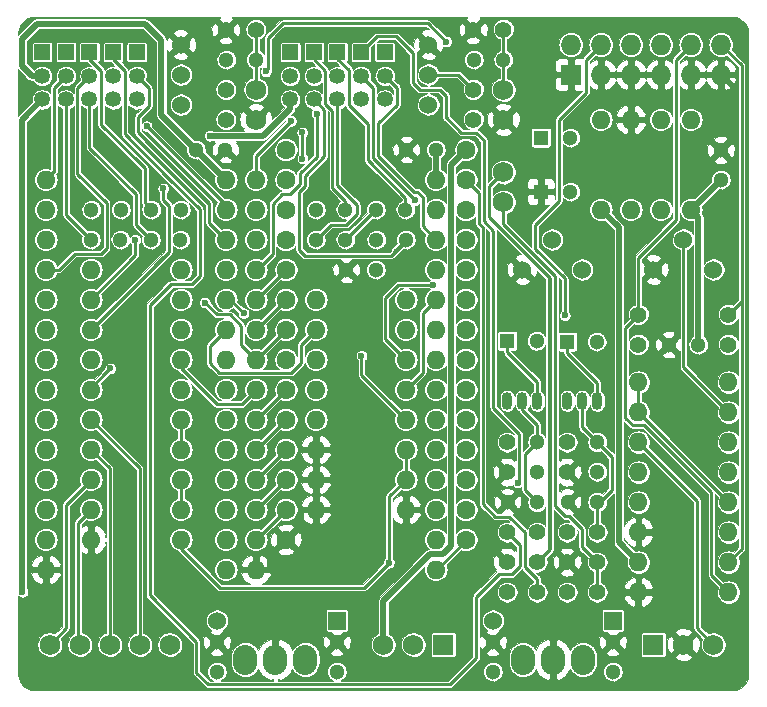
<source format=gbl>
G04 #@! TF.FileFunction,Copper,L2,Bot,Signal*
%FSLAX46Y46*%
G04 Gerber Fmt 4.6, Leading zero omitted, Abs format (unit mm)*
G04 Created by KiCad (PCBNEW 4.0.2-stable) date 18.07.2016 12:30:42*
%MOMM*%
G01*
G04 APERTURE LIST*
%ADD10C,0.100000*%
%ADD11O,0.899160X1.501140*%
%ADD12C,1.524000*%
%ADD13C,1.727200*%
%ADD14R,1.727200X1.727200*%
%ADD15C,1.600000*%
%ADD16R,1.300000X1.300000*%
%ADD17C,1.300000*%
%ADD18O,1.600000X1.600000*%
%ADD19O,2.032000X2.540000*%
%ADD20C,1.397000*%
%ADD21R,1.524000X1.524000*%
%ADD22R,1.350000X1.350000*%
%ADD23C,1.350000*%
%ADD24O,1.727200X1.727200*%
%ADD25C,0.600000*%
%ADD26C,0.250000*%
%ADD27C,0.500000*%
%ADD28C,0.025400*%
G04 APERTURE END LIST*
D10*
D11*
X171132000Y-100012000D03*
X172402000Y-100012000D03*
X169862000Y-100012000D03*
X176212000Y-100012000D03*
X177482000Y-100012000D03*
X174942000Y-100012000D03*
D12*
X163195000Y-72390000D03*
X163195000Y-74930000D03*
X163195000Y-69850000D03*
X142240000Y-72390000D03*
X142240000Y-74930000D03*
X142240000Y-69850000D03*
D13*
X131128000Y-120650000D03*
X133668000Y-120650000D03*
X136208000Y-120650000D03*
X138748000Y-120650000D03*
X141288000Y-120650000D03*
D14*
X182245000Y-120650000D03*
D13*
X184785000Y-120650000D03*
X187325000Y-120650000D03*
D15*
X151130000Y-78740000D03*
X151130000Y-81280000D03*
X151130000Y-83820000D03*
X151130000Y-86360000D03*
X151130000Y-88900000D03*
X151130000Y-91440000D03*
X151130000Y-93980000D03*
X151130000Y-96520000D03*
X151130000Y-99060000D03*
X151130000Y-101600000D03*
X151130000Y-104140000D03*
X151130000Y-106680000D03*
X151130000Y-109220000D03*
X151130000Y-111760000D03*
X166370000Y-111760000D03*
X166370000Y-109220000D03*
X166370000Y-106680000D03*
X166370000Y-104140000D03*
X166370000Y-101600000D03*
X166370000Y-99060000D03*
X166370000Y-96520000D03*
X166370000Y-93980000D03*
X166370000Y-91440000D03*
X166370000Y-88900000D03*
X166370000Y-86360000D03*
X166370000Y-83820000D03*
X166370000Y-81280000D03*
X166370000Y-78740000D03*
D16*
X169862000Y-94932500D03*
D17*
X172362000Y-94932500D03*
D16*
X174942000Y-94996000D03*
D17*
X177442000Y-94996000D03*
D16*
X172720000Y-77724000D03*
D17*
X175220000Y-77724000D03*
D16*
X172720000Y-82296000D03*
D17*
X175220000Y-82296000D03*
D14*
X164465000Y-120650000D03*
D13*
X161925000Y-120650000D03*
X159385000Y-120650000D03*
D12*
X173672000Y-86360000D03*
X171132000Y-88900000D03*
X176212000Y-88900000D03*
X184785000Y-86360000D03*
X182245000Y-88900000D03*
X187325000Y-88900000D03*
D18*
X180975000Y-98425000D03*
X180975000Y-100965000D03*
X180975000Y-103505000D03*
X180975000Y-106045000D03*
X180975000Y-108585000D03*
X180975000Y-111125000D03*
X180975000Y-113665000D03*
X180975000Y-116205000D03*
X188595000Y-116205000D03*
X188595000Y-113665000D03*
X188595000Y-111125000D03*
X188595000Y-108585000D03*
X188595000Y-106045000D03*
X188595000Y-103505000D03*
X188595000Y-100965000D03*
X188595000Y-98425000D03*
X153670000Y-91440000D03*
X153670000Y-93980000D03*
X153670000Y-96520000D03*
X153670000Y-99060000D03*
X153670000Y-101600000D03*
X153670000Y-104140000D03*
X153670000Y-106680000D03*
X153670000Y-109220000D03*
X161290000Y-109220000D03*
X161290000Y-106680000D03*
X161290000Y-104140000D03*
X161290000Y-101600000D03*
X161290000Y-99060000D03*
X161290000Y-96520000D03*
X161290000Y-93980000D03*
X161290000Y-91440000D03*
X134620000Y-88900000D03*
X134620000Y-91440000D03*
X134620000Y-93980000D03*
X134620000Y-96520000D03*
X134620000Y-99060000D03*
X134620000Y-101600000D03*
X134620000Y-104140000D03*
X134620000Y-106680000D03*
X134620000Y-109220000D03*
X134620000Y-111760000D03*
X142240000Y-111760000D03*
X142240000Y-109220000D03*
X142240000Y-106680000D03*
X142240000Y-104140000D03*
X142240000Y-101600000D03*
X142240000Y-99060000D03*
X142240000Y-96520000D03*
X142240000Y-93980000D03*
X142240000Y-91440000D03*
X142240000Y-88900000D03*
X130810000Y-81280000D03*
X130810000Y-83820000D03*
X130810000Y-86360000D03*
X130810000Y-88900000D03*
X130810000Y-91440000D03*
X130810000Y-93980000D03*
X130810000Y-96520000D03*
X130810000Y-99060000D03*
X130810000Y-101600000D03*
X130810000Y-104140000D03*
X130810000Y-106680000D03*
X130810000Y-109220000D03*
X130810000Y-111760000D03*
X130810000Y-114300000D03*
X146050000Y-114300000D03*
X146050000Y-111760000D03*
X146050000Y-109220000D03*
X146050000Y-106680000D03*
X146050000Y-104140000D03*
X146050000Y-101600000D03*
X146050000Y-99060000D03*
X146050000Y-96520000D03*
X146050000Y-93980000D03*
X146050000Y-91440000D03*
X146050000Y-88900000D03*
X146050000Y-86360000D03*
X146050000Y-83820000D03*
X146050000Y-81280000D03*
X148590000Y-81280000D03*
X148590000Y-83820000D03*
X148590000Y-86360000D03*
X148590000Y-88900000D03*
X148590000Y-91440000D03*
X148590000Y-93980000D03*
X148590000Y-96520000D03*
X148590000Y-99060000D03*
X148590000Y-101600000D03*
X148590000Y-104140000D03*
X148590000Y-106680000D03*
X148590000Y-109220000D03*
X148590000Y-111760000D03*
X148590000Y-114300000D03*
X163830000Y-114300000D03*
X163830000Y-111760000D03*
X163830000Y-109220000D03*
X163830000Y-106680000D03*
X163830000Y-104140000D03*
X163830000Y-101600000D03*
X163830000Y-99060000D03*
X163830000Y-96520000D03*
X163830000Y-93980000D03*
X163830000Y-91440000D03*
X163830000Y-88900000D03*
X163830000Y-86360000D03*
X163830000Y-83820000D03*
X163830000Y-81280000D03*
X185420000Y-76200000D03*
X182880000Y-76200000D03*
X180340000Y-76200000D03*
X177800000Y-76200000D03*
X177800000Y-83820000D03*
X180340000Y-83820000D03*
X182880000Y-83820000D03*
X185420000Y-83820000D03*
D19*
X150241000Y-121920000D03*
X147701000Y-121920000D03*
X152781000Y-121920000D03*
X173736000Y-121920000D03*
X171196000Y-121920000D03*
X176276000Y-121920000D03*
D17*
X142240000Y-83820000D03*
X139740000Y-83820000D03*
X139700000Y-86360000D03*
X142200000Y-86360000D03*
X137160000Y-83820000D03*
X134660000Y-83820000D03*
X134620000Y-86360000D03*
X137120000Y-86360000D03*
X178816000Y-122936000D03*
X178816000Y-120436000D03*
X168656000Y-122936000D03*
X168656000Y-120436000D03*
X155448000Y-122936000D03*
X155448000Y-120436000D03*
X145288000Y-122936000D03*
X145288000Y-120436000D03*
X158750000Y-83820000D03*
X161250000Y-83820000D03*
X153670000Y-86360000D03*
X156170000Y-86360000D03*
X153670000Y-83820000D03*
X156170000Y-83820000D03*
X161290000Y-86360000D03*
X158790000Y-86360000D03*
X148590000Y-71120000D03*
X146090000Y-71120000D03*
X169545000Y-71120000D03*
X167045000Y-71120000D03*
X172402000Y-108585000D03*
X169902000Y-108585000D03*
X177482000Y-108585000D03*
X174982000Y-108585000D03*
X177482000Y-103505000D03*
X177482000Y-106005000D03*
X187960000Y-81280000D03*
X187960000Y-78780000D03*
X158750000Y-88900000D03*
X156250000Y-88900000D03*
X186055000Y-95250000D03*
X183555000Y-95250000D03*
X172402000Y-103505000D03*
X172402000Y-106005000D03*
D13*
X169545000Y-73660000D03*
X169545000Y-76200000D03*
X148590000Y-73660000D03*
X148590000Y-76200000D03*
X169545000Y-80645000D03*
X169545000Y-83185000D03*
D20*
X177482000Y-116205000D03*
X174942000Y-116205000D03*
X169862000Y-116205000D03*
X172402000Y-116205000D03*
X174942000Y-103505000D03*
X174942000Y-106045000D03*
X177482000Y-111125000D03*
X177482000Y-113665000D03*
X167005000Y-76200000D03*
X167005000Y-73660000D03*
X146050000Y-68580000D03*
X148590000Y-68580000D03*
X180975000Y-95250000D03*
X180975000Y-92710000D03*
X188595000Y-95250000D03*
X188595000Y-92710000D03*
X174942000Y-111125000D03*
X174942000Y-113665000D03*
X169862000Y-103505000D03*
X169862000Y-106045000D03*
X172402000Y-111125000D03*
X172402000Y-113665000D03*
X169862000Y-111125000D03*
X169862000Y-113665000D03*
X167005000Y-68580000D03*
X169545000Y-68580000D03*
X146050000Y-76200000D03*
X146050000Y-73660000D03*
D17*
X143510000Y-78740000D03*
X146010000Y-78740000D03*
X163830000Y-78740000D03*
X161330000Y-78740000D03*
D21*
X178816000Y-118618000D03*
D12*
X168656000Y-118618000D03*
D21*
X155448000Y-118618000D03*
D12*
X145288000Y-118618000D03*
D22*
X132500000Y-70500000D03*
D23*
X132500000Y-72500000D03*
X132500000Y-74500000D03*
D22*
X134500000Y-70500000D03*
D23*
X134500000Y-72500000D03*
X134500000Y-74500000D03*
D22*
X136500000Y-70500000D03*
D23*
X136500000Y-72500000D03*
X136500000Y-74500000D03*
D22*
X151500000Y-70500000D03*
D23*
X151500000Y-72500000D03*
X151500000Y-74500000D03*
D22*
X153500000Y-70500000D03*
D23*
X153500000Y-72500000D03*
X153500000Y-74500000D03*
D22*
X155500000Y-70500000D03*
D23*
X155500000Y-72500000D03*
X155500000Y-74500000D03*
D22*
X157500000Y-70500000D03*
D23*
X157500000Y-72500000D03*
X157500000Y-74500000D03*
D22*
X130500000Y-70500000D03*
D23*
X130500000Y-72500000D03*
X130500000Y-74500000D03*
D22*
X138500000Y-70500000D03*
D23*
X138500000Y-72500000D03*
X138500000Y-74500000D03*
D22*
X159500000Y-70500000D03*
D23*
X159500000Y-72500000D03*
X159500000Y-74500000D03*
D14*
X175260000Y-72390000D03*
D24*
X175260000Y-69850000D03*
X177800000Y-72390000D03*
X177800000Y-69850000D03*
X180340000Y-72390000D03*
X180340000Y-69850000D03*
X182880000Y-72390000D03*
X182880000Y-69850000D03*
X185420000Y-72390000D03*
X185420000Y-69850000D03*
X187960000Y-72390000D03*
X187960000Y-69850000D03*
D25*
X166370000Y-121158000D03*
X148412200Y-78359000D03*
X174383700Y-87669600D03*
X178308000Y-87630000D03*
X171399200Y-86055200D03*
X144703800Y-77571600D03*
X128829000Y-116180000D03*
X153728700Y-75694200D03*
X151549100Y-76314300D03*
X152527000Y-79502000D03*
X152514300Y-77292200D03*
X136254400Y-97271000D03*
X144259300Y-91694000D03*
X163601400Y-90170000D03*
X162071300Y-83020600D03*
X139344400Y-76758800D03*
X138359700Y-86387800D03*
X164697300Y-69595800D03*
X149438700Y-72130900D03*
X140741400Y-82029300D03*
X174752000Y-92773500D03*
X159855400Y-113723200D03*
X147542200Y-92591200D03*
X157528800Y-96201300D03*
X170759300Y-106942300D03*
D26*
X135489400Y-72415400D02*
X135489400Y-72078300D01*
X135489400Y-72078300D02*
X134500000Y-71088900D01*
X134500000Y-71088900D02*
X134500000Y-70500000D01*
X139740000Y-83820000D02*
X139740000Y-83798298D01*
X139740000Y-83798298D02*
X139202902Y-83261200D01*
X138690307Y-79825893D02*
X138690307Y-79825407D01*
X139202902Y-80338488D02*
X138690307Y-79825893D01*
X139202902Y-83261200D02*
X139202902Y-80338488D01*
X135489400Y-73152000D02*
X135489400Y-72415400D01*
X135489400Y-76624500D02*
X138690307Y-79825407D01*
X135489400Y-73152000D02*
X135489400Y-76624500D01*
X134500000Y-74500000D02*
X134500000Y-78581900D01*
X138442700Y-85102700D02*
X139700000Y-86360000D01*
X138442700Y-82524600D02*
X138442700Y-85102700D01*
X134500000Y-78581900D02*
X138442700Y-82524600D01*
X132500000Y-74500000D02*
X132500000Y-84240000D01*
X132500000Y-84240000D02*
X134620000Y-86360000D01*
X133050398Y-84790398D02*
X134620000Y-86360000D01*
X132500000Y-74500000D02*
X132500000Y-74582802D01*
D27*
X148412200Y-78359000D02*
X147167600Y-79603600D01*
X146873600Y-79603600D02*
X146010000Y-78740000D01*
X147167600Y-79603600D02*
X146873600Y-79603600D01*
X187960000Y-78780000D02*
X187970800Y-78780000D01*
X187970800Y-78780000D02*
X189128400Y-77622400D01*
X189128400Y-73558400D02*
X187960000Y-72390000D01*
X189128400Y-77622400D02*
X189128400Y-73558400D01*
X172720000Y-82296000D02*
X172720000Y-83566000D01*
X172720000Y-83566000D02*
X171399200Y-84886800D01*
X180340000Y-76200000D02*
X180340000Y-72390000D01*
X171450000Y-73406000D02*
X172466000Y-72390000D01*
X169545000Y-76200000D02*
X171450000Y-74295000D01*
X171450000Y-73406000D02*
X171450000Y-74295000D01*
X172466000Y-72390000D02*
X175260000Y-72390000D01*
X143319500Y-70929500D02*
X143700500Y-70929500D01*
X143700500Y-70929500D02*
X146050000Y-68580000D01*
X146050000Y-68580000D02*
X146050000Y-68897500D01*
X143319500Y-70929500D02*
X142240000Y-69850000D01*
X150394600Y-73406000D02*
X150394600Y-74395400D01*
X150394600Y-74395400D02*
X148590000Y-76200000D01*
X147271700Y-73787000D02*
X147271700Y-74881700D01*
X147271700Y-74881700D02*
X148590000Y-76200000D01*
X156250000Y-95313500D02*
X156250000Y-93178000D01*
X157543500Y-90193500D02*
X156250000Y-88900000D01*
X157543500Y-91884500D02*
X157543500Y-90193500D01*
X156250000Y-93178000D02*
X157543500Y-91884500D01*
X150241000Y-121920000D02*
X150241000Y-120078500D01*
X146280500Y-119443500D02*
X145288000Y-120436000D01*
X149606000Y-119443500D02*
X146280500Y-119443500D01*
X150241000Y-120078500D02*
X149606000Y-119443500D01*
X152908000Y-119697500D02*
X150304500Y-119697500D01*
X150241000Y-119761000D02*
X150241000Y-121920000D01*
X150304500Y-119697500D02*
X150241000Y-119761000D01*
X154495500Y-121285000D02*
X154599000Y-121285000D01*
X154599000Y-121285000D02*
X155448000Y-120436000D01*
X155448000Y-120436000D02*
X155344500Y-120436000D01*
X152908000Y-119697500D02*
X151955500Y-119697500D01*
X154495500Y-121285000D02*
X152908000Y-119697500D01*
X158305500Y-122174000D02*
X157186000Y-122174000D01*
X157186000Y-122174000D02*
X155448000Y-120436000D01*
X171640500Y-119380000D02*
X169712000Y-119380000D01*
X169712000Y-119380000D02*
X168656000Y-120436000D01*
X173736000Y-121920000D02*
X173736000Y-119824500D01*
X173291500Y-119380000D02*
X171640500Y-119380000D01*
X171640500Y-119380000D02*
X170942000Y-119380000D01*
X173736000Y-119824500D02*
X173291500Y-119380000D01*
X180975000Y-116205000D02*
X183134000Y-116205000D01*
X182880000Y-111125000D02*
X180975000Y-111125000D01*
X183515000Y-111760000D02*
X182880000Y-111125000D01*
X183515000Y-115824000D02*
X183515000Y-111760000D01*
X183134000Y-116205000D02*
X183515000Y-115824000D01*
X181737000Y-116205000D02*
X180975000Y-116205000D01*
X178816000Y-120436000D02*
X178816000Y-120523000D01*
X179855500Y-121475500D02*
X180086000Y-121475500D01*
X180086000Y-121475500D02*
X180340000Y-121221500D01*
X180340000Y-118110000D02*
X180975000Y-117475000D01*
X180340000Y-121221500D02*
X180340000Y-118110000D01*
X180371750Y-119348250D02*
X180371750Y-121189750D01*
X179855500Y-121475500D02*
X178816000Y-120436000D01*
X180371750Y-121189750D02*
X180086000Y-121475500D01*
X180975000Y-116205000D02*
X180975000Y-117475000D01*
X180975000Y-117475000D02*
X180975000Y-117348000D01*
X182626000Y-118491000D02*
X184785000Y-120650000D01*
X182118000Y-118491000D02*
X182626000Y-118491000D01*
X180975000Y-117348000D02*
X182118000Y-118491000D01*
X183555000Y-91503500D02*
X183555000Y-92416002D01*
X182245000Y-88900000D02*
X183555000Y-90210000D01*
X183555000Y-90210000D02*
X183555000Y-91503500D01*
X183555000Y-92416002D02*
X184229998Y-93091000D01*
X184229998Y-93091000D02*
X184229998Y-94575002D01*
X184229998Y-94575002D02*
X183555000Y-95250000D01*
X172720000Y-81026000D02*
X172720000Y-80391000D01*
X172720000Y-82296000D02*
X172720000Y-81026000D01*
X172720000Y-80391000D02*
X171196000Y-78867000D01*
X171196000Y-78867000D02*
X171196000Y-77851000D01*
X171196000Y-77851000D02*
X169545000Y-76200000D01*
X157734000Y-122174000D02*
X158305500Y-122174000D01*
X158305500Y-122174000D02*
X165354000Y-122174000D01*
X165354000Y-122174000D02*
X166370000Y-121158000D01*
X150241000Y-120777000D02*
X150241000Y-121920000D01*
X150241000Y-121920000D02*
X150241000Y-120777000D01*
X173736000Y-121920000D02*
X173736000Y-120904000D01*
X172212000Y-119380000D02*
X170942000Y-119380000D01*
X150394600Y-71628000D02*
X150394600Y-69287492D01*
X161946602Y-68601602D02*
X163195000Y-69850000D01*
X151080490Y-68601602D02*
X161946602Y-68601602D01*
X150394600Y-69287492D02*
X151080490Y-68601602D01*
X171399200Y-86055200D02*
X171399200Y-84886800D01*
X170910250Y-74834750D02*
X170878500Y-74866500D01*
X170878500Y-74866500D02*
X169545000Y-76200000D01*
X174423300Y-87630000D02*
X178308000Y-87630000D01*
X174383700Y-87669600D02*
X174423300Y-87630000D01*
X156250000Y-95313500D02*
X156250000Y-103185600D01*
X155295600Y-104140000D02*
X153670000Y-104140000D01*
X156250000Y-103185600D02*
X155295600Y-104140000D01*
X171399200Y-86055200D02*
X171373800Y-86029800D01*
X153670000Y-104140000D02*
X153670000Y-106680000D01*
X153670000Y-106680000D02*
X153670000Y-107989700D01*
X149820300Y-113069700D02*
X149820300Y-114300000D01*
X151130000Y-111760000D02*
X149820300Y-113069700D01*
X148590000Y-114300000D02*
X149820300Y-114300000D01*
X180975000Y-116205000D02*
X180975000Y-117435300D01*
X150394600Y-69632900D02*
X150394600Y-71628000D01*
X150394600Y-71628000D02*
X150394600Y-73406000D01*
X150394600Y-73406000D02*
X150394600Y-73687200D01*
X163195000Y-69850000D02*
X162739600Y-69394600D01*
X153670000Y-108604800D02*
X153670000Y-107989700D01*
X153670000Y-108604800D02*
X153670000Y-109220000D01*
X152439700Y-110450300D02*
X151130000Y-111760000D01*
X152439700Y-109220000D02*
X152439700Y-110450300D01*
X153670000Y-109220000D02*
X152439700Y-109220000D01*
X168226700Y-69801700D02*
X167005000Y-68580000D01*
X168226700Y-74881700D02*
X168226700Y-69801700D01*
X169545000Y-76200000D02*
X168226700Y-74881700D01*
X147271700Y-69801700D02*
X146050000Y-68580000D01*
X147271700Y-73787000D02*
X147271700Y-69801700D01*
X147271700Y-74191900D02*
X147271700Y-73787000D01*
X147777200Y-77571600D02*
X149199600Y-77571600D01*
X151500000Y-75271200D02*
X151500000Y-74500000D01*
X149199600Y-77571600D02*
X151500000Y-75271200D01*
X144703800Y-77571600D02*
X147777200Y-77571600D01*
X128778000Y-116129000D02*
X128778000Y-77978000D01*
X128829000Y-116180000D02*
X128778000Y-116129000D01*
X128778000Y-77978000D02*
X128778000Y-76454000D01*
X130500000Y-74732000D02*
X130500000Y-74500000D01*
X128778000Y-77978000D02*
X128778000Y-76454000D01*
X128778000Y-76222000D02*
X130500000Y-74500000D01*
X128778000Y-76454000D02*
X128778000Y-76222000D01*
X151500000Y-74500000D02*
X151500000Y-75166000D01*
D26*
X158710000Y-83820000D02*
X158750000Y-83820000D01*
X156170000Y-86360000D02*
X158710000Y-83820000D01*
X161250000Y-83820000D02*
X161250000Y-82807414D01*
X158069998Y-76586798D02*
X156480300Y-74997100D01*
X158069998Y-79627412D02*
X158069998Y-76586798D01*
X161250000Y-82807414D02*
X158069998Y-79627412D01*
X156480300Y-74676000D02*
X156480300Y-74997100D01*
X155500000Y-71032300D02*
X156480300Y-72012600D01*
X156480300Y-72872600D02*
X156480300Y-72012600D01*
X156480300Y-72872600D02*
X156480300Y-74676000D01*
X155500000Y-70500000D02*
X155500000Y-71032300D01*
X155500000Y-74500000D02*
X155500000Y-81776500D01*
X155500000Y-81776500D02*
X157139400Y-83415900D01*
X154940000Y-85090000D02*
X153670000Y-86360000D01*
X156255800Y-85090000D02*
X154940000Y-85090000D01*
X157139400Y-84206400D02*
X156255800Y-85090000D01*
X157139400Y-83415900D02*
X157139400Y-84206400D01*
X154480300Y-72872600D02*
X154480300Y-72082700D01*
X154480300Y-72082700D02*
X153500000Y-71102400D01*
X153500000Y-71102400D02*
X153500000Y-70500000D01*
X156170000Y-83820000D02*
X156170000Y-83054614D01*
X155069998Y-75456398D02*
X154480300Y-74866700D01*
X155069998Y-81954612D02*
X155069998Y-75456398D01*
X156170000Y-83054614D02*
X155069998Y-81954612D01*
X154480300Y-72669400D02*
X154480300Y-72872600D01*
X154480300Y-72872600D02*
X154480300Y-74866700D01*
X154349700Y-77800200D02*
X154349700Y-79327328D01*
X152734752Y-81858162D02*
X152247600Y-82345314D01*
X152734752Y-80942276D02*
X152734752Y-81858162D01*
X154349700Y-79327328D02*
X152734752Y-80942276D01*
X154349700Y-76403200D02*
X154349700Y-77800200D01*
X154940000Y-87731600D02*
X152755600Y-87731600D01*
X154349700Y-76403200D02*
X154349700Y-75349700D01*
X152247600Y-87223600D02*
X152247600Y-82345314D01*
X152755600Y-87731600D02*
X152247600Y-87223600D01*
X161290000Y-86360000D02*
X161290000Y-86461600D01*
X161290000Y-86461600D02*
X160020000Y-87731600D01*
X160020000Y-87731600D02*
X154940000Y-87731600D01*
X154940000Y-87731600D02*
X153162000Y-87731600D01*
X160326100Y-87323900D02*
X161290000Y-86360000D01*
X153500000Y-74500000D02*
X154349700Y-75349700D01*
X135953500Y-85140800D02*
X135953500Y-83270500D01*
X133480400Y-80797400D02*
X133480400Y-73519600D01*
X135953500Y-83270500D02*
X133480400Y-80797400D01*
X134251700Y-87555000D02*
X135495100Y-87555000D01*
X135953500Y-87096600D02*
X135953500Y-85140800D01*
X135495100Y-87555000D02*
X135953500Y-87096600D01*
X133260300Y-87555000D02*
X131915300Y-88900000D01*
X134251700Y-87555000D02*
X133260300Y-87555000D01*
X134500000Y-72500000D02*
X133480400Y-73519600D01*
X130810000Y-88900000D02*
X131915300Y-88900000D01*
X131500000Y-77698600D02*
X131500000Y-80590000D01*
X131500000Y-80590000D02*
X130810000Y-81280000D01*
X131500000Y-73500000D02*
X131500000Y-77698600D01*
X132500000Y-72500000D02*
X131500000Y-73500000D01*
X150012400Y-87579200D02*
X150012400Y-83312000D01*
X148691600Y-88900000D02*
X150012400Y-87579200D01*
X150012400Y-83312000D02*
X150825200Y-82499200D01*
X152304750Y-81680050D02*
X152304750Y-80764164D01*
X153728700Y-79340214D02*
X153728700Y-75694200D01*
X152304750Y-80764164D02*
X153728700Y-79340214D01*
X152304750Y-81680050D02*
X151485600Y-82499200D01*
X151028400Y-82499200D02*
X151485600Y-82499200D01*
X148590000Y-88900000D02*
X148691600Y-88900000D01*
X150825200Y-82499200D02*
X151028400Y-82499200D01*
X148590000Y-81280000D02*
X148590000Y-79273400D01*
X148590000Y-79273400D02*
X151549100Y-76314300D01*
X132499000Y-112839500D02*
X132499000Y-108801000D01*
X132499000Y-108801000D02*
X134620000Y-106680000D01*
X132499000Y-119279000D02*
X131128000Y-120650000D01*
X132499000Y-112839500D02*
X132499000Y-119279000D01*
X133510000Y-113284000D02*
X133510000Y-110330000D01*
X133510000Y-110330000D02*
X134620000Y-109220000D01*
X133510000Y-120492000D02*
X133668000Y-120650000D01*
X133510000Y-113284000D02*
X133510000Y-120492000D01*
X136208000Y-108521500D02*
X136208000Y-105728000D01*
X136208000Y-105728000D02*
X134620000Y-104140000D01*
X136208000Y-108521500D02*
X136208000Y-120650000D01*
X138748000Y-107696000D02*
X138748000Y-105728000D01*
X138748000Y-105728000D02*
X134620000Y-101600000D01*
X138748000Y-107696000D02*
X138748000Y-120650000D01*
X152527000Y-79502000D02*
X152514300Y-79489300D01*
X152514300Y-79489300D02*
X152514300Y-77292200D01*
X134620000Y-99060000D02*
X134620000Y-98905400D01*
X134620000Y-98905400D02*
X136254400Y-97271000D01*
X135570700Y-97954700D02*
X136254400Y-97271000D01*
X145269700Y-92704400D02*
X146401200Y-92704400D01*
X147339800Y-93643000D02*
X146401200Y-92704400D01*
X147339800Y-93853000D02*
X147339800Y-93643000D01*
X144259300Y-91694000D02*
X145269700Y-92704400D01*
X147339800Y-93980000D02*
X147339800Y-95269800D01*
X147339800Y-95269800D02*
X148590000Y-96520000D01*
X148590000Y-96520000D02*
X151130000Y-93980000D01*
X147339800Y-93853000D02*
X147339800Y-93980000D01*
X147339800Y-93980000D02*
X147339800Y-94661686D01*
X148590000Y-95911886D02*
X148590000Y-96520000D01*
X147339800Y-94314300D02*
X147339800Y-93853000D01*
X149067700Y-96042300D02*
X149067800Y-96042200D01*
X149067700Y-96445000D02*
X149067700Y-96042300D01*
X149142700Y-96520000D02*
X149067700Y-96445000D01*
X149067800Y-96042200D02*
X151130000Y-93980000D01*
X142240000Y-106680000D02*
X142240000Y-109220000D01*
X148590000Y-99060000D02*
X148590000Y-99136200D01*
X148590000Y-99136200D02*
X147447000Y-100279200D01*
X145262600Y-100279200D02*
X142240000Y-97256600D01*
X147447000Y-100279200D02*
X145262600Y-100279200D01*
X142240000Y-97256600D02*
X142240000Y-96520000D01*
D27*
X185420000Y-83820000D02*
X187960000Y-81280000D01*
X186055000Y-85344000D02*
X186055000Y-84455000D01*
X186055000Y-85852000D02*
X186055000Y-85344000D01*
X186055000Y-84455000D02*
X185420000Y-83820000D01*
X186055000Y-95250000D02*
X186055000Y-87833200D01*
X186055000Y-87833200D02*
X186055000Y-85852000D01*
X186055000Y-85852000D02*
X186055000Y-85367300D01*
D26*
X148590000Y-91440000D02*
X151130000Y-88900000D01*
X148590000Y-93980000D02*
X151130000Y-91440000D01*
X148590000Y-101600000D02*
X151130000Y-99060000D01*
X148590000Y-104140000D02*
X151130000Y-101600000D01*
X148590000Y-106680000D02*
X151130000Y-104140000D01*
X148590000Y-109220000D02*
X151130000Y-106680000D01*
X148590000Y-111760000D02*
X151130000Y-109220000D01*
X163830000Y-114300000D02*
X163909292Y-114300000D01*
X163909292Y-114300000D02*
X166370000Y-111839292D01*
X166370000Y-111839292D02*
X166370000Y-111760000D01*
X159550100Y-91948000D02*
X159550100Y-91274900D01*
X160655000Y-90170000D02*
X163601400Y-90170000D01*
X159550100Y-91274900D02*
X160655000Y-90170000D01*
X159550100Y-94780100D02*
X161290000Y-96520000D01*
X159550100Y-91948000D02*
X159550100Y-94780100D01*
D27*
X165100000Y-80010000D02*
X166370000Y-78740000D01*
X165100000Y-89777000D02*
X165100000Y-90699800D01*
X159385000Y-120605000D02*
X159385000Y-116929300D01*
X159385000Y-116929300D02*
X163323900Y-112990400D01*
X163323900Y-112990400D02*
X164434000Y-112990400D01*
X164434000Y-112990400D02*
X165100000Y-112324400D01*
X165100000Y-112324400D02*
X165100000Y-90699800D01*
X165100000Y-89777000D02*
X165100000Y-80010000D01*
X159385000Y-120650000D02*
X159385000Y-120605000D01*
D26*
X148590000Y-68580000D02*
X148590000Y-71120000D01*
X148590000Y-71120000D02*
X148590000Y-73660000D01*
X169545000Y-68580000D02*
X169545000Y-71120000D01*
X169545000Y-73660000D02*
X169545000Y-71120000D01*
X169545000Y-85064600D02*
X169545000Y-83185000D01*
X158500000Y-75628500D02*
X158500000Y-79449300D01*
X158500000Y-79449300D02*
X162071300Y-83020600D01*
X158500000Y-75628500D02*
X158500000Y-73500000D01*
X173938100Y-108959200D02*
X173938100Y-94259400D01*
X176212000Y-110904900D02*
X175107800Y-109800700D01*
X175107800Y-109800700D02*
X174779600Y-109800700D01*
X174779600Y-109800700D02*
X173938100Y-108959200D01*
X173938100Y-90754200D02*
X173938100Y-89457700D01*
X173938100Y-89457700D02*
X169545000Y-85064600D01*
X173938100Y-94259400D02*
X173938100Y-90754200D01*
X157500000Y-72500000D02*
X158500000Y-73500000D01*
X177482000Y-116205000D02*
X177482000Y-113665000D01*
X176212000Y-112395000D02*
X176212000Y-110904900D01*
X177482000Y-113665000D02*
X176212000Y-112395000D01*
X173508098Y-89636210D02*
X168341704Y-84469816D01*
X168342102Y-84469816D02*
X168342102Y-81845900D01*
X168344100Y-84054200D02*
X168344100Y-81845900D01*
X168341704Y-84469418D02*
X168342102Y-84469816D01*
X168341704Y-84469816D02*
X168341704Y-84469418D01*
X173426100Y-89553814D02*
X168341704Y-84469418D01*
X173426100Y-89553814D02*
X169114998Y-85242712D01*
X146050000Y-83820000D02*
X146050000Y-83464400D01*
X146050000Y-83464400D02*
X139344400Y-76758800D01*
X173508098Y-112572102D02*
X173508098Y-89636210D01*
X173426100Y-112640900D02*
X173426100Y-94348300D01*
X172402000Y-113665000D02*
X172415200Y-113665000D01*
X172415200Y-113665000D02*
X173508098Y-112572102D01*
X173426100Y-89954100D02*
X173426100Y-89553814D01*
X168342102Y-81845900D02*
X168344100Y-81845900D01*
X173426100Y-93522800D02*
X173426100Y-89954100D01*
X173426100Y-94348300D02*
X173426100Y-93522800D01*
X168344100Y-81845900D02*
X168344100Y-81845900D01*
X168344100Y-81845900D02*
X169545000Y-80645000D01*
X172402000Y-113665000D02*
X173426100Y-112640900D01*
X188595000Y-108585000D02*
X180975000Y-100965000D01*
X180975000Y-100965000D02*
X181527700Y-100965000D01*
X180975000Y-100412300D02*
X180975000Y-98425000D01*
X181527700Y-100965000D02*
X180975000Y-100412300D01*
X184785000Y-95250000D02*
X184785000Y-97155000D01*
X184785000Y-97155000D02*
X188595000Y-100965000D01*
X184785000Y-95250000D02*
X184785000Y-86360000D01*
X172402000Y-98427800D02*
X172402000Y-100012000D01*
X169862000Y-95887800D02*
X172402000Y-98427800D01*
X169862000Y-94932500D02*
X169862000Y-95887800D01*
X189723500Y-72644000D02*
X189723500Y-71613500D01*
X189723500Y-71613500D02*
X187960000Y-69850000D01*
X189723500Y-72898000D02*
X189723500Y-72644000D01*
X189723500Y-72644000D02*
X189723500Y-72629500D01*
X189723500Y-90170000D02*
X189723500Y-91581500D01*
X189723500Y-91581500D02*
X188595000Y-92710000D01*
X189723500Y-94234000D02*
X189723500Y-90170000D01*
X189723500Y-90170000D02*
X189723500Y-72898000D01*
X189723500Y-109829600D02*
X189723500Y-112536500D01*
X189723500Y-112536500D02*
X188595000Y-113665000D01*
X189723500Y-94234000D02*
X189723500Y-93838500D01*
X189723500Y-109829600D02*
X189723500Y-94234000D01*
X180975000Y-88646000D02*
X180975000Y-87884000D01*
X184150000Y-71120000D02*
X185420000Y-69850000D01*
X184150000Y-84709000D02*
X184150000Y-71120000D01*
X180975000Y-87884000D02*
X184150000Y-84709000D01*
X179868700Y-100190300D02*
X179868700Y-101433500D01*
X187160400Y-107758514D02*
X187160400Y-114770400D01*
X181484486Y-102082600D02*
X187160400Y-107758514D01*
X180517800Y-102082600D02*
X181484486Y-102082600D01*
X179868700Y-101433500D02*
X180517800Y-102082600D01*
X187160400Y-114770400D02*
X188595000Y-116205000D01*
X180975000Y-88646000D02*
X180975000Y-92710000D01*
X179868700Y-93816300D02*
X179868700Y-100190300D01*
X180975000Y-92710000D02*
X179868700Y-93816300D01*
D27*
X179313698Y-86360000D02*
X179313698Y-85333698D01*
X179313698Y-85333698D02*
X177800000Y-83820000D01*
X179313698Y-112003698D02*
X180975000Y-113665000D01*
X179313698Y-86360000D02*
X179313698Y-112003698D01*
D26*
X185954000Y-111709200D02*
X185954000Y-108484000D01*
X185954000Y-108484000D02*
X180975000Y-103505000D01*
X185954000Y-119279000D02*
X187325000Y-120650000D01*
X185954000Y-111709200D02*
X185954000Y-119279000D01*
X144614900Y-83718400D02*
X144614900Y-83299300D01*
X138607800Y-75996800D02*
X139521300Y-75083300D01*
X138607800Y-77292200D02*
X138607800Y-75996800D01*
X144614900Y-83299300D02*
X138607800Y-77292200D01*
X139241700Y-77951500D02*
X144614900Y-83324700D01*
X144614900Y-84924900D02*
X146050000Y-86360000D01*
X144614900Y-83324700D02*
X144614900Y-83718400D01*
X144614900Y-83718400D02*
X144614900Y-84924900D01*
X144741900Y-85051900D02*
X146050000Y-86360000D01*
X139521300Y-73521300D02*
X139521300Y-75083300D01*
X138500000Y-72500000D02*
X139521300Y-73521300D01*
X162724600Y-84124800D02*
X162724600Y-82763198D01*
X162724600Y-83642200D02*
X162724600Y-84124800D01*
X162724600Y-84124800D02*
X162724600Y-85254600D01*
X162724600Y-83299300D02*
X162724600Y-83642200D01*
X162724600Y-85254600D02*
X163830000Y-86360000D01*
X158930002Y-78282800D02*
X158930002Y-79271188D01*
X161954814Y-82296000D02*
X162257402Y-82296000D01*
X158930002Y-79271188D02*
X161954814Y-82296000D01*
X162724600Y-82763198D02*
X162257402Y-82296000D01*
X158930002Y-76527998D02*
X160528000Y-74930000D01*
X158930002Y-78282800D02*
X158930002Y-76527998D01*
X160528000Y-73528000D02*
X159500000Y-72500000D01*
X160528000Y-74930000D02*
X160528000Y-73528000D01*
X159500000Y-72759000D02*
X159500000Y-72500000D01*
X163195000Y-72390000D02*
X165735000Y-72390000D01*
X165735000Y-72390000D02*
X167005000Y-73660000D01*
X172402000Y-103505000D02*
X172402000Y-102031300D01*
X172402000Y-102031300D02*
X171132000Y-100761300D01*
X171132000Y-100761300D02*
X171132000Y-100012000D01*
X171393200Y-104513800D02*
X172402000Y-103505000D01*
X171393200Y-107576200D02*
X171393200Y-104513800D01*
X172402000Y-108585000D02*
X171393200Y-107576200D01*
X177482000Y-108585000D02*
X177704596Y-108585000D01*
X177704596Y-108585000D02*
X178758696Y-107530900D01*
X178758696Y-104781696D02*
X177482000Y-103505000D01*
X178758696Y-107530900D02*
X178758696Y-104781696D01*
X176212000Y-100012000D02*
X176212000Y-102235000D01*
X176212000Y-102235000D02*
X177482000Y-103505000D01*
X177482000Y-111125000D02*
X177482000Y-108585000D01*
X178440700Y-104463700D02*
X177482000Y-103505000D01*
X174942000Y-94996000D02*
X174942000Y-95951300D01*
X177482000Y-98491300D02*
X177482000Y-100012000D01*
X174942000Y-95951300D02*
X177482000Y-98491300D01*
X174942000Y-103505000D02*
X175315400Y-103505000D01*
X175315400Y-103234500D02*
X175315400Y-103505000D01*
X175315400Y-103505000D02*
X175315400Y-103838400D01*
X170035800Y-109808700D02*
X168851000Y-109808700D01*
X167779700Y-85305900D02*
X167481700Y-85007900D01*
X167779700Y-108737400D02*
X167779700Y-85305900D01*
X168851000Y-109808700D02*
X167779700Y-108737400D01*
X172402000Y-116205000D02*
X172402000Y-115099600D01*
X171386500Y-111159400D02*
X170035800Y-109808700D01*
X171386500Y-114084100D02*
X171386500Y-111159400D01*
X172402000Y-115099600D02*
X171386500Y-114084100D01*
X167481700Y-85007900D02*
X167481700Y-82391700D01*
X167481700Y-82391700D02*
X166370000Y-81280000D01*
X167481700Y-82391700D02*
X166370000Y-81280000D01*
D27*
X146050000Y-81280000D02*
X143510000Y-78740000D01*
X140591400Y-75819000D02*
X140591400Y-75821400D01*
X140591400Y-75821400D02*
X143510000Y-78740000D01*
X130500000Y-72500000D02*
X129650000Y-72500000D01*
X128778000Y-71628000D02*
X128778000Y-69342000D01*
X129650000Y-72500000D02*
X128778000Y-71628000D01*
X130500000Y-72500000D02*
X130412000Y-72500000D01*
X128778000Y-70866000D02*
X128778000Y-69342000D01*
X140591400Y-69471400D02*
X140591400Y-75819000D01*
X128778000Y-69342000D02*
X130048000Y-68072000D01*
X130048000Y-68072000D02*
X139192000Y-68072000D01*
X139192000Y-68072000D02*
X140591400Y-69471400D01*
X140591400Y-74295000D02*
X140591400Y-75821400D01*
X140591400Y-70624500D02*
X140591400Y-74295000D01*
X163830000Y-78740000D02*
X163830000Y-81280000D01*
D26*
X138359700Y-87700300D02*
X138359700Y-86387800D01*
X134620000Y-91440000D02*
X138359700Y-87700300D01*
X149614800Y-70891400D02*
X149614800Y-69282400D01*
X149614800Y-70891400D02*
X149614800Y-71954800D01*
X149614800Y-71954800D02*
X149438700Y-72130900D01*
X149614800Y-69282400D02*
X150850600Y-68046600D01*
X150850600Y-68046600D02*
X163148100Y-68046600D01*
X163148100Y-68046600D02*
X164697300Y-69595800D01*
X134620000Y-93980000D02*
X134645400Y-93980000D01*
X134645400Y-93980000D02*
X141224000Y-87401400D01*
X141224000Y-83489800D02*
X140742000Y-83007800D01*
X141224000Y-87401400D02*
X141224000Y-83489800D01*
X140742000Y-83007800D02*
X140742000Y-82029900D01*
X140742000Y-82029900D02*
X140741400Y-82029300D01*
X140742000Y-87858000D02*
X134620000Y-93980000D01*
X174244000Y-83058000D02*
X174244000Y-79375000D01*
X172212000Y-85090000D02*
X174244000Y-83058000D01*
X174244000Y-79375000D02*
X174244000Y-76200000D01*
X176530000Y-71120000D02*
X177800000Y-69850000D01*
X176530000Y-73914000D02*
X176530000Y-71120000D01*
X174244000Y-76200000D02*
X176530000Y-73914000D01*
X174744200Y-92082800D02*
X174752000Y-92075000D01*
X174744200Y-92765700D02*
X174744200Y-92082800D01*
X174752000Y-92773500D02*
X174744200Y-92765700D01*
X174744200Y-90932000D02*
X174744200Y-90170000D01*
X174744200Y-90932000D02*
X174744200Y-92075000D01*
X174752000Y-92075000D02*
X174744200Y-92075000D01*
X172212000Y-87123486D02*
X172212000Y-85090000D01*
X174744200Y-89655686D02*
X172212000Y-87123486D01*
X174744200Y-90170000D02*
X174744200Y-89655686D01*
X142240000Y-111760000D02*
X142240000Y-112522000D01*
X142240000Y-112522000D02*
X145542000Y-115824000D01*
X157754600Y-115824000D02*
X159855400Y-113723200D01*
X145542000Y-115824000D02*
X157754600Y-115824000D01*
X159855400Y-111798100D02*
X159855400Y-108114600D01*
X159855400Y-108114600D02*
X161290000Y-106680000D01*
X161290000Y-106680000D02*
X161290000Y-104140000D01*
X159855400Y-113723200D02*
X159855400Y-111798100D01*
X159855300Y-113723200D02*
X159855400Y-113723200D01*
X142240000Y-101600000D02*
X142240000Y-104140000D01*
X148844000Y-97625400D02*
X145504400Y-97625400D01*
X144678400Y-95351600D02*
X146050000Y-93980000D01*
X144678400Y-96799400D02*
X144678400Y-95351600D01*
X145504400Y-97625400D02*
X144678400Y-96799400D01*
X150215600Y-97625400D02*
X151599400Y-97625400D01*
X151599400Y-97625400D02*
X152400000Y-96824800D01*
X148844000Y-97625400D02*
X150215600Y-97625400D01*
X152400000Y-96824800D02*
X152400000Y-95250000D01*
X152400000Y-95250000D02*
X153670000Y-93980000D01*
X146050000Y-91440000D02*
X146391000Y-91440000D01*
X146391000Y-91440000D02*
X147542200Y-92591200D01*
X157528800Y-96201300D02*
X157528800Y-97838800D01*
X157528800Y-97838800D02*
X161290000Y-101600000D01*
X147155300Y-92204300D02*
X147542200Y-92591200D01*
X162724700Y-93980000D02*
X162724700Y-92545300D01*
X162724700Y-92545300D02*
X163830000Y-91440000D01*
X162724700Y-95758000D02*
X162724700Y-97625300D01*
X162724700Y-97625300D02*
X161290000Y-99060000D01*
X162724700Y-93980000D02*
X162724700Y-95758000D01*
X139608402Y-102616000D02*
X139608402Y-91925298D01*
X139608402Y-91925298D02*
X141401800Y-90131900D01*
X143560800Y-120446800D02*
X143560800Y-123024900D01*
X165023800Y-124028200D02*
X167233600Y-121818400D01*
X144564100Y-124028200D02*
X165023800Y-124028200D01*
X143560800Y-123024900D02*
X144564100Y-124028200D01*
X167233600Y-116636800D02*
X169189400Y-114681000D01*
X167233600Y-119380000D02*
X167233600Y-117322600D01*
X167233600Y-120548400D02*
X167233600Y-119380000D01*
X167233600Y-117322600D02*
X167233600Y-116636800D01*
X167233600Y-121818400D02*
X167233600Y-120548400D01*
X169189400Y-114681000D02*
X170268900Y-114681000D01*
X170956498Y-113993402D02*
X170956498Y-112219498D01*
X170268900Y-114681000D02*
X170956498Y-113993402D01*
X139608402Y-104648000D02*
X139608402Y-102616000D01*
X170956498Y-112219498D02*
X169862000Y-111125000D01*
X139608402Y-115570000D02*
X139608402Y-116494402D01*
X139608402Y-116494402D02*
X143560800Y-120446800D01*
X137480300Y-73025000D02*
X137480300Y-72075300D01*
X137480300Y-77089000D02*
X137480300Y-77421714D01*
X137480300Y-73406000D02*
X137480300Y-73025000D01*
X137480300Y-77089000D02*
X137480300Y-73406000D01*
X141172400Y-81113814D02*
X137480300Y-77421714D01*
X141401800Y-90131900D02*
X143192500Y-90131900D01*
X143192500Y-90131900D02*
X143840200Y-89484200D01*
X143840200Y-89484200D02*
X143840200Y-83781614D01*
X143840200Y-83781614D02*
X141172400Y-81113814D01*
X137480300Y-72075300D02*
X136500000Y-71095000D01*
X136500000Y-71095000D02*
X136500000Y-70500000D01*
X139608402Y-115570000D02*
X139608402Y-104648000D01*
X169862000Y-111125000D02*
X169768100Y-111125000D01*
X164691000Y-76060300D02*
X164691000Y-74190800D01*
X164160200Y-73660000D02*
X162471400Y-73660000D01*
X164691000Y-74190800D02*
X164160200Y-73660000D01*
X167912100Y-79883000D02*
X167912100Y-77970700D01*
X164691000Y-76019600D02*
X164691000Y-76060300D01*
X165989000Y-77317600D02*
X164691000Y-76019600D01*
X167259000Y-77317600D02*
X165989000Y-77317600D01*
X167912100Y-77970700D02*
X167259000Y-77317600D01*
X161906100Y-73094700D02*
X161906100Y-70567700D01*
X162471400Y-73660000D02*
X161906100Y-73094700D01*
X161906100Y-70567700D02*
X160495004Y-69156604D01*
X160495004Y-69156604D02*
X158843396Y-69156604D01*
X158843396Y-69156604D02*
X157500000Y-70500000D01*
X168684996Y-87604600D02*
X168684996Y-85603082D01*
X167912100Y-84230314D02*
X167912100Y-79883000D01*
X167911702Y-84229916D02*
X167912100Y-84230314D01*
X168684996Y-87604600D02*
X168684996Y-100625696D01*
X168684996Y-85603082D02*
X167911702Y-84829788D01*
X167911702Y-84829788D02*
X167911702Y-84230314D01*
X167911702Y-84230314D02*
X167911702Y-84229916D01*
X170909400Y-106438700D02*
X170909400Y-102850100D01*
X170909400Y-102850100D02*
X168684996Y-100625696D01*
X170909400Y-106792200D02*
X170909400Y-106438700D01*
X170909400Y-106438700D02*
X170909400Y-105639500D01*
X170759300Y-106942300D02*
X170909400Y-106792200D01*
D28*
G36*
X145465432Y-67654182D02*
X146050000Y-68238750D01*
X146634568Y-67654182D01*
X146583668Y-67524700D01*
X166471332Y-67524700D01*
X166420432Y-67654182D01*
X167005000Y-68238750D01*
X167589568Y-67654182D01*
X167538668Y-67524700D01*
X188965503Y-67524700D01*
X189230112Y-67550645D01*
X189474541Y-67624443D01*
X189699984Y-67744312D01*
X189897850Y-67905687D01*
X190060605Y-68102424D01*
X190182046Y-68327026D01*
X190257549Y-68570934D01*
X190285300Y-68834966D01*
X190285300Y-123179504D01*
X190259355Y-123444110D01*
X190185557Y-123688541D01*
X190065688Y-123913983D01*
X189904308Y-124111854D01*
X189707572Y-124274607D01*
X189482974Y-124396046D01*
X189239066Y-124471549D01*
X188975034Y-124499300D01*
X129804496Y-124499300D01*
X129539890Y-124473355D01*
X129295459Y-124399557D01*
X129070017Y-124279688D01*
X128872146Y-124118308D01*
X128709393Y-123921572D01*
X128587954Y-123696974D01*
X128512451Y-123453066D01*
X128484700Y-123189034D01*
X128484700Y-120738817D01*
X130070312Y-120738817D01*
X130107706Y-120942565D01*
X130183964Y-121135169D01*
X130296179Y-121309293D01*
X130440078Y-121458305D01*
X130610180Y-121576529D01*
X130800006Y-121659462D01*
X131002325Y-121703945D01*
X131209430Y-121708283D01*
X131413434Y-121672311D01*
X131606566Y-121597400D01*
X131781470Y-121486403D01*
X131931483Y-121343548D01*
X132050891Y-121174275D01*
X132135147Y-120985033D01*
X132181041Y-120783030D01*
X132181658Y-120738817D01*
X132610312Y-120738817D01*
X132647706Y-120942565D01*
X132723964Y-121135169D01*
X132836179Y-121309293D01*
X132980078Y-121458305D01*
X133150180Y-121576529D01*
X133340006Y-121659462D01*
X133542325Y-121703945D01*
X133749430Y-121708283D01*
X133953434Y-121672311D01*
X134146566Y-121597400D01*
X134321470Y-121486403D01*
X134471483Y-121343548D01*
X134590891Y-121174275D01*
X134675147Y-120985033D01*
X134721041Y-120783030D01*
X134724345Y-120546424D01*
X134684109Y-120343218D01*
X134605170Y-120151698D01*
X134490535Y-119979157D01*
X134344569Y-119832169D01*
X134172833Y-119716331D01*
X133981868Y-119636057D01*
X133827700Y-119604411D01*
X133827700Y-112808815D01*
X133944189Y-112894705D01*
X134178544Y-113004746D01*
X134378700Y-112928305D01*
X134378700Y-112001300D01*
X134358700Y-112001300D01*
X134358700Y-111518700D01*
X134378700Y-111518700D01*
X134378700Y-110591695D01*
X134178544Y-110515254D01*
X133944189Y-110625295D01*
X133827700Y-110711185D01*
X133827700Y-110461596D01*
X134180730Y-110108566D01*
X134224131Y-110132426D01*
X134408803Y-110191007D01*
X134601337Y-110212603D01*
X134615197Y-110212700D01*
X134624803Y-110212700D01*
X134817619Y-110193794D01*
X135003092Y-110137797D01*
X135174155Y-110046841D01*
X135324293Y-109924391D01*
X135447789Y-109775111D01*
X135539937Y-109604687D01*
X135597227Y-109419610D01*
X135617479Y-109226930D01*
X135599920Y-109033987D01*
X135545218Y-108848128D01*
X135455459Y-108676434D01*
X135334060Y-108525444D01*
X135185646Y-108400910D01*
X135015869Y-108307574D01*
X134831197Y-108248993D01*
X134638663Y-108227397D01*
X134624803Y-108227300D01*
X134615197Y-108227300D01*
X134422381Y-108246206D01*
X134236908Y-108302203D01*
X134065845Y-108393159D01*
X133915707Y-108515609D01*
X133792211Y-108664889D01*
X133700063Y-108835313D01*
X133642773Y-109020390D01*
X133622521Y-109213070D01*
X133640080Y-109406013D01*
X133694782Y-109591872D01*
X133730503Y-109660201D01*
X133285352Y-110105352D01*
X133266746Y-110128004D01*
X133247861Y-110150510D01*
X133247054Y-110151979D01*
X133245997Y-110153265D01*
X133232148Y-110179092D01*
X133217991Y-110204845D01*
X133217486Y-110206436D01*
X133216696Y-110207910D01*
X133208108Y-110236000D01*
X133199243Y-110263946D01*
X133199057Y-110265605D01*
X133198568Y-110267204D01*
X133195601Y-110296412D01*
X133192331Y-110325564D01*
X133192308Y-110328830D01*
X133192302Y-110328891D01*
X133192307Y-110328948D01*
X133192300Y-110330000D01*
X133192300Y-119702890D01*
X133176252Y-119709374D01*
X133002916Y-119822802D01*
X132854912Y-119967738D01*
X132737878Y-120138661D01*
X132656273Y-120329061D01*
X132613204Y-120531686D01*
X132610312Y-120738817D01*
X132181658Y-120738817D01*
X132184345Y-120546424D01*
X132144109Y-120343218D01*
X132068214Y-120159082D01*
X132723648Y-119503648D01*
X132742254Y-119480996D01*
X132761139Y-119458490D01*
X132761946Y-119457021D01*
X132763003Y-119455735D01*
X132776852Y-119429908D01*
X132791009Y-119404155D01*
X132791514Y-119402564D01*
X132792304Y-119401090D01*
X132800892Y-119373000D01*
X132809757Y-119345054D01*
X132809943Y-119343395D01*
X132810432Y-119341796D01*
X132813399Y-119312588D01*
X132816669Y-119283436D01*
X132816692Y-119280170D01*
X132816698Y-119280109D01*
X132816693Y-119280052D01*
X132816700Y-119279000D01*
X132816700Y-108932596D01*
X134180730Y-107568566D01*
X134224131Y-107592426D01*
X134408803Y-107651007D01*
X134601337Y-107672603D01*
X134615197Y-107672700D01*
X134624803Y-107672700D01*
X134817619Y-107653794D01*
X135003092Y-107597797D01*
X135174155Y-107506841D01*
X135324293Y-107384391D01*
X135447789Y-107235111D01*
X135539937Y-107064687D01*
X135597227Y-106879610D01*
X135617479Y-106686930D01*
X135599920Y-106493987D01*
X135545218Y-106308128D01*
X135455459Y-106136434D01*
X135334060Y-105985444D01*
X135185646Y-105860910D01*
X135015869Y-105767574D01*
X134831197Y-105708993D01*
X134638663Y-105687397D01*
X134624803Y-105687300D01*
X134615197Y-105687300D01*
X134422381Y-105706206D01*
X134236908Y-105762203D01*
X134065845Y-105853159D01*
X133915707Y-105975609D01*
X133792211Y-106124889D01*
X133700063Y-106295313D01*
X133642773Y-106480390D01*
X133622521Y-106673070D01*
X133640080Y-106866013D01*
X133694782Y-107051872D01*
X133730503Y-107120201D01*
X132274352Y-108576352D01*
X132255746Y-108599004D01*
X132236861Y-108621510D01*
X132236054Y-108622979D01*
X132234997Y-108624265D01*
X132221148Y-108650092D01*
X132206991Y-108675845D01*
X132206486Y-108677436D01*
X132205696Y-108678910D01*
X132197108Y-108707000D01*
X132188243Y-108734946D01*
X132188057Y-108736605D01*
X132187568Y-108738204D01*
X132184601Y-108767412D01*
X132181331Y-108796564D01*
X132181308Y-108799830D01*
X132181302Y-108799891D01*
X132181307Y-108799948D01*
X132181300Y-108801000D01*
X132181300Y-119147404D01*
X131618428Y-119710276D01*
X131441868Y-119636057D01*
X131238948Y-119594404D01*
X131031802Y-119592957D01*
X130828320Y-119631774D01*
X130636252Y-119709374D01*
X130462916Y-119822802D01*
X130314912Y-119967738D01*
X130197878Y-120138661D01*
X130116273Y-120329061D01*
X130073204Y-120531686D01*
X130070312Y-120738817D01*
X128484700Y-120738817D01*
X128484700Y-116532767D01*
X128508126Y-116557025D01*
X128587468Y-116612170D01*
X128676011Y-116650853D01*
X128770380Y-116671601D01*
X128866982Y-116673625D01*
X128962138Y-116656846D01*
X129052222Y-116621905D01*
X129133804Y-116570132D01*
X129203776Y-116503498D01*
X129259473Y-116424543D01*
X129298773Y-116336273D01*
X129320180Y-116242050D01*
X129321721Y-116131688D01*
X129302954Y-116036905D01*
X129266133Y-115947572D01*
X129220700Y-115879189D01*
X129220700Y-114741454D01*
X129565265Y-114741454D01*
X129617676Y-114868012D01*
X129751400Y-115089709D01*
X129925805Y-115281058D01*
X130134189Y-115434705D01*
X130368544Y-115544746D01*
X130568700Y-115468305D01*
X130568700Y-114541300D01*
X131051300Y-114541300D01*
X131051300Y-115468305D01*
X131251456Y-115544746D01*
X131485811Y-115434705D01*
X131694195Y-115281058D01*
X131868600Y-115089709D01*
X132002324Y-114868012D01*
X132054735Y-114741454D01*
X131975815Y-114541300D01*
X131051300Y-114541300D01*
X130568700Y-114541300D01*
X129644185Y-114541300D01*
X129565265Y-114741454D01*
X129220700Y-114741454D01*
X129220700Y-113858546D01*
X129565265Y-113858546D01*
X129644185Y-114058700D01*
X130568700Y-114058700D01*
X130568700Y-113131695D01*
X131051300Y-113131695D01*
X131051300Y-114058700D01*
X131975815Y-114058700D01*
X132054735Y-113858546D01*
X132002324Y-113731988D01*
X131868600Y-113510291D01*
X131694195Y-113318942D01*
X131485811Y-113165295D01*
X131251456Y-113055254D01*
X131051300Y-113131695D01*
X130568700Y-113131695D01*
X130368544Y-113055254D01*
X130134189Y-113165295D01*
X129925805Y-113318942D01*
X129751400Y-113510291D01*
X129617676Y-113731988D01*
X129565265Y-113858546D01*
X129220700Y-113858546D01*
X129220700Y-111753070D01*
X129812521Y-111753070D01*
X129830080Y-111946013D01*
X129884782Y-112131872D01*
X129974541Y-112303566D01*
X130095940Y-112454556D01*
X130244354Y-112579090D01*
X130414131Y-112672426D01*
X130598803Y-112731007D01*
X130791337Y-112752603D01*
X130805197Y-112752700D01*
X130814803Y-112752700D01*
X131007619Y-112733794D01*
X131193092Y-112677797D01*
X131364155Y-112586841D01*
X131514293Y-112464391D01*
X131637789Y-112315111D01*
X131729937Y-112144687D01*
X131787227Y-111959610D01*
X131807479Y-111766930D01*
X131789920Y-111573987D01*
X131735218Y-111388128D01*
X131645459Y-111216434D01*
X131524060Y-111065444D01*
X131375646Y-110940910D01*
X131205869Y-110847574D01*
X131021197Y-110788993D01*
X130828663Y-110767397D01*
X130814803Y-110767300D01*
X130805197Y-110767300D01*
X130612381Y-110786206D01*
X130426908Y-110842203D01*
X130255845Y-110933159D01*
X130105707Y-111055609D01*
X129982211Y-111204889D01*
X129890063Y-111375313D01*
X129832773Y-111560390D01*
X129812521Y-111753070D01*
X129220700Y-111753070D01*
X129220700Y-109213070D01*
X129812521Y-109213070D01*
X129830080Y-109406013D01*
X129884782Y-109591872D01*
X129974541Y-109763566D01*
X130095940Y-109914556D01*
X130244354Y-110039090D01*
X130414131Y-110132426D01*
X130598803Y-110191007D01*
X130791337Y-110212603D01*
X130805197Y-110212700D01*
X130814803Y-110212700D01*
X131007619Y-110193794D01*
X131193092Y-110137797D01*
X131364155Y-110046841D01*
X131514293Y-109924391D01*
X131637789Y-109775111D01*
X131729937Y-109604687D01*
X131787227Y-109419610D01*
X131807479Y-109226930D01*
X131789920Y-109033987D01*
X131735218Y-108848128D01*
X131645459Y-108676434D01*
X131524060Y-108525444D01*
X131375646Y-108400910D01*
X131205869Y-108307574D01*
X131021197Y-108248993D01*
X130828663Y-108227397D01*
X130814803Y-108227300D01*
X130805197Y-108227300D01*
X130612381Y-108246206D01*
X130426908Y-108302203D01*
X130255845Y-108393159D01*
X130105707Y-108515609D01*
X129982211Y-108664889D01*
X129890063Y-108835313D01*
X129832773Y-109020390D01*
X129812521Y-109213070D01*
X129220700Y-109213070D01*
X129220700Y-106673070D01*
X129812521Y-106673070D01*
X129830080Y-106866013D01*
X129884782Y-107051872D01*
X129974541Y-107223566D01*
X130095940Y-107374556D01*
X130244354Y-107499090D01*
X130414131Y-107592426D01*
X130598803Y-107651007D01*
X130791337Y-107672603D01*
X130805197Y-107672700D01*
X130814803Y-107672700D01*
X131007619Y-107653794D01*
X131193092Y-107597797D01*
X131364155Y-107506841D01*
X131514293Y-107384391D01*
X131637789Y-107235111D01*
X131729937Y-107064687D01*
X131787227Y-106879610D01*
X131807479Y-106686930D01*
X131789920Y-106493987D01*
X131735218Y-106308128D01*
X131645459Y-106136434D01*
X131524060Y-105985444D01*
X131375646Y-105860910D01*
X131205869Y-105767574D01*
X131021197Y-105708993D01*
X130828663Y-105687397D01*
X130814803Y-105687300D01*
X130805197Y-105687300D01*
X130612381Y-105706206D01*
X130426908Y-105762203D01*
X130255845Y-105853159D01*
X130105707Y-105975609D01*
X129982211Y-106124889D01*
X129890063Y-106295313D01*
X129832773Y-106480390D01*
X129812521Y-106673070D01*
X129220700Y-106673070D01*
X129220700Y-104133070D01*
X129812521Y-104133070D01*
X129830080Y-104326013D01*
X129884782Y-104511872D01*
X129974541Y-104683566D01*
X130095940Y-104834556D01*
X130244354Y-104959090D01*
X130414131Y-105052426D01*
X130598803Y-105111007D01*
X130791337Y-105132603D01*
X130805197Y-105132700D01*
X130814803Y-105132700D01*
X131007619Y-105113794D01*
X131193092Y-105057797D01*
X131364155Y-104966841D01*
X131514293Y-104844391D01*
X131637789Y-104695111D01*
X131729937Y-104524687D01*
X131787227Y-104339610D01*
X131807479Y-104146930D01*
X131806218Y-104133070D01*
X133622521Y-104133070D01*
X133640080Y-104326013D01*
X133694782Y-104511872D01*
X133784541Y-104683566D01*
X133905940Y-104834556D01*
X134054354Y-104959090D01*
X134224131Y-105052426D01*
X134408803Y-105111007D01*
X134601337Y-105132603D01*
X134615197Y-105132700D01*
X134624803Y-105132700D01*
X134817619Y-105113794D01*
X135003092Y-105057797D01*
X135058853Y-105028149D01*
X135890300Y-105859596D01*
X135890300Y-111518698D01*
X135785816Y-111518698D01*
X135864735Y-111318546D01*
X135812324Y-111191988D01*
X135678600Y-110970291D01*
X135504195Y-110778942D01*
X135295811Y-110625295D01*
X135061456Y-110515254D01*
X134861300Y-110591695D01*
X134861300Y-111518700D01*
X134881300Y-111518700D01*
X134881300Y-112001300D01*
X134861300Y-112001300D01*
X134861300Y-112928305D01*
X135061456Y-113004746D01*
X135295811Y-112894705D01*
X135504195Y-112741058D01*
X135678600Y-112549709D01*
X135812324Y-112328012D01*
X135864735Y-112201454D01*
X135785816Y-112001302D01*
X135890300Y-112001302D01*
X135890300Y-119639055D01*
X135716252Y-119709374D01*
X135542916Y-119822802D01*
X135394912Y-119967738D01*
X135277878Y-120138661D01*
X135196273Y-120329061D01*
X135153204Y-120531686D01*
X135150312Y-120738817D01*
X135187706Y-120942565D01*
X135263964Y-121135169D01*
X135376179Y-121309293D01*
X135520078Y-121458305D01*
X135690180Y-121576529D01*
X135880006Y-121659462D01*
X136082325Y-121703945D01*
X136289430Y-121708283D01*
X136493434Y-121672311D01*
X136686566Y-121597400D01*
X136861470Y-121486403D01*
X137011483Y-121343548D01*
X137130891Y-121174275D01*
X137215147Y-120985033D01*
X137261041Y-120783030D01*
X137264345Y-120546424D01*
X137224109Y-120343218D01*
X137145170Y-120151698D01*
X137030535Y-119979157D01*
X136884569Y-119832169D01*
X136712833Y-119716331D01*
X136525700Y-119637668D01*
X136525700Y-105728000D01*
X136522838Y-105698813D01*
X136520279Y-105669558D01*
X136519811Y-105667949D01*
X136519649Y-105666292D01*
X136511174Y-105638223D01*
X136502979Y-105610016D01*
X136502211Y-105608535D01*
X136501728Y-105606934D01*
X136487949Y-105581019D01*
X136474446Y-105554969D01*
X136473403Y-105553662D01*
X136472619Y-105552188D01*
X136454079Y-105529455D01*
X136435763Y-105506511D01*
X136433469Y-105504185D01*
X136433431Y-105504138D01*
X136433388Y-105504102D01*
X136432648Y-105503352D01*
X135509772Y-104580476D01*
X135539937Y-104524687D01*
X135597227Y-104339610D01*
X135617479Y-104146930D01*
X135599920Y-103953987D01*
X135545218Y-103768128D01*
X135455459Y-103596434D01*
X135334060Y-103445444D01*
X135185646Y-103320910D01*
X135015869Y-103227574D01*
X134831197Y-103168993D01*
X134638663Y-103147397D01*
X134624803Y-103147300D01*
X134615197Y-103147300D01*
X134422381Y-103166206D01*
X134236908Y-103222203D01*
X134065845Y-103313159D01*
X133915707Y-103435609D01*
X133792211Y-103584889D01*
X133700063Y-103755313D01*
X133642773Y-103940390D01*
X133622521Y-104133070D01*
X131806218Y-104133070D01*
X131789920Y-103953987D01*
X131735218Y-103768128D01*
X131645459Y-103596434D01*
X131524060Y-103445444D01*
X131375646Y-103320910D01*
X131205869Y-103227574D01*
X131021197Y-103168993D01*
X130828663Y-103147397D01*
X130814803Y-103147300D01*
X130805197Y-103147300D01*
X130612381Y-103166206D01*
X130426908Y-103222203D01*
X130255845Y-103313159D01*
X130105707Y-103435609D01*
X129982211Y-103584889D01*
X129890063Y-103755313D01*
X129832773Y-103940390D01*
X129812521Y-104133070D01*
X129220700Y-104133070D01*
X129220700Y-101593070D01*
X129812521Y-101593070D01*
X129830080Y-101786013D01*
X129884782Y-101971872D01*
X129974541Y-102143566D01*
X130095940Y-102294556D01*
X130244354Y-102419090D01*
X130414131Y-102512426D01*
X130598803Y-102571007D01*
X130791337Y-102592603D01*
X130805197Y-102592700D01*
X130814803Y-102592700D01*
X131007619Y-102573794D01*
X131193092Y-102517797D01*
X131364155Y-102426841D01*
X131514293Y-102304391D01*
X131637789Y-102155111D01*
X131729937Y-101984687D01*
X131787227Y-101799610D01*
X131807479Y-101606930D01*
X131806218Y-101593070D01*
X133622521Y-101593070D01*
X133640080Y-101786013D01*
X133694782Y-101971872D01*
X133784541Y-102143566D01*
X133905940Y-102294556D01*
X134054354Y-102419090D01*
X134224131Y-102512426D01*
X134408803Y-102571007D01*
X134601337Y-102592603D01*
X134615197Y-102592700D01*
X134624803Y-102592700D01*
X134817619Y-102573794D01*
X135003092Y-102517797D01*
X135058853Y-102488149D01*
X138430300Y-105859596D01*
X138430300Y-119639055D01*
X138256252Y-119709374D01*
X138082916Y-119822802D01*
X137934912Y-119967738D01*
X137817878Y-120138661D01*
X137736273Y-120329061D01*
X137693204Y-120531686D01*
X137690312Y-120738817D01*
X137727706Y-120942565D01*
X137803964Y-121135169D01*
X137916179Y-121309293D01*
X138060078Y-121458305D01*
X138230180Y-121576529D01*
X138420006Y-121659462D01*
X138622325Y-121703945D01*
X138829430Y-121708283D01*
X139033434Y-121672311D01*
X139226566Y-121597400D01*
X139401470Y-121486403D01*
X139551483Y-121343548D01*
X139670891Y-121174275D01*
X139755147Y-120985033D01*
X139801041Y-120783030D01*
X139801658Y-120738817D01*
X140230312Y-120738817D01*
X140267706Y-120942565D01*
X140343964Y-121135169D01*
X140456179Y-121309293D01*
X140600078Y-121458305D01*
X140770180Y-121576529D01*
X140960006Y-121659462D01*
X141162325Y-121703945D01*
X141369430Y-121708283D01*
X141573434Y-121672311D01*
X141766566Y-121597400D01*
X141941470Y-121486403D01*
X142091483Y-121343548D01*
X142210891Y-121174275D01*
X142295147Y-120985033D01*
X142341041Y-120783030D01*
X142344345Y-120546424D01*
X142304109Y-120343218D01*
X142225170Y-120151698D01*
X142110535Y-119979157D01*
X141964569Y-119832169D01*
X141792833Y-119716331D01*
X141601868Y-119636057D01*
X141398948Y-119594404D01*
X141191802Y-119592957D01*
X140988320Y-119631774D01*
X140796252Y-119709374D01*
X140622916Y-119822802D01*
X140474912Y-119967738D01*
X140357878Y-120138661D01*
X140276273Y-120329061D01*
X140233204Y-120531686D01*
X140230312Y-120738817D01*
X139801658Y-120738817D01*
X139804345Y-120546424D01*
X139764109Y-120343218D01*
X139685170Y-120151698D01*
X139570535Y-119979157D01*
X139424569Y-119832169D01*
X139252833Y-119716331D01*
X139065700Y-119637668D01*
X139065700Y-105728000D01*
X139062842Y-105698854D01*
X139060279Y-105669559D01*
X139059812Y-105667950D01*
X139059649Y-105666292D01*
X139051181Y-105638243D01*
X139042980Y-105610017D01*
X139042211Y-105608533D01*
X139041728Y-105606934D01*
X139027958Y-105581036D01*
X139014446Y-105554969D01*
X139013403Y-105553662D01*
X139012619Y-105552188D01*
X138994079Y-105529455D01*
X138975763Y-105506511D01*
X138973469Y-105504185D01*
X138973431Y-105504138D01*
X138973388Y-105504102D01*
X138972648Y-105503352D01*
X135509772Y-102040476D01*
X135539937Y-101984687D01*
X135597227Y-101799610D01*
X135617479Y-101606930D01*
X135599920Y-101413987D01*
X135545218Y-101228128D01*
X135455459Y-101056434D01*
X135334060Y-100905444D01*
X135185646Y-100780910D01*
X135015869Y-100687574D01*
X134831197Y-100628993D01*
X134638663Y-100607397D01*
X134624803Y-100607300D01*
X134615197Y-100607300D01*
X134422381Y-100626206D01*
X134236908Y-100682203D01*
X134065845Y-100773159D01*
X133915707Y-100895609D01*
X133792211Y-101044889D01*
X133700063Y-101215313D01*
X133642773Y-101400390D01*
X133622521Y-101593070D01*
X131806218Y-101593070D01*
X131789920Y-101413987D01*
X131735218Y-101228128D01*
X131645459Y-101056434D01*
X131524060Y-100905444D01*
X131375646Y-100780910D01*
X131205869Y-100687574D01*
X131021197Y-100628993D01*
X130828663Y-100607397D01*
X130814803Y-100607300D01*
X130805197Y-100607300D01*
X130612381Y-100626206D01*
X130426908Y-100682203D01*
X130255845Y-100773159D01*
X130105707Y-100895609D01*
X129982211Y-101044889D01*
X129890063Y-101215313D01*
X129832773Y-101400390D01*
X129812521Y-101593070D01*
X129220700Y-101593070D01*
X129220700Y-99053070D01*
X129812521Y-99053070D01*
X129830080Y-99246013D01*
X129884782Y-99431872D01*
X129974541Y-99603566D01*
X130095940Y-99754556D01*
X130244354Y-99879090D01*
X130414131Y-99972426D01*
X130598803Y-100031007D01*
X130791337Y-100052603D01*
X130805197Y-100052700D01*
X130814803Y-100052700D01*
X131007619Y-100033794D01*
X131193092Y-99977797D01*
X131364155Y-99886841D01*
X131514293Y-99764391D01*
X131637789Y-99615111D01*
X131729937Y-99444687D01*
X131787227Y-99259610D01*
X131807479Y-99066930D01*
X131806218Y-99053070D01*
X133622521Y-99053070D01*
X133640080Y-99246013D01*
X133694782Y-99431872D01*
X133784541Y-99603566D01*
X133905940Y-99754556D01*
X134054354Y-99879090D01*
X134224131Y-99972426D01*
X134408803Y-100031007D01*
X134601337Y-100052603D01*
X134615197Y-100052700D01*
X134624803Y-100052700D01*
X134817619Y-100033794D01*
X135003092Y-99977797D01*
X135174155Y-99886841D01*
X135324293Y-99764391D01*
X135447789Y-99615111D01*
X135539937Y-99444687D01*
X135597227Y-99259610D01*
X135617479Y-99066930D01*
X135599920Y-98873987D01*
X135545218Y-98688128D01*
X135456421Y-98518275D01*
X136211760Y-97762936D01*
X136292382Y-97764625D01*
X136387538Y-97747846D01*
X136477622Y-97712905D01*
X136559204Y-97661132D01*
X136629176Y-97594498D01*
X136684873Y-97515543D01*
X136724173Y-97427273D01*
X136745580Y-97333050D01*
X136747121Y-97222688D01*
X136728354Y-97127905D01*
X136691533Y-97038572D01*
X136638063Y-96958092D01*
X136569978Y-96889531D01*
X136489874Y-96835500D01*
X136400800Y-96798057D01*
X136306150Y-96778628D01*
X136209529Y-96777954D01*
X136114617Y-96796059D01*
X136025030Y-96832255D01*
X135944178Y-96885162D01*
X135875144Y-96952766D01*
X135820555Y-97032491D01*
X135782491Y-97121302D01*
X135762401Y-97215814D01*
X135761052Y-97312428D01*
X135761459Y-97314645D01*
X134949563Y-98126541D01*
X134831197Y-98088993D01*
X134638663Y-98067397D01*
X134624803Y-98067300D01*
X134615197Y-98067300D01*
X134422381Y-98086206D01*
X134236908Y-98142203D01*
X134065845Y-98233159D01*
X133915707Y-98355609D01*
X133792211Y-98504889D01*
X133700063Y-98675313D01*
X133642773Y-98860390D01*
X133622521Y-99053070D01*
X131806218Y-99053070D01*
X131789920Y-98873987D01*
X131735218Y-98688128D01*
X131645459Y-98516434D01*
X131524060Y-98365444D01*
X131375646Y-98240910D01*
X131205869Y-98147574D01*
X131021197Y-98088993D01*
X130828663Y-98067397D01*
X130814803Y-98067300D01*
X130805197Y-98067300D01*
X130612381Y-98086206D01*
X130426908Y-98142203D01*
X130255845Y-98233159D01*
X130105707Y-98355609D01*
X129982211Y-98504889D01*
X129890063Y-98675313D01*
X129832773Y-98860390D01*
X129812521Y-99053070D01*
X129220700Y-99053070D01*
X129220700Y-96513070D01*
X129812521Y-96513070D01*
X129830080Y-96706013D01*
X129884782Y-96891872D01*
X129974541Y-97063566D01*
X130095940Y-97214556D01*
X130244354Y-97339090D01*
X130414131Y-97432426D01*
X130598803Y-97491007D01*
X130791337Y-97512603D01*
X130805197Y-97512700D01*
X130814803Y-97512700D01*
X131007619Y-97493794D01*
X131193092Y-97437797D01*
X131364155Y-97346841D01*
X131514293Y-97224391D01*
X131637789Y-97075111D01*
X131729937Y-96904687D01*
X131787227Y-96719610D01*
X131807479Y-96526930D01*
X131806218Y-96513070D01*
X133622521Y-96513070D01*
X133640080Y-96706013D01*
X133694782Y-96891872D01*
X133784541Y-97063566D01*
X133905940Y-97214556D01*
X134054354Y-97339090D01*
X134224131Y-97432426D01*
X134408803Y-97491007D01*
X134601337Y-97512603D01*
X134615197Y-97512700D01*
X134624803Y-97512700D01*
X134817619Y-97493794D01*
X135003092Y-97437797D01*
X135174155Y-97346841D01*
X135324293Y-97224391D01*
X135447789Y-97075111D01*
X135539937Y-96904687D01*
X135597227Y-96719610D01*
X135617479Y-96526930D01*
X135599920Y-96333987D01*
X135545218Y-96148128D01*
X135455459Y-95976434D01*
X135334060Y-95825444D01*
X135185646Y-95700910D01*
X135015869Y-95607574D01*
X134831197Y-95548993D01*
X134638663Y-95527397D01*
X134624803Y-95527300D01*
X134615197Y-95527300D01*
X134422381Y-95546206D01*
X134236908Y-95602203D01*
X134065845Y-95693159D01*
X133915707Y-95815609D01*
X133792211Y-95964889D01*
X133700063Y-96135313D01*
X133642773Y-96320390D01*
X133622521Y-96513070D01*
X131806218Y-96513070D01*
X131789920Y-96333987D01*
X131735218Y-96148128D01*
X131645459Y-95976434D01*
X131524060Y-95825444D01*
X131375646Y-95700910D01*
X131205869Y-95607574D01*
X131021197Y-95548993D01*
X130828663Y-95527397D01*
X130814803Y-95527300D01*
X130805197Y-95527300D01*
X130612381Y-95546206D01*
X130426908Y-95602203D01*
X130255845Y-95693159D01*
X130105707Y-95815609D01*
X129982211Y-95964889D01*
X129890063Y-96135313D01*
X129832773Y-96320390D01*
X129812521Y-96513070D01*
X129220700Y-96513070D01*
X129220700Y-93973070D01*
X129812521Y-93973070D01*
X129830080Y-94166013D01*
X129884782Y-94351872D01*
X129974541Y-94523566D01*
X130095940Y-94674556D01*
X130244354Y-94799090D01*
X130414131Y-94892426D01*
X130598803Y-94951007D01*
X130791337Y-94972603D01*
X130805197Y-94972700D01*
X130814803Y-94972700D01*
X131007619Y-94953794D01*
X131193092Y-94897797D01*
X131364155Y-94806841D01*
X131514293Y-94684391D01*
X131637789Y-94535111D01*
X131729937Y-94364687D01*
X131787227Y-94179610D01*
X131807479Y-93986930D01*
X131789920Y-93793987D01*
X131735218Y-93608128D01*
X131645459Y-93436434D01*
X131524060Y-93285444D01*
X131375646Y-93160910D01*
X131205869Y-93067574D01*
X131021197Y-93008993D01*
X130828663Y-92987397D01*
X130814803Y-92987300D01*
X130805197Y-92987300D01*
X130612381Y-93006206D01*
X130426908Y-93062203D01*
X130255845Y-93153159D01*
X130105707Y-93275609D01*
X129982211Y-93424889D01*
X129890063Y-93595313D01*
X129832773Y-93780390D01*
X129812521Y-93973070D01*
X129220700Y-93973070D01*
X129220700Y-91433070D01*
X129812521Y-91433070D01*
X129830080Y-91626013D01*
X129884782Y-91811872D01*
X129974541Y-91983566D01*
X130095940Y-92134556D01*
X130244354Y-92259090D01*
X130414131Y-92352426D01*
X130598803Y-92411007D01*
X130791337Y-92432603D01*
X130805197Y-92432700D01*
X130814803Y-92432700D01*
X131007619Y-92413794D01*
X131193092Y-92357797D01*
X131364155Y-92266841D01*
X131514293Y-92144391D01*
X131637789Y-91995111D01*
X131729937Y-91824687D01*
X131787227Y-91639610D01*
X131807479Y-91446930D01*
X131806218Y-91433070D01*
X133622521Y-91433070D01*
X133640080Y-91626013D01*
X133694782Y-91811872D01*
X133784541Y-91983566D01*
X133905940Y-92134556D01*
X134054354Y-92259090D01*
X134224131Y-92352426D01*
X134408803Y-92411007D01*
X134601337Y-92432603D01*
X134615197Y-92432700D01*
X134624803Y-92432700D01*
X134817619Y-92413794D01*
X135003092Y-92357797D01*
X135174155Y-92266841D01*
X135324293Y-92144391D01*
X135447789Y-91995111D01*
X135539937Y-91824687D01*
X135597227Y-91639610D01*
X135617479Y-91446930D01*
X135599920Y-91253987D01*
X135545218Y-91068128D01*
X135509497Y-90999799D01*
X138584347Y-87924948D01*
X138602929Y-87902326D01*
X138621839Y-87879790D01*
X138622646Y-87878321D01*
X138623703Y-87877035D01*
X138637543Y-87851224D01*
X138651709Y-87825455D01*
X138652214Y-87823862D01*
X138653003Y-87822391D01*
X138661569Y-87794373D01*
X138670457Y-87766354D01*
X138670644Y-87764690D01*
X138671131Y-87763096D01*
X138674102Y-87733857D01*
X138677369Y-87704736D01*
X138677392Y-87701471D01*
X138677398Y-87701410D01*
X138677393Y-87701353D01*
X138677400Y-87700300D01*
X138677400Y-86765651D01*
X138734476Y-86711298D01*
X138790173Y-86632343D01*
X138829473Y-86544073D01*
X138850880Y-86449850D01*
X138852421Y-86339488D01*
X138833654Y-86244705D01*
X138796833Y-86155372D01*
X138743363Y-86074892D01*
X138675278Y-86006331D01*
X138595174Y-85952300D01*
X138506100Y-85914857D01*
X138411450Y-85895428D01*
X138314829Y-85894754D01*
X138219917Y-85912859D01*
X138130330Y-85949055D01*
X138049478Y-86001962D01*
X137980444Y-86069566D01*
X137934791Y-86136240D01*
X137930636Y-86115255D01*
X137867660Y-85962462D01*
X137776205Y-85824812D01*
X137659756Y-85707547D01*
X137522748Y-85615134D01*
X137370399Y-85551092D01*
X137208512Y-85517862D01*
X137043254Y-85516708D01*
X136880920Y-85547675D01*
X136727692Y-85609583D01*
X136589406Y-85700075D01*
X136471331Y-85815702D01*
X136377964Y-85952062D01*
X136312860Y-86103960D01*
X136278500Y-86265611D01*
X136276193Y-86430856D01*
X136306026Y-86593403D01*
X136366863Y-86747060D01*
X136456386Y-86885974D01*
X136571187Y-87004853D01*
X136706892Y-87099170D01*
X136858332Y-87165333D01*
X137019738Y-87200820D01*
X137184964Y-87204281D01*
X137347715Y-87175584D01*
X137501793Y-87115821D01*
X137641328Y-87027269D01*
X137761006Y-86913302D01*
X137856268Y-86778259D01*
X137923486Y-86627284D01*
X137924626Y-86622267D01*
X137971706Y-86695320D01*
X138038826Y-86764825D01*
X138042000Y-86767031D01*
X138042000Y-87568705D01*
X135059270Y-90551434D01*
X135015869Y-90527574D01*
X134831197Y-90468993D01*
X134638663Y-90447397D01*
X134624803Y-90447300D01*
X134615197Y-90447300D01*
X134422381Y-90466206D01*
X134236908Y-90522203D01*
X134065845Y-90613159D01*
X133915707Y-90735609D01*
X133792211Y-90884889D01*
X133700063Y-91055313D01*
X133642773Y-91240390D01*
X133622521Y-91433070D01*
X131806218Y-91433070D01*
X131789920Y-91253987D01*
X131735218Y-91068128D01*
X131645459Y-90896434D01*
X131524060Y-90745444D01*
X131375646Y-90620910D01*
X131205869Y-90527574D01*
X131021197Y-90468993D01*
X130828663Y-90447397D01*
X130814803Y-90447300D01*
X130805197Y-90447300D01*
X130612381Y-90466206D01*
X130426908Y-90522203D01*
X130255845Y-90613159D01*
X130105707Y-90735609D01*
X129982211Y-90884889D01*
X129890063Y-91055313D01*
X129832773Y-91240390D01*
X129812521Y-91433070D01*
X129220700Y-91433070D01*
X129220700Y-86353070D01*
X129812521Y-86353070D01*
X129830080Y-86546013D01*
X129884782Y-86731872D01*
X129974541Y-86903566D01*
X130095940Y-87054556D01*
X130244354Y-87179090D01*
X130414131Y-87272426D01*
X130598803Y-87331007D01*
X130791337Y-87352603D01*
X130805197Y-87352700D01*
X130814803Y-87352700D01*
X131007619Y-87333794D01*
X131193092Y-87277797D01*
X131364155Y-87186841D01*
X131514293Y-87064391D01*
X131637789Y-86915111D01*
X131729937Y-86744687D01*
X131787227Y-86559610D01*
X131807479Y-86366930D01*
X131789920Y-86173987D01*
X131735218Y-85988128D01*
X131645459Y-85816434D01*
X131524060Y-85665444D01*
X131375646Y-85540910D01*
X131205869Y-85447574D01*
X131021197Y-85388993D01*
X130828663Y-85367397D01*
X130814803Y-85367300D01*
X130805197Y-85367300D01*
X130612381Y-85386206D01*
X130426908Y-85442203D01*
X130255845Y-85533159D01*
X130105707Y-85655609D01*
X129982211Y-85804889D01*
X129890063Y-85975313D01*
X129832773Y-86160390D01*
X129812521Y-86353070D01*
X129220700Y-86353070D01*
X129220700Y-83813070D01*
X129812521Y-83813070D01*
X129830080Y-84006013D01*
X129884782Y-84191872D01*
X129974541Y-84363566D01*
X130095940Y-84514556D01*
X130244354Y-84639090D01*
X130414131Y-84732426D01*
X130598803Y-84791007D01*
X130791337Y-84812603D01*
X130805197Y-84812700D01*
X130814803Y-84812700D01*
X131007619Y-84793794D01*
X131193092Y-84737797D01*
X131364155Y-84646841D01*
X131514293Y-84524391D01*
X131637789Y-84375111D01*
X131729937Y-84204687D01*
X131787227Y-84019610D01*
X131807479Y-83826930D01*
X131789920Y-83633987D01*
X131735218Y-83448128D01*
X131645459Y-83276434D01*
X131524060Y-83125444D01*
X131375646Y-83000910D01*
X131205869Y-82907574D01*
X131021197Y-82848993D01*
X130828663Y-82827397D01*
X130814803Y-82827300D01*
X130805197Y-82827300D01*
X130612381Y-82846206D01*
X130426908Y-82902203D01*
X130255845Y-82993159D01*
X130105707Y-83115609D01*
X129982211Y-83264889D01*
X129890063Y-83435313D01*
X129832773Y-83620390D01*
X129812521Y-83813070D01*
X129220700Y-83813070D01*
X129220700Y-76405372D01*
X130284902Y-75341170D01*
X130396764Y-75365765D01*
X130566891Y-75369328D01*
X130734471Y-75339780D01*
X130893119Y-75278244D01*
X131036794Y-75187065D01*
X131160022Y-75069716D01*
X131182300Y-75038135D01*
X131182300Y-80360098D01*
X131021197Y-80308993D01*
X130828663Y-80287397D01*
X130814803Y-80287300D01*
X130805197Y-80287300D01*
X130612381Y-80306206D01*
X130426908Y-80362203D01*
X130255845Y-80453159D01*
X130105707Y-80575609D01*
X129982211Y-80724889D01*
X129890063Y-80895313D01*
X129832773Y-81080390D01*
X129812521Y-81273070D01*
X129830080Y-81466013D01*
X129884782Y-81651872D01*
X129974541Y-81823566D01*
X130095940Y-81974556D01*
X130244354Y-82099090D01*
X130414131Y-82192426D01*
X130598803Y-82251007D01*
X130791337Y-82272603D01*
X130805197Y-82272700D01*
X130814803Y-82272700D01*
X131007619Y-82253794D01*
X131193092Y-82197797D01*
X131364155Y-82106841D01*
X131514293Y-81984391D01*
X131637789Y-81835111D01*
X131729937Y-81664687D01*
X131787227Y-81479610D01*
X131807479Y-81286930D01*
X131789920Y-81093987D01*
X131735218Y-80908128D01*
X131699497Y-80839799D01*
X131724648Y-80814648D01*
X131743254Y-80791996D01*
X131762139Y-80769490D01*
X131762946Y-80768021D01*
X131764003Y-80766735D01*
X131777843Y-80740924D01*
X131792009Y-80715155D01*
X131792514Y-80713562D01*
X131793303Y-80712091D01*
X131801869Y-80684073D01*
X131810757Y-80656054D01*
X131810944Y-80654390D01*
X131811431Y-80652796D01*
X131814394Y-80623634D01*
X131817669Y-80594436D01*
X131817692Y-80591171D01*
X131817698Y-80591110D01*
X131817693Y-80591053D01*
X131817700Y-80590000D01*
X131817700Y-75042615D01*
X131934906Y-75163984D01*
X132074636Y-75261099D01*
X132182300Y-75308136D01*
X132182300Y-84240000D01*
X132185158Y-84269142D01*
X132187721Y-84298442D01*
X132188189Y-84300051D01*
X132188351Y-84301708D01*
X132196826Y-84329777D01*
X132205021Y-84357984D01*
X132205789Y-84359465D01*
X132206272Y-84361066D01*
X132220051Y-84386981D01*
X132233554Y-84413031D01*
X132234597Y-84414338D01*
X132235381Y-84415812D01*
X132253921Y-84438545D01*
X132272237Y-84461489D01*
X132274531Y-84463815D01*
X132274569Y-84463862D01*
X132274612Y-84463898D01*
X132275352Y-84464648D01*
X133843403Y-86032699D01*
X133812860Y-86103960D01*
X133778500Y-86265611D01*
X133776193Y-86430856D01*
X133806026Y-86593403D01*
X133866863Y-86747060D01*
X133956386Y-86885974D01*
X134071187Y-87004853D01*
X134206892Y-87099170D01*
X134358332Y-87165333D01*
X134519738Y-87200820D01*
X134684964Y-87204281D01*
X134847715Y-87175584D01*
X135001793Y-87115821D01*
X135141328Y-87027269D01*
X135261006Y-86913302D01*
X135356268Y-86778259D01*
X135423486Y-86627284D01*
X135460100Y-86466129D01*
X135462736Y-86277369D01*
X135430636Y-86115255D01*
X135367660Y-85962462D01*
X135276205Y-85824812D01*
X135159756Y-85707547D01*
X135022748Y-85615134D01*
X134870399Y-85551092D01*
X134708512Y-85517862D01*
X134543254Y-85516708D01*
X134380920Y-85547675D01*
X134292639Y-85583343D01*
X132817700Y-84108404D01*
X132817700Y-83890856D01*
X133816193Y-83890856D01*
X133846026Y-84053403D01*
X133906863Y-84207060D01*
X133996386Y-84345974D01*
X134111187Y-84464853D01*
X134246892Y-84559170D01*
X134398332Y-84625333D01*
X134559738Y-84660820D01*
X134724964Y-84664281D01*
X134887715Y-84635584D01*
X135041793Y-84575821D01*
X135181328Y-84487269D01*
X135301006Y-84373302D01*
X135396268Y-84238259D01*
X135463486Y-84087284D01*
X135500100Y-83926129D01*
X135502736Y-83737369D01*
X135470636Y-83575255D01*
X135407660Y-83422462D01*
X135316205Y-83284812D01*
X135199756Y-83167547D01*
X135062748Y-83075134D01*
X134910399Y-83011092D01*
X134748512Y-82977862D01*
X134583254Y-82976708D01*
X134420920Y-83007675D01*
X134267692Y-83069583D01*
X134129406Y-83160075D01*
X134011331Y-83275702D01*
X133917964Y-83412062D01*
X133852860Y-83563960D01*
X133818500Y-83725611D01*
X133816193Y-83890856D01*
X132817700Y-83890856D01*
X132817700Y-75307497D01*
X132893119Y-75278244D01*
X133036794Y-75187065D01*
X133160022Y-75069716D01*
X133162700Y-75065920D01*
X133162700Y-80797400D01*
X133165558Y-80826542D01*
X133168121Y-80855842D01*
X133168589Y-80857451D01*
X133168751Y-80859108D01*
X133177226Y-80887177D01*
X133185421Y-80915384D01*
X133186189Y-80916865D01*
X133186672Y-80918466D01*
X133200451Y-80944381D01*
X133213954Y-80970431D01*
X133214997Y-80971738D01*
X133215781Y-80973212D01*
X133234321Y-80995945D01*
X133252637Y-81018889D01*
X133254931Y-81021215D01*
X133254969Y-81021262D01*
X133255012Y-81021298D01*
X133255752Y-81022048D01*
X135635800Y-83402096D01*
X135635800Y-86965005D01*
X135363504Y-87237300D01*
X133260300Y-87237300D01*
X133231113Y-87240162D01*
X133201858Y-87242721D01*
X133200249Y-87243189D01*
X133198592Y-87243351D01*
X133170523Y-87251826D01*
X133142316Y-87260021D01*
X133140835Y-87260789D01*
X133139234Y-87261272D01*
X133113279Y-87275072D01*
X133087269Y-87288555D01*
X133085966Y-87289595D01*
X133084488Y-87290381D01*
X133061697Y-87308969D01*
X133038811Y-87327238D01*
X133036486Y-87329530D01*
X133036438Y-87329569D01*
X133036401Y-87329613D01*
X133035652Y-87330352D01*
X131783704Y-88582300D01*
X131751162Y-88582300D01*
X131735218Y-88528128D01*
X131645459Y-88356434D01*
X131524060Y-88205444D01*
X131375646Y-88080910D01*
X131205869Y-87987574D01*
X131021197Y-87928993D01*
X130828663Y-87907397D01*
X130814803Y-87907300D01*
X130805197Y-87907300D01*
X130612381Y-87926206D01*
X130426908Y-87982203D01*
X130255845Y-88073159D01*
X130105707Y-88195609D01*
X129982211Y-88344889D01*
X129890063Y-88515313D01*
X129832773Y-88700390D01*
X129812521Y-88893070D01*
X129830080Y-89086013D01*
X129884782Y-89271872D01*
X129974541Y-89443566D01*
X130095940Y-89594556D01*
X130244354Y-89719090D01*
X130414131Y-89812426D01*
X130598803Y-89871007D01*
X130791337Y-89892603D01*
X130805197Y-89892700D01*
X130814803Y-89892700D01*
X131007619Y-89873794D01*
X131193092Y-89817797D01*
X131364155Y-89726841D01*
X131514293Y-89604391D01*
X131637789Y-89455111D01*
X131729937Y-89284687D01*
X131750673Y-89217700D01*
X131915300Y-89217700D01*
X131944442Y-89214842D01*
X131973742Y-89212279D01*
X131975351Y-89211811D01*
X131977008Y-89211649D01*
X132005077Y-89203174D01*
X132033284Y-89194979D01*
X132034765Y-89194211D01*
X132036366Y-89193728D01*
X132062281Y-89179949D01*
X132088331Y-89166446D01*
X132089638Y-89165403D01*
X132091112Y-89164619D01*
X132113845Y-89146079D01*
X132136789Y-89127763D01*
X132139115Y-89125469D01*
X132139162Y-89125431D01*
X132139198Y-89125388D01*
X132139948Y-89124648D01*
X132371526Y-88893070D01*
X133622521Y-88893070D01*
X133640080Y-89086013D01*
X133694782Y-89271872D01*
X133784541Y-89443566D01*
X133905940Y-89594556D01*
X134054354Y-89719090D01*
X134224131Y-89812426D01*
X134408803Y-89871007D01*
X134601337Y-89892603D01*
X134615197Y-89892700D01*
X134624803Y-89892700D01*
X134817619Y-89873794D01*
X135003092Y-89817797D01*
X135174155Y-89726841D01*
X135324293Y-89604391D01*
X135447789Y-89455111D01*
X135539937Y-89284687D01*
X135597227Y-89099610D01*
X135617479Y-88906930D01*
X135599920Y-88713987D01*
X135545218Y-88528128D01*
X135455459Y-88356434D01*
X135334060Y-88205444D01*
X135185646Y-88080910D01*
X135015869Y-87987574D01*
X134831197Y-87928993D01*
X134638663Y-87907397D01*
X134624803Y-87907300D01*
X134615197Y-87907300D01*
X134422381Y-87926206D01*
X134236908Y-87982203D01*
X134065845Y-88073159D01*
X133915707Y-88195609D01*
X133792211Y-88344889D01*
X133700063Y-88515313D01*
X133642773Y-88700390D01*
X133622521Y-88893070D01*
X132371526Y-88893070D01*
X133391896Y-87872700D01*
X135495100Y-87872700D01*
X135524242Y-87869842D01*
X135553542Y-87867279D01*
X135555151Y-87866811D01*
X135556808Y-87866649D01*
X135584877Y-87858174D01*
X135613084Y-87849979D01*
X135614565Y-87849211D01*
X135616166Y-87848728D01*
X135642081Y-87834949D01*
X135668131Y-87821446D01*
X135669438Y-87820403D01*
X135670912Y-87819619D01*
X135693645Y-87801079D01*
X135716589Y-87782763D01*
X135718915Y-87780469D01*
X135718962Y-87780431D01*
X135718998Y-87780388D01*
X135719748Y-87779648D01*
X136178147Y-87321248D01*
X136196729Y-87298626D01*
X136215639Y-87276090D01*
X136216446Y-87274621D01*
X136217503Y-87273335D01*
X136231343Y-87247524D01*
X136245509Y-87221755D01*
X136246014Y-87220162D01*
X136246803Y-87218691D01*
X136255369Y-87190673D01*
X136264257Y-87162654D01*
X136264444Y-87160990D01*
X136264931Y-87159396D01*
X136267894Y-87130234D01*
X136271169Y-87101036D01*
X136271192Y-87097771D01*
X136271198Y-87097710D01*
X136271193Y-87097653D01*
X136271200Y-87096600D01*
X136271200Y-83890856D01*
X136316193Y-83890856D01*
X136346026Y-84053403D01*
X136406863Y-84207060D01*
X136496386Y-84345974D01*
X136611187Y-84464853D01*
X136746892Y-84559170D01*
X136898332Y-84625333D01*
X137059738Y-84660820D01*
X137224964Y-84664281D01*
X137387715Y-84635584D01*
X137541793Y-84575821D01*
X137681328Y-84487269D01*
X137801006Y-84373302D01*
X137896268Y-84238259D01*
X137963486Y-84087284D01*
X138000100Y-83926129D01*
X138002736Y-83737369D01*
X137970636Y-83575255D01*
X137907660Y-83422462D01*
X137816205Y-83284812D01*
X137699756Y-83167547D01*
X137562748Y-83075134D01*
X137410399Y-83011092D01*
X137248512Y-82977862D01*
X137083254Y-82976708D01*
X136920920Y-83007675D01*
X136767692Y-83069583D01*
X136629406Y-83160075D01*
X136511331Y-83275702D01*
X136417964Y-83412062D01*
X136352860Y-83563960D01*
X136318500Y-83725611D01*
X136316193Y-83890856D01*
X136271200Y-83890856D01*
X136271200Y-83270500D01*
X136268342Y-83241354D01*
X136265779Y-83212059D01*
X136265312Y-83210450D01*
X136265149Y-83208792D01*
X136256681Y-83180743D01*
X136248480Y-83152517D01*
X136247711Y-83151033D01*
X136247228Y-83149434D01*
X136233458Y-83123536D01*
X136219946Y-83097469D01*
X136218903Y-83096162D01*
X136218119Y-83094688D01*
X136199579Y-83071955D01*
X136181263Y-83049011D01*
X136178969Y-83046685D01*
X136178931Y-83046638D01*
X136178888Y-83046602D01*
X136178148Y-83045852D01*
X133798100Y-80665804D01*
X133798100Y-75012718D01*
X133816699Y-75041578D01*
X133934906Y-75163984D01*
X134074636Y-75261099D01*
X134182300Y-75308136D01*
X134182300Y-78581900D01*
X134185158Y-78611042D01*
X134187721Y-78640342D01*
X134188189Y-78641951D01*
X134188351Y-78643608D01*
X134196826Y-78671677D01*
X134205021Y-78699884D01*
X134205789Y-78701365D01*
X134206272Y-78702966D01*
X134220051Y-78728881D01*
X134233554Y-78754931D01*
X134234597Y-78756238D01*
X134235381Y-78757712D01*
X134253921Y-78780445D01*
X134272237Y-78803389D01*
X134274531Y-78805715D01*
X134274569Y-78805762D01*
X134274612Y-78805798D01*
X134275352Y-78806548D01*
X138125000Y-82656196D01*
X138125000Y-85102700D01*
X138127858Y-85131842D01*
X138130421Y-85161142D01*
X138130889Y-85162751D01*
X138131051Y-85164408D01*
X138139526Y-85192477D01*
X138147721Y-85220684D01*
X138148489Y-85222165D01*
X138148972Y-85223766D01*
X138162751Y-85249681D01*
X138176254Y-85275731D01*
X138177297Y-85277038D01*
X138178081Y-85278512D01*
X138196621Y-85301245D01*
X138214937Y-85324189D01*
X138217231Y-85326515D01*
X138217269Y-85326562D01*
X138217312Y-85326598D01*
X138218052Y-85327348D01*
X138923403Y-86032699D01*
X138892860Y-86103960D01*
X138858500Y-86265611D01*
X138856193Y-86430856D01*
X138886026Y-86593403D01*
X138946863Y-86747060D01*
X139036386Y-86885974D01*
X139151187Y-87004853D01*
X139286892Y-87099170D01*
X139438332Y-87165333D01*
X139599738Y-87200820D01*
X139764964Y-87204281D01*
X139927715Y-87175584D01*
X140081793Y-87115821D01*
X140221328Y-87027269D01*
X140341006Y-86913302D01*
X140436268Y-86778259D01*
X140503486Y-86627284D01*
X140540100Y-86466129D01*
X140542736Y-86277369D01*
X140510636Y-86115255D01*
X140447660Y-85962462D01*
X140356205Y-85824812D01*
X140239756Y-85707547D01*
X140102748Y-85615134D01*
X139950399Y-85551092D01*
X139788512Y-85517862D01*
X139623254Y-85516708D01*
X139460920Y-85547675D01*
X139372639Y-85583343D01*
X138760400Y-84971104D01*
X138760400Y-82524600D01*
X138757542Y-82495458D01*
X138754979Y-82466158D01*
X138754511Y-82464549D01*
X138754349Y-82462892D01*
X138745884Y-82434856D01*
X138737680Y-82406617D01*
X138736911Y-82405133D01*
X138736428Y-82403534D01*
X138722658Y-82377636D01*
X138709146Y-82351569D01*
X138708103Y-82350262D01*
X138707319Y-82348788D01*
X138688779Y-82326055D01*
X138670463Y-82303111D01*
X138668169Y-82300785D01*
X138668131Y-82300738D01*
X138668088Y-82300702D01*
X138667348Y-82299952D01*
X134817700Y-78450304D01*
X134817700Y-75307497D01*
X134893119Y-75278244D01*
X135036794Y-75187065D01*
X135160022Y-75069716D01*
X135171700Y-75053162D01*
X135171700Y-76624500D01*
X135174558Y-76653642D01*
X135177121Y-76682942D01*
X135177589Y-76684551D01*
X135177751Y-76686208D01*
X135186226Y-76714277D01*
X135194421Y-76742484D01*
X135195189Y-76743965D01*
X135195672Y-76745566D01*
X135209451Y-76771481D01*
X135222954Y-76797531D01*
X135223997Y-76798838D01*
X135224781Y-76800312D01*
X135243321Y-76823045D01*
X135261637Y-76845989D01*
X135263931Y-76848315D01*
X135263969Y-76848362D01*
X135264012Y-76848398D01*
X135264752Y-76849148D01*
X138460795Y-80045191D01*
X138462544Y-80047382D01*
X138464838Y-80049708D01*
X138464876Y-80049755D01*
X138464919Y-80049791D01*
X138465659Y-80050541D01*
X138885202Y-80470084D01*
X138885202Y-83261200D01*
X138888060Y-83290342D01*
X138890623Y-83319642D01*
X138891091Y-83321251D01*
X138891253Y-83322908D01*
X138899728Y-83350977D01*
X138907923Y-83379184D01*
X138908691Y-83380665D01*
X138909174Y-83382266D01*
X138922953Y-83408181D01*
X138936456Y-83434231D01*
X138937499Y-83435538D01*
X138938283Y-83437012D01*
X138956823Y-83459745D01*
X138970294Y-83476620D01*
X138932860Y-83563960D01*
X138898500Y-83725611D01*
X138896193Y-83890856D01*
X138926026Y-84053403D01*
X138986863Y-84207060D01*
X139076386Y-84345974D01*
X139191187Y-84464853D01*
X139326892Y-84559170D01*
X139478332Y-84625333D01*
X139639738Y-84660820D01*
X139804964Y-84664281D01*
X139967715Y-84635584D01*
X140121793Y-84575821D01*
X140261328Y-84487269D01*
X140381006Y-84373302D01*
X140476268Y-84238259D01*
X140543486Y-84087284D01*
X140580100Y-83926129D01*
X140582736Y-83737369D01*
X140550636Y-83575255D01*
X140487660Y-83422462D01*
X140396205Y-83284812D01*
X140279756Y-83167547D01*
X140142748Y-83075134D01*
X139990399Y-83011092D01*
X139828512Y-82977862D01*
X139663254Y-82976708D01*
X139520602Y-83003920D01*
X139520602Y-80338488D01*
X139517744Y-80309346D01*
X139515181Y-80280046D01*
X139514713Y-80278437D01*
X139514551Y-80276780D01*
X139506086Y-80248744D01*
X139497882Y-80220505D01*
X139497113Y-80219021D01*
X139496630Y-80217422D01*
X139482860Y-80191524D01*
X139469348Y-80165457D01*
X139468305Y-80164150D01*
X139467521Y-80162676D01*
X139448981Y-80139943D01*
X139430665Y-80116999D01*
X139428371Y-80114673D01*
X139428333Y-80114626D01*
X139428290Y-80114590D01*
X139427550Y-80113840D01*
X138919819Y-79606109D01*
X138918070Y-79603918D01*
X138915776Y-79601592D01*
X138915738Y-79601545D01*
X138915695Y-79601509D01*
X138914955Y-79600759D01*
X135807100Y-76492904D01*
X135807100Y-75026683D01*
X135816699Y-75041578D01*
X135934906Y-75163984D01*
X136074636Y-75261099D01*
X136230569Y-75329224D01*
X136396764Y-75365765D01*
X136566891Y-75369328D01*
X136734471Y-75339780D01*
X136893119Y-75278244D01*
X137036794Y-75187065D01*
X137160022Y-75069716D01*
X137162600Y-75066061D01*
X137162600Y-77421714D01*
X137165458Y-77450856D01*
X137168021Y-77480156D01*
X137168489Y-77481765D01*
X137168651Y-77483422D01*
X137177126Y-77511491D01*
X137185321Y-77539698D01*
X137186089Y-77541179D01*
X137186572Y-77542780D01*
X137200351Y-77568695D01*
X137213854Y-77594745D01*
X137214897Y-77596052D01*
X137215681Y-77597526D01*
X137234221Y-77620259D01*
X137252537Y-77643203D01*
X137254831Y-77645529D01*
X137254869Y-77645576D01*
X137254912Y-77645612D01*
X137255652Y-77646362D01*
X142770788Y-83161498D01*
X142642748Y-83075134D01*
X142490399Y-83011092D01*
X142328512Y-82977862D01*
X142163254Y-82976708D01*
X142000920Y-83007675D01*
X141847692Y-83069583D01*
X141709406Y-83160075D01*
X141591331Y-83275702D01*
X141520929Y-83378523D01*
X141518980Y-83371816D01*
X141518210Y-83370331D01*
X141517728Y-83368734D01*
X141503967Y-83342854D01*
X141490446Y-83316769D01*
X141489403Y-83315462D01*
X141488619Y-83313988D01*
X141470079Y-83291255D01*
X141451763Y-83268311D01*
X141449469Y-83265985D01*
X141449431Y-83265938D01*
X141449388Y-83265902D01*
X141448648Y-83265152D01*
X141059700Y-82876204D01*
X141059700Y-82406580D01*
X141116176Y-82352798D01*
X141171873Y-82273843D01*
X141211173Y-82185573D01*
X141232580Y-82091350D01*
X141234121Y-81980988D01*
X141215354Y-81886205D01*
X141178533Y-81796872D01*
X141125063Y-81716392D01*
X141056978Y-81647831D01*
X140976874Y-81593800D01*
X140887800Y-81556357D01*
X140793150Y-81536928D01*
X140696529Y-81536254D01*
X140601617Y-81554359D01*
X140512030Y-81590555D01*
X140431178Y-81643462D01*
X140362144Y-81711066D01*
X140307555Y-81790791D01*
X140269491Y-81879602D01*
X140249401Y-81974114D01*
X140248052Y-82070728D01*
X140265495Y-82165764D01*
X140301064Y-82255602D01*
X140353406Y-82336820D01*
X140420526Y-82406325D01*
X140424300Y-82408948D01*
X140424300Y-83007800D01*
X140427158Y-83036942D01*
X140429721Y-83066242D01*
X140430189Y-83067851D01*
X140430351Y-83069508D01*
X140438826Y-83097577D01*
X140447021Y-83125784D01*
X140447789Y-83127265D01*
X140448272Y-83128866D01*
X140462051Y-83154781D01*
X140475554Y-83180831D01*
X140476597Y-83182138D01*
X140477381Y-83183612D01*
X140495921Y-83206345D01*
X140514237Y-83229289D01*
X140516531Y-83231615D01*
X140516569Y-83231662D01*
X140516612Y-83231698D01*
X140517352Y-83232448D01*
X140906300Y-83621396D01*
X140906300Y-87269804D01*
X140601317Y-87574787D01*
X140568969Y-87591555D01*
X140520511Y-87630238D01*
X140517352Y-87633352D01*
X135059270Y-93091434D01*
X135015869Y-93067574D01*
X134831197Y-93008993D01*
X134638663Y-92987397D01*
X134624803Y-92987300D01*
X134615197Y-92987300D01*
X134422381Y-93006206D01*
X134236908Y-93062203D01*
X134065845Y-93153159D01*
X133915707Y-93275609D01*
X133792211Y-93424889D01*
X133700063Y-93595313D01*
X133642773Y-93780390D01*
X133622521Y-93973070D01*
X133640080Y-94166013D01*
X133694782Y-94351872D01*
X133784541Y-94523566D01*
X133905940Y-94674556D01*
X134054354Y-94799090D01*
X134224131Y-94892426D01*
X134408803Y-94951007D01*
X134601337Y-94972603D01*
X134615197Y-94972700D01*
X134624803Y-94972700D01*
X134817619Y-94953794D01*
X135003092Y-94897797D01*
X135174155Y-94806841D01*
X135324293Y-94684391D01*
X135447789Y-94535111D01*
X135539937Y-94364687D01*
X135597227Y-94179610D01*
X135617479Y-93986930D01*
X135599920Y-93793987D01*
X135545218Y-93608128D01*
X135518217Y-93556479D01*
X141448648Y-87626048D01*
X141467254Y-87603396D01*
X141486139Y-87580890D01*
X141486946Y-87579421D01*
X141488003Y-87578135D01*
X141501843Y-87552324D01*
X141516009Y-87526555D01*
X141516514Y-87524962D01*
X141517303Y-87523491D01*
X141525882Y-87495432D01*
X141534757Y-87467454D01*
X141534943Y-87465795D01*
X141535432Y-87464196D01*
X141538402Y-87434960D01*
X141541669Y-87405836D01*
X141541692Y-87402571D01*
X141541698Y-87402510D01*
X141541693Y-87402453D01*
X141541700Y-87401400D01*
X141541700Y-86891477D01*
X141651187Y-87004853D01*
X141786892Y-87099170D01*
X141938332Y-87165333D01*
X142099738Y-87200820D01*
X142264964Y-87204281D01*
X142427715Y-87175584D01*
X142581793Y-87115821D01*
X142721328Y-87027269D01*
X142841006Y-86913302D01*
X142936268Y-86778259D01*
X143003486Y-86627284D01*
X143040100Y-86466129D01*
X143042736Y-86277369D01*
X143010636Y-86115255D01*
X142947660Y-85962462D01*
X142856205Y-85824812D01*
X142739756Y-85707547D01*
X142602748Y-85615134D01*
X142450399Y-85551092D01*
X142288512Y-85517862D01*
X142123254Y-85516708D01*
X141960920Y-85547675D01*
X141807692Y-85609583D01*
X141669406Y-85700075D01*
X141551331Y-85815702D01*
X141541700Y-85829768D01*
X141541700Y-84292151D01*
X141576386Y-84345974D01*
X141691187Y-84464853D01*
X141826892Y-84559170D01*
X141978332Y-84625333D01*
X142139738Y-84660820D01*
X142304964Y-84664281D01*
X142467715Y-84635584D01*
X142621793Y-84575821D01*
X142761328Y-84487269D01*
X142881006Y-84373302D01*
X142976268Y-84238259D01*
X143043486Y-84087284D01*
X143080100Y-83926129D01*
X143082736Y-83737369D01*
X143050636Y-83575255D01*
X142987660Y-83422462D01*
X142900368Y-83291078D01*
X143522500Y-83913210D01*
X143522500Y-89352604D01*
X143060904Y-89814200D01*
X142629857Y-89814200D01*
X142794155Y-89726841D01*
X142944293Y-89604391D01*
X143067789Y-89455111D01*
X143159937Y-89284687D01*
X143217227Y-89099610D01*
X143237479Y-88906930D01*
X143219920Y-88713987D01*
X143165218Y-88528128D01*
X143075459Y-88356434D01*
X142954060Y-88205444D01*
X142805646Y-88080910D01*
X142635869Y-87987574D01*
X142451197Y-87928993D01*
X142258663Y-87907397D01*
X142244803Y-87907300D01*
X142235197Y-87907300D01*
X142042381Y-87926206D01*
X141856908Y-87982203D01*
X141685845Y-88073159D01*
X141535707Y-88195609D01*
X141412211Y-88344889D01*
X141320063Y-88515313D01*
X141262773Y-88700390D01*
X141242521Y-88893070D01*
X141260080Y-89086013D01*
X141314782Y-89271872D01*
X141404541Y-89443566D01*
X141525940Y-89594556D01*
X141674354Y-89719090D01*
X141844131Y-89812426D01*
X141849723Y-89814200D01*
X141401800Y-89814200D01*
X141372658Y-89817058D01*
X141343358Y-89819621D01*
X141341749Y-89820089D01*
X141340092Y-89820251D01*
X141312056Y-89828716D01*
X141283817Y-89836920D01*
X141282333Y-89837689D01*
X141280734Y-89838172D01*
X141254836Y-89851942D01*
X141228769Y-89865454D01*
X141227462Y-89866497D01*
X141225988Y-89867281D01*
X141203255Y-89885821D01*
X141180311Y-89904137D01*
X141177985Y-89906431D01*
X141177938Y-89906469D01*
X141177902Y-89906512D01*
X141177152Y-89907252D01*
X139383754Y-91700650D01*
X139365148Y-91723302D01*
X139346263Y-91745808D01*
X139345456Y-91747277D01*
X139344399Y-91748563D01*
X139330550Y-91774390D01*
X139316393Y-91800143D01*
X139315888Y-91801734D01*
X139315098Y-91803208D01*
X139306510Y-91831298D01*
X139297645Y-91859244D01*
X139297459Y-91860903D01*
X139296970Y-91862502D01*
X139294003Y-91891710D01*
X139290733Y-91920862D01*
X139290710Y-91924128D01*
X139290704Y-91924189D01*
X139290709Y-91924246D01*
X139290702Y-91925298D01*
X139290702Y-116494402D01*
X139293560Y-116523544D01*
X139296123Y-116552844D01*
X139296591Y-116554453D01*
X139296753Y-116556110D01*
X139305228Y-116584179D01*
X139313423Y-116612386D01*
X139314191Y-116613867D01*
X139314674Y-116615468D01*
X139328453Y-116641383D01*
X139341956Y-116667433D01*
X139342999Y-116668740D01*
X139343783Y-116670214D01*
X139362323Y-116692947D01*
X139380639Y-116715891D01*
X139382933Y-116718217D01*
X139382971Y-116718264D01*
X139383014Y-116718300D01*
X139383754Y-116719050D01*
X143243100Y-120578396D01*
X143243100Y-123024900D01*
X143245958Y-123054042D01*
X143248521Y-123083342D01*
X143248989Y-123084951D01*
X143249151Y-123086608D01*
X143257626Y-123114677D01*
X143265821Y-123142884D01*
X143266589Y-123144365D01*
X143267072Y-123145966D01*
X143280851Y-123171881D01*
X143294354Y-123197931D01*
X143295397Y-123199238D01*
X143296181Y-123200712D01*
X143314721Y-123223445D01*
X143333037Y-123246389D01*
X143335331Y-123248715D01*
X143335369Y-123248762D01*
X143335412Y-123248798D01*
X143336152Y-123249548D01*
X144339452Y-124252847D01*
X144362074Y-124271429D01*
X144384610Y-124290339D01*
X144386079Y-124291146D01*
X144387365Y-124292203D01*
X144413176Y-124306043D01*
X144438945Y-124320209D01*
X144440538Y-124320714D01*
X144442009Y-124321503D01*
X144470027Y-124330069D01*
X144498046Y-124338957D01*
X144499710Y-124339144D01*
X144501304Y-124339631D01*
X144530466Y-124342594D01*
X144559664Y-124345869D01*
X144562929Y-124345892D01*
X144562990Y-124345898D01*
X144563047Y-124345893D01*
X144564100Y-124345900D01*
X165023800Y-124345900D01*
X165052942Y-124343042D01*
X165082242Y-124340479D01*
X165083851Y-124340011D01*
X165085508Y-124339849D01*
X165113577Y-124331374D01*
X165141784Y-124323179D01*
X165143265Y-124322411D01*
X165144866Y-124321928D01*
X165170781Y-124308149D01*
X165196831Y-124294646D01*
X165198138Y-124293603D01*
X165199612Y-124292819D01*
X165222345Y-124274279D01*
X165245289Y-124255963D01*
X165247615Y-124253669D01*
X165247662Y-124253631D01*
X165247698Y-124253588D01*
X165248448Y-124252848D01*
X166494440Y-123006856D01*
X167812193Y-123006856D01*
X167842026Y-123169403D01*
X167902863Y-123323060D01*
X167992386Y-123461974D01*
X168107187Y-123580853D01*
X168242892Y-123675170D01*
X168394332Y-123741333D01*
X168555738Y-123776820D01*
X168720964Y-123780281D01*
X168883715Y-123751584D01*
X169037793Y-123691821D01*
X169177328Y-123603269D01*
X169297006Y-123489302D01*
X169392268Y-123354259D01*
X169459486Y-123203284D01*
X169496100Y-123042129D01*
X169498736Y-122853369D01*
X169466636Y-122691255D01*
X169403660Y-122538462D01*
X169312205Y-122400812D01*
X169195756Y-122283547D01*
X169058748Y-122191134D01*
X168906399Y-122127092D01*
X168744512Y-122093862D01*
X168579254Y-122092708D01*
X168416920Y-122123675D01*
X168263692Y-122185583D01*
X168125406Y-122276075D01*
X168007331Y-122391702D01*
X167913964Y-122528062D01*
X167848860Y-122679960D01*
X167814500Y-122841611D01*
X167812193Y-123006856D01*
X166494440Y-123006856D01*
X167458248Y-122043048D01*
X167476854Y-122020396D01*
X167495739Y-121997890D01*
X167496546Y-121996421D01*
X167497603Y-121995135D01*
X167511462Y-121969289D01*
X167525609Y-121943555D01*
X167526113Y-121941966D01*
X167526904Y-121940491D01*
X167535496Y-121912386D01*
X167544357Y-121884454D01*
X167544543Y-121882795D01*
X167545032Y-121881196D01*
X167547999Y-121851984D01*
X167551269Y-121822836D01*
X167551292Y-121819571D01*
X167551298Y-121819510D01*
X167551293Y-121819453D01*
X167551300Y-121818400D01*
X167551300Y-121658923D01*
X169987300Y-121658923D01*
X169987300Y-122181077D01*
X170010320Y-122415848D01*
X170078501Y-122641677D01*
X170189248Y-122849961D01*
X170338342Y-123032768D01*
X170520104Y-123183135D01*
X170727610Y-123295333D01*
X170952957Y-123365090D01*
X171187562Y-123389748D01*
X171422488Y-123368368D01*
X171648787Y-123301764D01*
X171857840Y-123192474D01*
X172041683Y-123044660D01*
X172193315Y-122863953D01*
X172288205Y-122691349D01*
X172288951Y-122694308D01*
X172418263Y-122966616D01*
X172598215Y-123208464D01*
X172821891Y-123410558D01*
X173080696Y-123565132D01*
X173260260Y-123635205D01*
X173494700Y-123559672D01*
X173494700Y-122161300D01*
X173474700Y-122161300D01*
X173474700Y-121678700D01*
X173494700Y-121678700D01*
X173494700Y-120280328D01*
X173977300Y-120280328D01*
X173977300Y-121678700D01*
X173997300Y-121678700D01*
X173997300Y-122161300D01*
X173977300Y-122161300D01*
X173977300Y-123559672D01*
X174211740Y-123635205D01*
X174391304Y-123565132D01*
X174650109Y-123410558D01*
X174873785Y-123208464D01*
X175053737Y-122966616D01*
X175183049Y-122694308D01*
X175184154Y-122689924D01*
X175269248Y-122849961D01*
X175418342Y-123032768D01*
X175600104Y-123183135D01*
X175807610Y-123295333D01*
X176032957Y-123365090D01*
X176267562Y-123389748D01*
X176502488Y-123368368D01*
X176728787Y-123301764D01*
X176937840Y-123192474D01*
X177121683Y-123044660D01*
X177153404Y-123006856D01*
X177972193Y-123006856D01*
X178002026Y-123169403D01*
X178062863Y-123323060D01*
X178152386Y-123461974D01*
X178267187Y-123580853D01*
X178402892Y-123675170D01*
X178554332Y-123741333D01*
X178715738Y-123776820D01*
X178880964Y-123780281D01*
X179043715Y-123751584D01*
X179197793Y-123691821D01*
X179337328Y-123603269D01*
X179457006Y-123489302D01*
X179552268Y-123354259D01*
X179619486Y-123203284D01*
X179656100Y-123042129D01*
X179658736Y-122853369D01*
X179626636Y-122691255D01*
X179563660Y-122538462D01*
X179472205Y-122400812D01*
X179355756Y-122283547D01*
X179218748Y-122191134D01*
X179066399Y-122127092D01*
X178904512Y-122093862D01*
X178739254Y-122092708D01*
X178576920Y-122123675D01*
X178423692Y-122185583D01*
X178285406Y-122276075D01*
X178167331Y-122391702D01*
X178073964Y-122528062D01*
X178008860Y-122679960D01*
X177974500Y-122841611D01*
X177972193Y-123006856D01*
X177153404Y-123006856D01*
X177273315Y-122863953D01*
X177386959Y-122657235D01*
X177458287Y-122432380D01*
X177484582Y-122197953D01*
X177484700Y-122181077D01*
X177484700Y-121658923D01*
X177461680Y-121424152D01*
X177432182Y-121326447D01*
X178266803Y-121326447D01*
X178334469Y-121509295D01*
X178553111Y-121582614D01*
X178781855Y-121611869D01*
X179011912Y-121595937D01*
X179234440Y-121535428D01*
X179297531Y-121509295D01*
X179365197Y-121326447D01*
X178816000Y-120777250D01*
X178266803Y-121326447D01*
X177432182Y-121326447D01*
X177393499Y-121198323D01*
X177282752Y-120990039D01*
X177133658Y-120807232D01*
X176951896Y-120656865D01*
X176744390Y-120544667D01*
X176519043Y-120474910D01*
X176284438Y-120450252D01*
X176049512Y-120471632D01*
X175823213Y-120538236D01*
X175614160Y-120647526D01*
X175430317Y-120795340D01*
X175278685Y-120976047D01*
X175183795Y-121148651D01*
X175183049Y-121145692D01*
X175053737Y-120873384D01*
X174873785Y-120631536D01*
X174650109Y-120429442D01*
X174603920Y-120401855D01*
X177640131Y-120401855D01*
X177656063Y-120631912D01*
X177716572Y-120854440D01*
X177742705Y-120917531D01*
X177925553Y-120985197D01*
X178474750Y-120436000D01*
X179157250Y-120436000D01*
X179706447Y-120985197D01*
X179889295Y-120917531D01*
X179962614Y-120698889D01*
X179991869Y-120470145D01*
X179975937Y-120240088D01*
X179915428Y-120017560D01*
X179889295Y-119954469D01*
X179706447Y-119886803D01*
X179157250Y-120436000D01*
X178474750Y-120436000D01*
X177925553Y-119886803D01*
X177742705Y-119954469D01*
X177669386Y-120173111D01*
X177640131Y-120401855D01*
X174603920Y-120401855D01*
X174391304Y-120274868D01*
X174211740Y-120204795D01*
X173977300Y-120280328D01*
X173494700Y-120280328D01*
X173260260Y-120204795D01*
X173080696Y-120274868D01*
X172821891Y-120429442D01*
X172598215Y-120631536D01*
X172418263Y-120873384D01*
X172288951Y-121145692D01*
X172287846Y-121150076D01*
X172202752Y-120990039D01*
X172053658Y-120807232D01*
X171871896Y-120656865D01*
X171664390Y-120544667D01*
X171439043Y-120474910D01*
X171204438Y-120450252D01*
X170969512Y-120471632D01*
X170743213Y-120538236D01*
X170534160Y-120647526D01*
X170350317Y-120795340D01*
X170198685Y-120976047D01*
X170085041Y-121182765D01*
X170013713Y-121407620D01*
X169987418Y-121642047D01*
X169987300Y-121658923D01*
X167551300Y-121658923D01*
X167551300Y-121326447D01*
X168106803Y-121326447D01*
X168174469Y-121509295D01*
X168393111Y-121582614D01*
X168621855Y-121611869D01*
X168851912Y-121595937D01*
X169074440Y-121535428D01*
X169137531Y-121509295D01*
X169205197Y-121326447D01*
X168656000Y-120777250D01*
X168106803Y-121326447D01*
X167551300Y-121326447D01*
X167551300Y-120835052D01*
X167556572Y-120854440D01*
X167582705Y-120917531D01*
X167765553Y-120985197D01*
X168314750Y-120436000D01*
X168997250Y-120436000D01*
X169546447Y-120985197D01*
X169729295Y-120917531D01*
X169802614Y-120698889D01*
X169831869Y-120470145D01*
X169815937Y-120240088D01*
X169755428Y-120017560D01*
X169729295Y-119954469D01*
X169546447Y-119886803D01*
X168997250Y-120436000D01*
X168314750Y-120436000D01*
X167765553Y-119886803D01*
X167582705Y-119954469D01*
X167551300Y-120048121D01*
X167551300Y-118698274D01*
X167700045Y-118698274D01*
X167733843Y-118882424D01*
X167802766Y-119056503D01*
X167904188Y-119213879D01*
X168034246Y-119348558D01*
X168149946Y-119428972D01*
X168106803Y-119545553D01*
X168656000Y-120094750D01*
X169205197Y-119545553D01*
X169161649Y-119427876D01*
X169246616Y-119373954D01*
X169382200Y-119244839D01*
X169490123Y-119091848D01*
X169566275Y-118920808D01*
X169607754Y-118738235D01*
X169610741Y-118524387D01*
X169574375Y-118340726D01*
X169503028Y-118167627D01*
X169399419Y-118011682D01*
X169267493Y-117878832D01*
X169233644Y-117856000D01*
X177860368Y-117856000D01*
X177860368Y-119380000D01*
X177862815Y-119410687D01*
X177878933Y-119462735D01*
X177908914Y-119508232D01*
X177950382Y-119543575D01*
X178000055Y-119565966D01*
X178054000Y-119573632D01*
X178294882Y-119573632D01*
X178816000Y-120094750D01*
X179124350Y-119786400D01*
X181187768Y-119786400D01*
X181187768Y-121513600D01*
X181190215Y-121544287D01*
X181206333Y-121596335D01*
X181236314Y-121641832D01*
X181277782Y-121677175D01*
X181327455Y-121699566D01*
X181381400Y-121707232D01*
X183108600Y-121707232D01*
X183139287Y-121704785D01*
X183168682Y-121695682D01*
X184080568Y-121695682D01*
X184175003Y-121900112D01*
X184430609Y-121995096D01*
X184699833Y-122038389D01*
X184972331Y-122028326D01*
X185237630Y-121965296D01*
X185394997Y-121900112D01*
X185489432Y-121695682D01*
X184785000Y-120991250D01*
X184080568Y-121695682D01*
X183168682Y-121695682D01*
X183191335Y-121688667D01*
X183236832Y-121658686D01*
X183272175Y-121617218D01*
X183294566Y-121567545D01*
X183302232Y-121513600D01*
X183302232Y-120564833D01*
X183396611Y-120564833D01*
X183406674Y-120837331D01*
X183469704Y-121102630D01*
X183534888Y-121259997D01*
X183739318Y-121354432D01*
X184443750Y-120650000D01*
X185126250Y-120650000D01*
X185830682Y-121354432D01*
X186035112Y-121259997D01*
X186130096Y-121004391D01*
X186173389Y-120735167D01*
X186163326Y-120462669D01*
X186100296Y-120197370D01*
X186035112Y-120040003D01*
X185830682Y-119945568D01*
X185126250Y-120650000D01*
X184443750Y-120650000D01*
X183739318Y-119945568D01*
X183534888Y-120040003D01*
X183439904Y-120295609D01*
X183396611Y-120564833D01*
X183302232Y-120564833D01*
X183302232Y-119786400D01*
X183299785Y-119755713D01*
X183283667Y-119703665D01*
X183253686Y-119658168D01*
X183212218Y-119622825D01*
X183171162Y-119604318D01*
X184080568Y-119604318D01*
X184785000Y-120308750D01*
X185489432Y-119604318D01*
X185394997Y-119399888D01*
X185139391Y-119304904D01*
X184870167Y-119261611D01*
X184597669Y-119271674D01*
X184332370Y-119334704D01*
X184175003Y-119399888D01*
X184080568Y-119604318D01*
X183171162Y-119604318D01*
X183162545Y-119600434D01*
X183108600Y-119592768D01*
X181381400Y-119592768D01*
X181350713Y-119595215D01*
X181298665Y-119611333D01*
X181253168Y-119641314D01*
X181217825Y-119682782D01*
X181195434Y-119732455D01*
X181187768Y-119786400D01*
X179124350Y-119786400D01*
X179337118Y-119573632D01*
X179578000Y-119573632D01*
X179608687Y-119571185D01*
X179660735Y-119555067D01*
X179706232Y-119525086D01*
X179741575Y-119483618D01*
X179763966Y-119433945D01*
X179771632Y-119380000D01*
X179771632Y-117856000D01*
X179769185Y-117825313D01*
X179753067Y-117773265D01*
X179723086Y-117727768D01*
X179681618Y-117692425D01*
X179631945Y-117670034D01*
X179578000Y-117662368D01*
X178054000Y-117662368D01*
X178023313Y-117664815D01*
X177971265Y-117680933D01*
X177925768Y-117710914D01*
X177890425Y-117752382D01*
X177868034Y-117802055D01*
X177860368Y-117856000D01*
X169233644Y-117856000D01*
X169112275Y-117774136D01*
X168939678Y-117701583D01*
X168756276Y-117663936D01*
X168569054Y-117662629D01*
X168385144Y-117697712D01*
X168211551Y-117767848D01*
X168054887Y-117870366D01*
X167921119Y-118001362D01*
X167815342Y-118155845D01*
X167741586Y-118327931D01*
X167702660Y-118511066D01*
X167700045Y-118698274D01*
X167551300Y-118698274D01*
X167551300Y-116768396D01*
X168039761Y-116279935D01*
X168969629Y-116279935D01*
X169001179Y-116451837D01*
X169065517Y-116614337D01*
X169160193Y-116761245D01*
X169281601Y-116886967D01*
X169425116Y-116986712D01*
X169585272Y-117056683D01*
X169755968Y-117094213D01*
X169930703Y-117097873D01*
X170102821Y-117067524D01*
X170265766Y-117004321D01*
X170413332Y-116910673D01*
X170539898Y-116790146D01*
X170640643Y-116647331D01*
X170711730Y-116487668D01*
X170750451Y-116317237D01*
X170753238Y-116117613D01*
X170719291Y-115946169D01*
X170652690Y-115784583D01*
X170555972Y-115639010D01*
X170432821Y-115514996D01*
X170287927Y-115417264D01*
X170126810Y-115349537D01*
X169955606Y-115314394D01*
X169780837Y-115313174D01*
X169609160Y-115345923D01*
X169447113Y-115411394D01*
X169300869Y-115507094D01*
X169175998Y-115629376D01*
X169077257Y-115773584D01*
X169008406Y-115934224D01*
X168972069Y-116105178D01*
X168969629Y-116279935D01*
X168039761Y-116279935D01*
X169320996Y-114998700D01*
X170268900Y-114998700D01*
X170298042Y-114995842D01*
X170327342Y-114993279D01*
X170328951Y-114992811D01*
X170330608Y-114992649D01*
X170358677Y-114984174D01*
X170386884Y-114975979D01*
X170388365Y-114975211D01*
X170389966Y-114974728D01*
X170415881Y-114960949D01*
X170441931Y-114947446D01*
X170443238Y-114946403D01*
X170444712Y-114945619D01*
X170467445Y-114927079D01*
X170490389Y-114908763D01*
X170492715Y-114906469D01*
X170492762Y-114906431D01*
X170492798Y-114906388D01*
X170493548Y-114905648D01*
X171129699Y-114269497D01*
X171140421Y-114282645D01*
X171158737Y-114305589D01*
X171161031Y-114307915D01*
X171161069Y-114307962D01*
X171161112Y-114307998D01*
X171161852Y-114308748D01*
X172084300Y-115231196D01*
X172084300Y-115372128D01*
X171987113Y-115411394D01*
X171840869Y-115507094D01*
X171715998Y-115629376D01*
X171617257Y-115773584D01*
X171548406Y-115934224D01*
X171512069Y-116105178D01*
X171509629Y-116279935D01*
X171541179Y-116451837D01*
X171605517Y-116614337D01*
X171700193Y-116761245D01*
X171821601Y-116886967D01*
X171965116Y-116986712D01*
X172125272Y-117056683D01*
X172295968Y-117094213D01*
X172470703Y-117097873D01*
X172642821Y-117067524D01*
X172805766Y-117004321D01*
X172953332Y-116910673D01*
X173079898Y-116790146D01*
X173180643Y-116647331D01*
X173251730Y-116487668D01*
X173290451Y-116317237D01*
X173290971Y-116279935D01*
X174049629Y-116279935D01*
X174081179Y-116451837D01*
X174145517Y-116614337D01*
X174240193Y-116761245D01*
X174361601Y-116886967D01*
X174505116Y-116986712D01*
X174665272Y-117056683D01*
X174835968Y-117094213D01*
X175010703Y-117097873D01*
X175182821Y-117067524D01*
X175345766Y-117004321D01*
X175493332Y-116910673D01*
X175619898Y-116790146D01*
X175720643Y-116647331D01*
X175791730Y-116487668D01*
X175830451Y-116317237D01*
X175833238Y-116117613D01*
X175799291Y-115946169D01*
X175732690Y-115784583D01*
X175635972Y-115639010D01*
X175512821Y-115514996D01*
X175367927Y-115417264D01*
X175206810Y-115349537D01*
X175035606Y-115314394D01*
X174860837Y-115313174D01*
X174689160Y-115345923D01*
X174527113Y-115411394D01*
X174380869Y-115507094D01*
X174255998Y-115629376D01*
X174157257Y-115773584D01*
X174088406Y-115934224D01*
X174052069Y-116105178D01*
X174049629Y-116279935D01*
X173290971Y-116279935D01*
X173293238Y-116117613D01*
X173259291Y-115946169D01*
X173192690Y-115784583D01*
X173095972Y-115639010D01*
X172972821Y-115514996D01*
X172827927Y-115417264D01*
X172719700Y-115371770D01*
X172719700Y-115099600D01*
X172716842Y-115070458D01*
X172714279Y-115041158D01*
X172713811Y-115039549D01*
X172713649Y-115037892D01*
X172705188Y-115009869D01*
X172696980Y-114981616D01*
X172696210Y-114980131D01*
X172695728Y-114978534D01*
X172681967Y-114952654D01*
X172668446Y-114926569D01*
X172667403Y-114925262D01*
X172666619Y-114923788D01*
X172648079Y-114901055D01*
X172629763Y-114878111D01*
X172627469Y-114875785D01*
X172627431Y-114875738D01*
X172627388Y-114875702D01*
X172626648Y-114874952D01*
X172342514Y-114590818D01*
X174357432Y-114590818D01*
X174431227Y-114778543D01*
X174658283Y-114856794D01*
X174896241Y-114889244D01*
X175135959Y-114874648D01*
X175368222Y-114813566D01*
X175452773Y-114778543D01*
X175526568Y-114590818D01*
X174942000Y-114006250D01*
X174357432Y-114590818D01*
X172342514Y-114590818D01*
X172306122Y-114554426D01*
X172470703Y-114557873D01*
X172642821Y-114527524D01*
X172805766Y-114464321D01*
X172953332Y-114370673D01*
X173079898Y-114250146D01*
X173180643Y-114107331D01*
X173251730Y-113947668D01*
X173290451Y-113777237D01*
X173292656Y-113619241D01*
X173717756Y-113619241D01*
X173732352Y-113858959D01*
X173793434Y-114091222D01*
X173828457Y-114175773D01*
X174016182Y-114249568D01*
X174600750Y-113665000D01*
X175283250Y-113665000D01*
X175867818Y-114249568D01*
X176055543Y-114175773D01*
X176133794Y-113948717D01*
X176166244Y-113710759D01*
X176151648Y-113471041D01*
X176090566Y-113238778D01*
X176055543Y-113154227D01*
X175867818Y-113080432D01*
X175283250Y-113665000D01*
X174600750Y-113665000D01*
X174016182Y-113080432D01*
X173828457Y-113154227D01*
X173750206Y-113381283D01*
X173717756Y-113619241D01*
X173292656Y-113619241D01*
X173293238Y-113577613D01*
X173259291Y-113406169D01*
X173219607Y-113309889D01*
X173732746Y-112796750D01*
X173751352Y-112774098D01*
X173770237Y-112751592D01*
X173771044Y-112750123D01*
X173772101Y-112748837D01*
X173777278Y-112739182D01*
X174357432Y-112739182D01*
X174942000Y-113323750D01*
X175526568Y-112739182D01*
X175452773Y-112551457D01*
X175225717Y-112473206D01*
X174987759Y-112440756D01*
X174748041Y-112455352D01*
X174515778Y-112516434D01*
X174431227Y-112551457D01*
X174357432Y-112739182D01*
X173777278Y-112739182D01*
X173785960Y-112722991D01*
X173800107Y-112697257D01*
X173800611Y-112695668D01*
X173801402Y-112694193D01*
X173809994Y-112666088D01*
X173818855Y-112638156D01*
X173819041Y-112636497D01*
X173819530Y-112634898D01*
X173822497Y-112605686D01*
X173825767Y-112576538D01*
X173825790Y-112573273D01*
X173825796Y-112573212D01*
X173825791Y-112573155D01*
X173825798Y-112572102D01*
X173825798Y-109296194D01*
X174554952Y-110025348D01*
X174577604Y-110043954D01*
X174600110Y-110062839D01*
X174601579Y-110063646D01*
X174602865Y-110064703D01*
X174628692Y-110078552D01*
X174654445Y-110092709D01*
X174656036Y-110093214D01*
X174657510Y-110094004D01*
X174685600Y-110102592D01*
X174713546Y-110111457D01*
X174715205Y-110111643D01*
X174716804Y-110112132D01*
X174746012Y-110115099D01*
X174775164Y-110118369D01*
X174778430Y-110118392D01*
X174778491Y-110118398D01*
X174778548Y-110118393D01*
X174779600Y-110118400D01*
X174976204Y-110118400D01*
X175106815Y-110249011D01*
X175035606Y-110234394D01*
X174860837Y-110233174D01*
X174689160Y-110265923D01*
X174527113Y-110331394D01*
X174380869Y-110427094D01*
X174255998Y-110549376D01*
X174157257Y-110693584D01*
X174088406Y-110854224D01*
X174052069Y-111025178D01*
X174049629Y-111199935D01*
X174081179Y-111371837D01*
X174145517Y-111534337D01*
X174240193Y-111681245D01*
X174361601Y-111806967D01*
X174505116Y-111906712D01*
X174665272Y-111976683D01*
X174835968Y-112014213D01*
X175010703Y-112017873D01*
X175182821Y-111987524D01*
X175345766Y-111924321D01*
X175493332Y-111830673D01*
X175619898Y-111710146D01*
X175720643Y-111567331D01*
X175791730Y-111407668D01*
X175830451Y-111237237D01*
X175833238Y-111037613D01*
X175817886Y-110960082D01*
X175894300Y-111036496D01*
X175894300Y-112395000D01*
X175897158Y-112424142D01*
X175899721Y-112453442D01*
X175900189Y-112455051D01*
X175900351Y-112456708D01*
X175908811Y-112484729D01*
X175917021Y-112512984D01*
X175917789Y-112514465D01*
X175918272Y-112516066D01*
X175932051Y-112541981D01*
X175945554Y-112568031D01*
X175946597Y-112569338D01*
X175947381Y-112570812D01*
X175965921Y-112593545D01*
X175984237Y-112616489D01*
X175986531Y-112618815D01*
X175986569Y-112618862D01*
X175986612Y-112618898D01*
X175987352Y-112619648D01*
X176668465Y-113300761D01*
X176628406Y-113394224D01*
X176592069Y-113565178D01*
X176589629Y-113739935D01*
X176621179Y-113911837D01*
X176685517Y-114074337D01*
X176780193Y-114221245D01*
X176901601Y-114346967D01*
X177045116Y-114446712D01*
X177164300Y-114498783D01*
X177164300Y-115372128D01*
X177067113Y-115411394D01*
X176920869Y-115507094D01*
X176795998Y-115629376D01*
X176697257Y-115773584D01*
X176628406Y-115934224D01*
X176592069Y-116105178D01*
X176589629Y-116279935D01*
X176621179Y-116451837D01*
X176685517Y-116614337D01*
X176780193Y-116761245D01*
X176901601Y-116886967D01*
X177045116Y-116986712D01*
X177205272Y-117056683D01*
X177375968Y-117094213D01*
X177550703Y-117097873D01*
X177722821Y-117067524D01*
X177885766Y-117004321D01*
X178033332Y-116910673D01*
X178159898Y-116790146D01*
X178260643Y-116647331D01*
X178261033Y-116646454D01*
X179730265Y-116646454D01*
X179782676Y-116773012D01*
X179916400Y-116994709D01*
X180090805Y-117186058D01*
X180299189Y-117339705D01*
X180533544Y-117449746D01*
X180733700Y-117373305D01*
X180733700Y-116446300D01*
X181216300Y-116446300D01*
X181216300Y-117373305D01*
X181416456Y-117449746D01*
X181650811Y-117339705D01*
X181859195Y-117186058D01*
X182033600Y-116994709D01*
X182167324Y-116773012D01*
X182219735Y-116646454D01*
X182140815Y-116446300D01*
X181216300Y-116446300D01*
X180733700Y-116446300D01*
X179809185Y-116446300D01*
X179730265Y-116646454D01*
X178261033Y-116646454D01*
X178331730Y-116487668D01*
X178370451Y-116317237D01*
X178373238Y-116117613D01*
X178339291Y-115946169D01*
X178272690Y-115784583D01*
X178258714Y-115763546D01*
X179730265Y-115763546D01*
X179809185Y-115963700D01*
X180733700Y-115963700D01*
X180733700Y-115036695D01*
X181216300Y-115036695D01*
X181216300Y-115963700D01*
X182140815Y-115963700D01*
X182219735Y-115763546D01*
X182167324Y-115636988D01*
X182033600Y-115415291D01*
X181859195Y-115223942D01*
X181650811Y-115070295D01*
X181416456Y-114960254D01*
X181216300Y-115036695D01*
X180733700Y-115036695D01*
X180533544Y-114960254D01*
X180299189Y-115070295D01*
X180090805Y-115223942D01*
X179916400Y-115415291D01*
X179782676Y-115636988D01*
X179730265Y-115763546D01*
X178258714Y-115763546D01*
X178175972Y-115639010D01*
X178052821Y-115514996D01*
X177907927Y-115417264D01*
X177799700Y-115371770D01*
X177799700Y-114497704D01*
X177885766Y-114464321D01*
X178033332Y-114370673D01*
X178159898Y-114250146D01*
X178260643Y-114107331D01*
X178331730Y-113947668D01*
X178370451Y-113777237D01*
X178373238Y-113577613D01*
X178339291Y-113406169D01*
X178272690Y-113244583D01*
X178175972Y-113099010D01*
X178052821Y-112974996D01*
X177907927Y-112877264D01*
X177746810Y-112809537D01*
X177575606Y-112774394D01*
X177400837Y-112773174D01*
X177229160Y-112805923D01*
X177117381Y-112851085D01*
X176529700Y-112263404D01*
X176529700Y-110904900D01*
X176526842Y-110875754D01*
X176524279Y-110846459D01*
X176523812Y-110844850D01*
X176523649Y-110843192D01*
X176515181Y-110815143D01*
X176506980Y-110786917D01*
X176506211Y-110785433D01*
X176505728Y-110783834D01*
X176491958Y-110757936D01*
X176478446Y-110731869D01*
X176477403Y-110730562D01*
X176476619Y-110729088D01*
X176458079Y-110706355D01*
X176439763Y-110683411D01*
X176437469Y-110681085D01*
X176437431Y-110681038D01*
X176437388Y-110681002D01*
X176436648Y-110680252D01*
X175428996Y-109672600D01*
X175463531Y-109658295D01*
X175531197Y-109475447D01*
X174982000Y-108926250D01*
X174967858Y-108940392D01*
X174626608Y-108599142D01*
X174640750Y-108585000D01*
X175323250Y-108585000D01*
X175872447Y-109134197D01*
X176055295Y-109066531D01*
X176128614Y-108847889D01*
X176157869Y-108619145D01*
X176141937Y-108389088D01*
X176081428Y-108166560D01*
X176055295Y-108103469D01*
X175872447Y-108035803D01*
X175323250Y-108585000D01*
X174640750Y-108585000D01*
X174626608Y-108570858D01*
X174967858Y-108229608D01*
X174982000Y-108243750D01*
X175531197Y-107694553D01*
X175463531Y-107511705D01*
X175244889Y-107438386D01*
X175016145Y-107409131D01*
X174786088Y-107425063D01*
X174563560Y-107485572D01*
X174500469Y-107511705D01*
X174432804Y-107694552D01*
X174320854Y-107582602D01*
X174255800Y-107647656D01*
X174255800Y-107072453D01*
X174357433Y-106970820D01*
X174431227Y-107158543D01*
X174658283Y-107236794D01*
X174896241Y-107269244D01*
X175135959Y-107254648D01*
X175368222Y-107193566D01*
X175452773Y-107158543D01*
X175526568Y-106970818D01*
X174942000Y-106386250D01*
X174927858Y-106400392D01*
X174586608Y-106059142D01*
X174600750Y-106045000D01*
X175283250Y-106045000D01*
X175867818Y-106629568D01*
X176055543Y-106555773D01*
X176133794Y-106328717D01*
X176166244Y-106090759D01*
X176165337Y-106075856D01*
X176638193Y-106075856D01*
X176668026Y-106238403D01*
X176728863Y-106392060D01*
X176818386Y-106530974D01*
X176933187Y-106649853D01*
X177068892Y-106744170D01*
X177220332Y-106810333D01*
X177381738Y-106845820D01*
X177546964Y-106849281D01*
X177709715Y-106820584D01*
X177863793Y-106760821D01*
X178003328Y-106672269D01*
X178123006Y-106558302D01*
X178218268Y-106423259D01*
X178285486Y-106272284D01*
X178322100Y-106111129D01*
X178324736Y-105922369D01*
X178292636Y-105760255D01*
X178229660Y-105607462D01*
X178138205Y-105469812D01*
X178021756Y-105352547D01*
X177884748Y-105260134D01*
X177732399Y-105196092D01*
X177570512Y-105162862D01*
X177405254Y-105161708D01*
X177242920Y-105192675D01*
X177089692Y-105254583D01*
X176951406Y-105345075D01*
X176833331Y-105460702D01*
X176739964Y-105597062D01*
X176674860Y-105748960D01*
X176640500Y-105910611D01*
X176638193Y-106075856D01*
X176165337Y-106075856D01*
X176151648Y-105851041D01*
X176090566Y-105618778D01*
X176055543Y-105534227D01*
X175867818Y-105460432D01*
X175283250Y-106045000D01*
X174600750Y-106045000D01*
X174586608Y-106030858D01*
X174927858Y-105689608D01*
X174942000Y-105703750D01*
X175526568Y-105119182D01*
X175452773Y-104931457D01*
X175225717Y-104853206D01*
X174987759Y-104820756D01*
X174748041Y-104835352D01*
X174515778Y-104896434D01*
X174431227Y-104931457D01*
X174357433Y-105119180D01*
X174255800Y-105017547D01*
X174255800Y-104077407D01*
X174361601Y-104186967D01*
X174505116Y-104286712D01*
X174665272Y-104356683D01*
X174835968Y-104394213D01*
X175010703Y-104397873D01*
X175182821Y-104367524D01*
X175345766Y-104304321D01*
X175493332Y-104210673D01*
X175619898Y-104090146D01*
X175720643Y-103947331D01*
X175791730Y-103787668D01*
X175830451Y-103617237D01*
X175833238Y-103417613D01*
X175799291Y-103246169D01*
X175732690Y-103084583D01*
X175635972Y-102939010D01*
X175512821Y-102814996D01*
X175367927Y-102717264D01*
X175206810Y-102649537D01*
X175035606Y-102614394D01*
X174860837Y-102613174D01*
X174689160Y-102645923D01*
X174527113Y-102711394D01*
X174380869Y-102807094D01*
X174255998Y-102929376D01*
X174255800Y-102929665D01*
X174255800Y-95834488D01*
X174292000Y-95839632D01*
X174624300Y-95839632D01*
X174624300Y-95951300D01*
X174627158Y-95980442D01*
X174629721Y-96009742D01*
X174630189Y-96011351D01*
X174630351Y-96013008D01*
X174638826Y-96041077D01*
X174647021Y-96069284D01*
X174647789Y-96070765D01*
X174648272Y-96072366D01*
X174662051Y-96098281D01*
X174675554Y-96124331D01*
X174676597Y-96125638D01*
X174677381Y-96127112D01*
X174695921Y-96149845D01*
X174714237Y-96172789D01*
X174716531Y-96175115D01*
X174716569Y-96175162D01*
X174716612Y-96175198D01*
X174717352Y-96175948D01*
X177164300Y-98622896D01*
X177164300Y-99151240D01*
X177130311Y-99169009D01*
X177032620Y-99247554D01*
X176952046Y-99343579D01*
X176891658Y-99453425D01*
X176853755Y-99572908D01*
X176847049Y-99632697D01*
X176842048Y-99581693D01*
X176805817Y-99461692D01*
X176746969Y-99351014D01*
X176667743Y-99253874D01*
X176571158Y-99173972D01*
X176460894Y-99114352D01*
X176341148Y-99077284D01*
X176216484Y-99064182D01*
X176091649Y-99075543D01*
X175971398Y-99110934D01*
X175860311Y-99169009D01*
X175762620Y-99247554D01*
X175682046Y-99343579D01*
X175621658Y-99453425D01*
X175583755Y-99572908D01*
X175577049Y-99632697D01*
X175572048Y-99581693D01*
X175535817Y-99461692D01*
X175476969Y-99351014D01*
X175397743Y-99253874D01*
X175301158Y-99173972D01*
X175190894Y-99114352D01*
X175071148Y-99077284D01*
X174946484Y-99064182D01*
X174821649Y-99075543D01*
X174701398Y-99110934D01*
X174590311Y-99169009D01*
X174492620Y-99247554D01*
X174412046Y-99343579D01*
X174351658Y-99453425D01*
X174313755Y-99572908D01*
X174299783Y-99697478D01*
X174299720Y-99706446D01*
X174299720Y-100317554D01*
X174311952Y-100442307D01*
X174348183Y-100562308D01*
X174407031Y-100672986D01*
X174486257Y-100770126D01*
X174582842Y-100850028D01*
X174693106Y-100909648D01*
X174812852Y-100946716D01*
X174937516Y-100959818D01*
X175062351Y-100948457D01*
X175182602Y-100913066D01*
X175293689Y-100854991D01*
X175391380Y-100776446D01*
X175471954Y-100680421D01*
X175532342Y-100570575D01*
X175570245Y-100451092D01*
X175576951Y-100391303D01*
X175581952Y-100442307D01*
X175618183Y-100562308D01*
X175677031Y-100672986D01*
X175756257Y-100770126D01*
X175852842Y-100850028D01*
X175894300Y-100872444D01*
X175894300Y-102235000D01*
X175897158Y-102264142D01*
X175899721Y-102293442D01*
X175900189Y-102295051D01*
X175900351Y-102296708D01*
X175908826Y-102324777D01*
X175917021Y-102352984D01*
X175917789Y-102354465D01*
X175918272Y-102356066D01*
X175932051Y-102381981D01*
X175945554Y-102408031D01*
X175946597Y-102409338D01*
X175947381Y-102410812D01*
X175965921Y-102433545D01*
X175984237Y-102456489D01*
X175986531Y-102458815D01*
X175986569Y-102458862D01*
X175986612Y-102458898D01*
X175987352Y-102459648D01*
X176705403Y-103177699D01*
X176674860Y-103248960D01*
X176640500Y-103410611D01*
X176638193Y-103575856D01*
X176668026Y-103738403D01*
X176728863Y-103892060D01*
X176818386Y-104030974D01*
X176933187Y-104149853D01*
X177068892Y-104244170D01*
X177220332Y-104310333D01*
X177381738Y-104345820D01*
X177546964Y-104349281D01*
X177709715Y-104320584D01*
X177809560Y-104281856D01*
X178440996Y-104913292D01*
X178440996Y-107399305D01*
X177953675Y-107886626D01*
X177884748Y-107840134D01*
X177732399Y-107776092D01*
X177570512Y-107742862D01*
X177405254Y-107741708D01*
X177242920Y-107772675D01*
X177089692Y-107834583D01*
X176951406Y-107925075D01*
X176833331Y-108040702D01*
X176739964Y-108177062D01*
X176674860Y-108328960D01*
X176640500Y-108490611D01*
X176638193Y-108655856D01*
X176668026Y-108818403D01*
X176728863Y-108972060D01*
X176818386Y-109110974D01*
X176933187Y-109229853D01*
X177068892Y-109324170D01*
X177164300Y-109365853D01*
X177164300Y-110292128D01*
X177067113Y-110331394D01*
X176920869Y-110427094D01*
X176795998Y-110549376D01*
X176697257Y-110693584D01*
X176628406Y-110854224D01*
X176592069Y-111025178D01*
X176589629Y-111199935D01*
X176621179Y-111371837D01*
X176685517Y-111534337D01*
X176780193Y-111681245D01*
X176901601Y-111806967D01*
X177045116Y-111906712D01*
X177205272Y-111976683D01*
X177375968Y-112014213D01*
X177550703Y-112017873D01*
X177722821Y-111987524D01*
X177885766Y-111924321D01*
X178033332Y-111830673D01*
X178159898Y-111710146D01*
X178260643Y-111567331D01*
X178331730Y-111407668D01*
X178370451Y-111237237D01*
X178373238Y-111037613D01*
X178339291Y-110866169D01*
X178272690Y-110704583D01*
X178175972Y-110559010D01*
X178052821Y-110434996D01*
X177907927Y-110337264D01*
X177799700Y-110291770D01*
X177799700Y-109365681D01*
X177863793Y-109340821D01*
X178003328Y-109252269D01*
X178123006Y-109138302D01*
X178218268Y-109003259D01*
X178285486Y-108852284D01*
X178322100Y-108691129D01*
X178324736Y-108502369D01*
X178310156Y-108428736D01*
X178870998Y-107867893D01*
X178870998Y-112003698D01*
X178874986Y-112044368D01*
X178878552Y-112085133D01*
X178879202Y-112087370D01*
X178879429Y-112089686D01*
X178891265Y-112128888D01*
X178902658Y-112168102D01*
X178903726Y-112170163D01*
X178904401Y-112172398D01*
X178923616Y-112208536D01*
X178942418Y-112244809D01*
X178943872Y-112246631D01*
X178944964Y-112248684D01*
X178970812Y-112280377D01*
X178996322Y-112312333D01*
X178999513Y-112315569D01*
X178999571Y-112315640D01*
X178999637Y-112315695D01*
X179000662Y-112316734D01*
X180033595Y-113349667D01*
X179997773Y-113465390D01*
X179977521Y-113658070D01*
X179995080Y-113851013D01*
X180049782Y-114036872D01*
X180139541Y-114208566D01*
X180260940Y-114359556D01*
X180409354Y-114484090D01*
X180579131Y-114577426D01*
X180763803Y-114636007D01*
X180956337Y-114657603D01*
X180970197Y-114657700D01*
X180979803Y-114657700D01*
X181172619Y-114638794D01*
X181358092Y-114582797D01*
X181529155Y-114491841D01*
X181679293Y-114369391D01*
X181802789Y-114220111D01*
X181894937Y-114049687D01*
X181952227Y-113864610D01*
X181972479Y-113671930D01*
X181954920Y-113478987D01*
X181900218Y-113293128D01*
X181810459Y-113121434D01*
X181689060Y-112970444D01*
X181540646Y-112845910D01*
X181370869Y-112752574D01*
X181186197Y-112693993D01*
X180993663Y-112672397D01*
X180979803Y-112672300D01*
X180970197Y-112672300D01*
X180777381Y-112691206D01*
X180662087Y-112726015D01*
X179756398Y-111820326D01*
X179756398Y-111629558D01*
X179782676Y-111693012D01*
X179916400Y-111914709D01*
X180090805Y-112106058D01*
X180299189Y-112259705D01*
X180533544Y-112369746D01*
X180733700Y-112293305D01*
X180733700Y-111366300D01*
X181216300Y-111366300D01*
X181216300Y-112293305D01*
X181416456Y-112369746D01*
X181650811Y-112259705D01*
X181859195Y-112106058D01*
X182033600Y-111914709D01*
X182167324Y-111693012D01*
X182219735Y-111566454D01*
X182140815Y-111366300D01*
X181216300Y-111366300D01*
X180733700Y-111366300D01*
X180713700Y-111366300D01*
X180713700Y-110883700D01*
X180733700Y-110883700D01*
X180733700Y-109956695D01*
X181216300Y-109956695D01*
X181216300Y-110883700D01*
X182140815Y-110883700D01*
X182219735Y-110683546D01*
X182167324Y-110556988D01*
X182033600Y-110335291D01*
X181859195Y-110143942D01*
X181650811Y-109990295D01*
X181416456Y-109880254D01*
X181216300Y-109956695D01*
X180733700Y-109956695D01*
X180533544Y-109880254D01*
X180299189Y-109990295D01*
X180090805Y-110143942D01*
X179916400Y-110335291D01*
X179782676Y-110556988D01*
X179756398Y-110620442D01*
X179756398Y-108578070D01*
X179977521Y-108578070D01*
X179995080Y-108771013D01*
X180049782Y-108956872D01*
X180139541Y-109128566D01*
X180260940Y-109279556D01*
X180409354Y-109404090D01*
X180579131Y-109497426D01*
X180763803Y-109556007D01*
X180956337Y-109577603D01*
X180970197Y-109577700D01*
X180979803Y-109577700D01*
X181172619Y-109558794D01*
X181358092Y-109502797D01*
X181529155Y-109411841D01*
X181679293Y-109289391D01*
X181802789Y-109140111D01*
X181894937Y-108969687D01*
X181952227Y-108784610D01*
X181972479Y-108591930D01*
X181954920Y-108398987D01*
X181900218Y-108213128D01*
X181810459Y-108041434D01*
X181689060Y-107890444D01*
X181540646Y-107765910D01*
X181370869Y-107672574D01*
X181186197Y-107613993D01*
X180993663Y-107592397D01*
X180979803Y-107592300D01*
X180970197Y-107592300D01*
X180777381Y-107611206D01*
X180591908Y-107667203D01*
X180420845Y-107758159D01*
X180270707Y-107880609D01*
X180147211Y-108029889D01*
X180055063Y-108200313D01*
X179997773Y-108385390D01*
X179977521Y-108578070D01*
X179756398Y-108578070D01*
X179756398Y-106038070D01*
X179977521Y-106038070D01*
X179995080Y-106231013D01*
X180049782Y-106416872D01*
X180139541Y-106588566D01*
X180260940Y-106739556D01*
X180409354Y-106864090D01*
X180579131Y-106957426D01*
X180763803Y-107016007D01*
X180956337Y-107037603D01*
X180970197Y-107037700D01*
X180979803Y-107037700D01*
X181172619Y-107018794D01*
X181358092Y-106962797D01*
X181529155Y-106871841D01*
X181679293Y-106749391D01*
X181802789Y-106600111D01*
X181894937Y-106429687D01*
X181952227Y-106244610D01*
X181972479Y-106051930D01*
X181954920Y-105858987D01*
X181900218Y-105673128D01*
X181810459Y-105501434D01*
X181689060Y-105350444D01*
X181540646Y-105225910D01*
X181370869Y-105132574D01*
X181186197Y-105073993D01*
X180993663Y-105052397D01*
X180979803Y-105052300D01*
X180970197Y-105052300D01*
X180777381Y-105071206D01*
X180591908Y-105127203D01*
X180420845Y-105218159D01*
X180270707Y-105340609D01*
X180147211Y-105489889D01*
X180055063Y-105660313D01*
X179997773Y-105845390D01*
X179977521Y-106038070D01*
X179756398Y-106038070D01*
X179756398Y-103498070D01*
X179977521Y-103498070D01*
X179995080Y-103691013D01*
X180049782Y-103876872D01*
X180139541Y-104048566D01*
X180260940Y-104199556D01*
X180409354Y-104324090D01*
X180579131Y-104417426D01*
X180763803Y-104476007D01*
X180956337Y-104497603D01*
X180970197Y-104497700D01*
X180979803Y-104497700D01*
X181172619Y-104478794D01*
X181358092Y-104422797D01*
X181413853Y-104393149D01*
X185636300Y-108615596D01*
X185636300Y-119279000D01*
X185639158Y-119308142D01*
X185641721Y-119337442D01*
X185642189Y-119339051D01*
X185642351Y-119340708D01*
X185650826Y-119368777D01*
X185659021Y-119396984D01*
X185659789Y-119398465D01*
X185660272Y-119400066D01*
X185674051Y-119425981D01*
X185687554Y-119452031D01*
X185688597Y-119453338D01*
X185689381Y-119454812D01*
X185707921Y-119477545D01*
X185726237Y-119500489D01*
X185728531Y-119502815D01*
X185728569Y-119502862D01*
X185728612Y-119502898D01*
X185729352Y-119503648D01*
X186385724Y-120160020D01*
X186313273Y-120329061D01*
X186270204Y-120531686D01*
X186267312Y-120738817D01*
X186304706Y-120942565D01*
X186380964Y-121135169D01*
X186493179Y-121309293D01*
X186637078Y-121458305D01*
X186807180Y-121576529D01*
X186997006Y-121659462D01*
X187199325Y-121703945D01*
X187406430Y-121708283D01*
X187610434Y-121672311D01*
X187803566Y-121597400D01*
X187978470Y-121486403D01*
X188128483Y-121343548D01*
X188247891Y-121174275D01*
X188332147Y-120985033D01*
X188378041Y-120783030D01*
X188381345Y-120546424D01*
X188341109Y-120343218D01*
X188262170Y-120151698D01*
X188147535Y-119979157D01*
X188001569Y-119832169D01*
X187829833Y-119716331D01*
X187638868Y-119636057D01*
X187435948Y-119594404D01*
X187228802Y-119592957D01*
X187025320Y-119631774D01*
X186833550Y-119709254D01*
X186271700Y-119147404D01*
X186271700Y-108484000D01*
X186268838Y-108454813D01*
X186266279Y-108425558D01*
X186265811Y-108423949D01*
X186265649Y-108422292D01*
X186257174Y-108394223D01*
X186248979Y-108366016D01*
X186248211Y-108364535D01*
X186247728Y-108362934D01*
X186233928Y-108336979D01*
X186220445Y-108310969D01*
X186219405Y-108309666D01*
X186218619Y-108308188D01*
X186200031Y-108285397D01*
X186181762Y-108262511D01*
X186179470Y-108260186D01*
X186179431Y-108260138D01*
X186179387Y-108260101D01*
X186178648Y-108259352D01*
X181864772Y-103945476D01*
X181894937Y-103889687D01*
X181952227Y-103704610D01*
X181972479Y-103511930D01*
X181954920Y-103318987D01*
X181900218Y-103133128D01*
X181810459Y-102961434D01*
X181689060Y-102810444D01*
X181540646Y-102685910D01*
X181370869Y-102592574D01*
X181186197Y-102533993D01*
X180993663Y-102512397D01*
X180979803Y-102512300D01*
X180970197Y-102512300D01*
X180777381Y-102531206D01*
X180591908Y-102587203D01*
X180420845Y-102678159D01*
X180270707Y-102800609D01*
X180147211Y-102949889D01*
X180055063Y-103120313D01*
X179997773Y-103305390D01*
X179977521Y-103498070D01*
X179756398Y-103498070D01*
X179756398Y-101770494D01*
X180293152Y-102307248D01*
X180315804Y-102325854D01*
X180338310Y-102344739D01*
X180339779Y-102345546D01*
X180341065Y-102346603D01*
X180366892Y-102360452D01*
X180392645Y-102374609D01*
X180394236Y-102375114D01*
X180395710Y-102375904D01*
X180423800Y-102384492D01*
X180451746Y-102393357D01*
X180453405Y-102393543D01*
X180455004Y-102394032D01*
X180484212Y-102396999D01*
X180513364Y-102400269D01*
X180516630Y-102400292D01*
X180516691Y-102400298D01*
X180516748Y-102400293D01*
X180517800Y-102400300D01*
X181352890Y-102400300D01*
X186842700Y-107890110D01*
X186842700Y-114770400D01*
X186845558Y-114799542D01*
X186848121Y-114828842D01*
X186848589Y-114830451D01*
X186848751Y-114832108D01*
X186857226Y-114860177D01*
X186865421Y-114888384D01*
X186866189Y-114889865D01*
X186866672Y-114891466D01*
X186880451Y-114917381D01*
X186893954Y-114943431D01*
X186894997Y-114944738D01*
X186895781Y-114946212D01*
X186914321Y-114968945D01*
X186932637Y-114991889D01*
X186934931Y-114994215D01*
X186934969Y-114994262D01*
X186935012Y-114994298D01*
X186935752Y-114995048D01*
X187705228Y-115764524D01*
X187675063Y-115820313D01*
X187617773Y-116005390D01*
X187597521Y-116198070D01*
X187615080Y-116391013D01*
X187669782Y-116576872D01*
X187759541Y-116748566D01*
X187880940Y-116899556D01*
X188029354Y-117024090D01*
X188199131Y-117117426D01*
X188383803Y-117176007D01*
X188576337Y-117197603D01*
X188590197Y-117197700D01*
X188599803Y-117197700D01*
X188792619Y-117178794D01*
X188978092Y-117122797D01*
X189149155Y-117031841D01*
X189299293Y-116909391D01*
X189422789Y-116760111D01*
X189514937Y-116589687D01*
X189572227Y-116404610D01*
X189592479Y-116211930D01*
X189574920Y-116018987D01*
X189520218Y-115833128D01*
X189430459Y-115661434D01*
X189309060Y-115510444D01*
X189160646Y-115385910D01*
X188990869Y-115292574D01*
X188806197Y-115233993D01*
X188613663Y-115212397D01*
X188599803Y-115212300D01*
X188590197Y-115212300D01*
X188397381Y-115231206D01*
X188211908Y-115287203D01*
X188156147Y-115316851D01*
X187478100Y-114638804D01*
X187478100Y-107917396D01*
X187705228Y-108144524D01*
X187675063Y-108200313D01*
X187617773Y-108385390D01*
X187597521Y-108578070D01*
X187615080Y-108771013D01*
X187669782Y-108956872D01*
X187759541Y-109128566D01*
X187880940Y-109279556D01*
X188029354Y-109404090D01*
X188199131Y-109497426D01*
X188383803Y-109556007D01*
X188576337Y-109577603D01*
X188590197Y-109577700D01*
X188599803Y-109577700D01*
X188792619Y-109558794D01*
X188978092Y-109502797D01*
X189149155Y-109411841D01*
X189299293Y-109289391D01*
X189405800Y-109160647D01*
X189405800Y-110550764D01*
X189309060Y-110430444D01*
X189160646Y-110305910D01*
X188990869Y-110212574D01*
X188806197Y-110153993D01*
X188613663Y-110132397D01*
X188599803Y-110132300D01*
X188590197Y-110132300D01*
X188397381Y-110151206D01*
X188211908Y-110207203D01*
X188040845Y-110298159D01*
X187890707Y-110420609D01*
X187767211Y-110569889D01*
X187675063Y-110740313D01*
X187617773Y-110925390D01*
X187597521Y-111118070D01*
X187615080Y-111311013D01*
X187669782Y-111496872D01*
X187759541Y-111668566D01*
X187880940Y-111819556D01*
X188029354Y-111944090D01*
X188199131Y-112037426D01*
X188383803Y-112096007D01*
X188576337Y-112117603D01*
X188590197Y-112117700D01*
X188599803Y-112117700D01*
X188792619Y-112098794D01*
X188978092Y-112042797D01*
X189149155Y-111951841D01*
X189299293Y-111829391D01*
X189405800Y-111700647D01*
X189405800Y-112404904D01*
X189034270Y-112776434D01*
X188990869Y-112752574D01*
X188806197Y-112693993D01*
X188613663Y-112672397D01*
X188599803Y-112672300D01*
X188590197Y-112672300D01*
X188397381Y-112691206D01*
X188211908Y-112747203D01*
X188040845Y-112838159D01*
X187890707Y-112960609D01*
X187767211Y-113109889D01*
X187675063Y-113280313D01*
X187617773Y-113465390D01*
X187597521Y-113658070D01*
X187615080Y-113851013D01*
X187669782Y-114036872D01*
X187759541Y-114208566D01*
X187880940Y-114359556D01*
X188029354Y-114484090D01*
X188199131Y-114577426D01*
X188383803Y-114636007D01*
X188576337Y-114657603D01*
X188590197Y-114657700D01*
X188599803Y-114657700D01*
X188792619Y-114638794D01*
X188978092Y-114582797D01*
X189149155Y-114491841D01*
X189299293Y-114369391D01*
X189422789Y-114220111D01*
X189514937Y-114049687D01*
X189572227Y-113864610D01*
X189592479Y-113671930D01*
X189574920Y-113478987D01*
X189520218Y-113293128D01*
X189484497Y-113224799D01*
X189948148Y-112761148D01*
X189966754Y-112738496D01*
X189985639Y-112715990D01*
X189986446Y-112714521D01*
X189987503Y-112713235D01*
X190001352Y-112687408D01*
X190015509Y-112661655D01*
X190016014Y-112660064D01*
X190016804Y-112658590D01*
X190025392Y-112630500D01*
X190034257Y-112602554D01*
X190034443Y-112600895D01*
X190034932Y-112599296D01*
X190037899Y-112570088D01*
X190041169Y-112540936D01*
X190041192Y-112537670D01*
X190041198Y-112537609D01*
X190041193Y-112537552D01*
X190041200Y-112536500D01*
X190041200Y-71613500D01*
X190038342Y-71584354D01*
X190035779Y-71555059D01*
X190035312Y-71553450D01*
X190035149Y-71551792D01*
X190026681Y-71523743D01*
X190018480Y-71495517D01*
X190017711Y-71494033D01*
X190017228Y-71492434D01*
X190003458Y-71466536D01*
X189989946Y-71440469D01*
X189988903Y-71439162D01*
X189988119Y-71437688D01*
X189969579Y-71414955D01*
X189951263Y-71392011D01*
X189948969Y-71389685D01*
X189948931Y-71389638D01*
X189948888Y-71389602D01*
X189948148Y-71388852D01*
X188895283Y-70335987D01*
X188930883Y-70271232D01*
X188993217Y-70074728D01*
X189016197Y-69869859D01*
X189016300Y-69855111D01*
X189016300Y-69844889D01*
X188996183Y-69639719D01*
X188936598Y-69442364D01*
X188839815Y-69260342D01*
X188709520Y-69100584D01*
X188550675Y-68969177D01*
X188369333Y-68871125D01*
X188172399Y-68810164D01*
X187967374Y-68788615D01*
X187762069Y-68807299D01*
X187564303Y-68865505D01*
X187381609Y-68961015D01*
X187220946Y-69090192D01*
X187088433Y-69248114D01*
X186989117Y-69428768D01*
X186926783Y-69625272D01*
X186903803Y-69830141D01*
X186903700Y-69844889D01*
X186903700Y-69855111D01*
X186923817Y-70060281D01*
X186983402Y-70257636D01*
X187080185Y-70439658D01*
X187210480Y-70599416D01*
X187369325Y-70730823D01*
X187550667Y-70828875D01*
X187747601Y-70889836D01*
X187952626Y-70911385D01*
X188157931Y-70892701D01*
X188355697Y-70834495D01*
X188447307Y-70786603D01*
X189405800Y-71745096D01*
X189405800Y-91449904D01*
X188959332Y-91896372D01*
X188859810Y-91854537D01*
X188688606Y-91819394D01*
X188513837Y-91818174D01*
X188342160Y-91850923D01*
X188180113Y-91916394D01*
X188033869Y-92012094D01*
X187908998Y-92134376D01*
X187810257Y-92278584D01*
X187741406Y-92439224D01*
X187705069Y-92610178D01*
X187702629Y-92784935D01*
X187734179Y-92956837D01*
X187798517Y-93119337D01*
X187893193Y-93266245D01*
X188014601Y-93391967D01*
X188158116Y-93491712D01*
X188318272Y-93561683D01*
X188488968Y-93599213D01*
X188663703Y-93602873D01*
X188835821Y-93572524D01*
X188998766Y-93509321D01*
X189146332Y-93415673D01*
X189272898Y-93295146D01*
X189373643Y-93152331D01*
X189405800Y-93080106D01*
X189405800Y-94878373D01*
X189385690Y-94829583D01*
X189288972Y-94684010D01*
X189165821Y-94559996D01*
X189020927Y-94462264D01*
X188859810Y-94394537D01*
X188688606Y-94359394D01*
X188513837Y-94358174D01*
X188342160Y-94390923D01*
X188180113Y-94456394D01*
X188033869Y-94552094D01*
X187908998Y-94674376D01*
X187810257Y-94818584D01*
X187741406Y-94979224D01*
X187705069Y-95150178D01*
X187702629Y-95324935D01*
X187734179Y-95496837D01*
X187798517Y-95659337D01*
X187893193Y-95806245D01*
X188014601Y-95931967D01*
X188158116Y-96031712D01*
X188318272Y-96101683D01*
X188488968Y-96139213D01*
X188663703Y-96142873D01*
X188835821Y-96112524D01*
X188998766Y-96049321D01*
X189146332Y-95955673D01*
X189272898Y-95835146D01*
X189373643Y-95692331D01*
X189405800Y-95620106D01*
X189405800Y-97850764D01*
X189309060Y-97730444D01*
X189160646Y-97605910D01*
X188990869Y-97512574D01*
X188806197Y-97453993D01*
X188613663Y-97432397D01*
X188599803Y-97432300D01*
X188590197Y-97432300D01*
X188397381Y-97451206D01*
X188211908Y-97507203D01*
X188040845Y-97598159D01*
X187890707Y-97720609D01*
X187767211Y-97869889D01*
X187675063Y-98040313D01*
X187617773Y-98225390D01*
X187597521Y-98418070D01*
X187615080Y-98611013D01*
X187669782Y-98796872D01*
X187759541Y-98968566D01*
X187880940Y-99119556D01*
X188029354Y-99244090D01*
X188199131Y-99337426D01*
X188383803Y-99396007D01*
X188576337Y-99417603D01*
X188590197Y-99417700D01*
X188599803Y-99417700D01*
X188792619Y-99398794D01*
X188978092Y-99342797D01*
X189149155Y-99251841D01*
X189299293Y-99129391D01*
X189405800Y-99000647D01*
X189405800Y-100390764D01*
X189309060Y-100270444D01*
X189160646Y-100145910D01*
X188990869Y-100052574D01*
X188806197Y-99993993D01*
X188613663Y-99972397D01*
X188599803Y-99972300D01*
X188590197Y-99972300D01*
X188397381Y-99991206D01*
X188211908Y-100047203D01*
X188156147Y-100076851D01*
X185102700Y-97023404D01*
X185102700Y-87260816D01*
X185217535Y-87216275D01*
X185375616Y-87115954D01*
X185511200Y-86986839D01*
X185612300Y-86843520D01*
X185612300Y-94532559D01*
X185524406Y-94590075D01*
X185406331Y-94705702D01*
X185312964Y-94842062D01*
X185247860Y-94993960D01*
X185213500Y-95155611D01*
X185211193Y-95320856D01*
X185241026Y-95483403D01*
X185301863Y-95637060D01*
X185391386Y-95775974D01*
X185506187Y-95894853D01*
X185641892Y-95989170D01*
X185793332Y-96055333D01*
X185954738Y-96090820D01*
X186119964Y-96094281D01*
X186282715Y-96065584D01*
X186436793Y-96005821D01*
X186576328Y-95917269D01*
X186696006Y-95803302D01*
X186791268Y-95668259D01*
X186858486Y-95517284D01*
X186895100Y-95356129D01*
X186897736Y-95167369D01*
X186865636Y-95005255D01*
X186802660Y-94852462D01*
X186711205Y-94714812D01*
X186594756Y-94597547D01*
X186497700Y-94532082D01*
X186497700Y-89378745D01*
X186573188Y-89495879D01*
X186703246Y-89630558D01*
X186856987Y-89737411D01*
X187028554Y-89812367D01*
X187211413Y-89852571D01*
X187398598Y-89856492D01*
X187582980Y-89823980D01*
X187757535Y-89756275D01*
X187915616Y-89655954D01*
X188051200Y-89526839D01*
X188159123Y-89373848D01*
X188235275Y-89202808D01*
X188276754Y-89020235D01*
X188279741Y-88806387D01*
X188243375Y-88622726D01*
X188172028Y-88449627D01*
X188068419Y-88293682D01*
X187936493Y-88160832D01*
X187781275Y-88056136D01*
X187608678Y-87983583D01*
X187425276Y-87945936D01*
X187238054Y-87944629D01*
X187054144Y-87979712D01*
X186880551Y-88049848D01*
X186723887Y-88152366D01*
X186590119Y-88283362D01*
X186497700Y-88418336D01*
X186497700Y-84455000D01*
X186493712Y-84414330D01*
X186490146Y-84373565D01*
X186489496Y-84371328D01*
X186489269Y-84369012D01*
X186477447Y-84329856D01*
X186466041Y-84290596D01*
X186464971Y-84288531D01*
X186464297Y-84286300D01*
X186445100Y-84250197D01*
X186426280Y-84213889D01*
X186424826Y-84212067D01*
X186423734Y-84210014D01*
X186397911Y-84178351D01*
X186372377Y-84146365D01*
X186369184Y-84143128D01*
X186369127Y-84143058D01*
X186369062Y-84143004D01*
X186368036Y-84141964D01*
X186358800Y-84132728D01*
X186391007Y-84031197D01*
X186412603Y-83838663D01*
X186412700Y-83824803D01*
X186412700Y-83815197D01*
X186393794Y-83622381D01*
X186358985Y-83507087D01*
X187765886Y-82100186D01*
X187859738Y-82120820D01*
X188024964Y-82124281D01*
X188187715Y-82095584D01*
X188341793Y-82035821D01*
X188481328Y-81947269D01*
X188601006Y-81833302D01*
X188696268Y-81698259D01*
X188763486Y-81547284D01*
X188800100Y-81386129D01*
X188802736Y-81197369D01*
X188770636Y-81035255D01*
X188707660Y-80882462D01*
X188616205Y-80744812D01*
X188499756Y-80627547D01*
X188362748Y-80535134D01*
X188210399Y-80471092D01*
X188048512Y-80437862D01*
X187883254Y-80436708D01*
X187720920Y-80467675D01*
X187567692Y-80529583D01*
X187429406Y-80620075D01*
X187311331Y-80735702D01*
X187217964Y-80872062D01*
X187152860Y-81023960D01*
X187118500Y-81185611D01*
X187116193Y-81350856D01*
X187138970Y-81474958D01*
X185735333Y-82878595D01*
X185619610Y-82842773D01*
X185426930Y-82822521D01*
X185233987Y-82840080D01*
X185048128Y-82894782D01*
X184876434Y-82984541D01*
X184725444Y-83105940D01*
X184600910Y-83254354D01*
X184507574Y-83424131D01*
X184467700Y-83549831D01*
X184467700Y-79670447D01*
X187410803Y-79670447D01*
X187478469Y-79853295D01*
X187697111Y-79926614D01*
X187925855Y-79955869D01*
X188155912Y-79939937D01*
X188378440Y-79879428D01*
X188441531Y-79853295D01*
X188509197Y-79670447D01*
X187960000Y-79121250D01*
X187410803Y-79670447D01*
X184467700Y-79670447D01*
X184467700Y-78745855D01*
X186784131Y-78745855D01*
X186800063Y-78975912D01*
X186860572Y-79198440D01*
X186886705Y-79261531D01*
X187069553Y-79329197D01*
X187618750Y-78780000D01*
X188301250Y-78780000D01*
X188850447Y-79329197D01*
X189033295Y-79261531D01*
X189106614Y-79042889D01*
X189135869Y-78814145D01*
X189119937Y-78584088D01*
X189059428Y-78361560D01*
X189033295Y-78298469D01*
X188850447Y-78230803D01*
X188301250Y-78780000D01*
X187618750Y-78780000D01*
X187069553Y-78230803D01*
X186886705Y-78298469D01*
X186813386Y-78517111D01*
X186784131Y-78745855D01*
X184467700Y-78745855D01*
X184467700Y-77889553D01*
X187410803Y-77889553D01*
X187960000Y-78438750D01*
X188509197Y-77889553D01*
X188441531Y-77706705D01*
X188222889Y-77633386D01*
X187994145Y-77604131D01*
X187764088Y-77620063D01*
X187541560Y-77680572D01*
X187478469Y-77706705D01*
X187410803Y-77889553D01*
X184467700Y-77889553D01*
X184467700Y-76468811D01*
X184502203Y-76583092D01*
X184593159Y-76754155D01*
X184715609Y-76904293D01*
X184864889Y-77027789D01*
X185035313Y-77119937D01*
X185220390Y-77177227D01*
X185413070Y-77197479D01*
X185606013Y-77179920D01*
X185791872Y-77125218D01*
X185963566Y-77035459D01*
X186114556Y-76914060D01*
X186239090Y-76765646D01*
X186332426Y-76595869D01*
X186391007Y-76411197D01*
X186412603Y-76218663D01*
X186412700Y-76204803D01*
X186412700Y-76195197D01*
X186393794Y-76002381D01*
X186337797Y-75816908D01*
X186246841Y-75645845D01*
X186124391Y-75495707D01*
X185975111Y-75372211D01*
X185804687Y-75280063D01*
X185619610Y-75222773D01*
X185426930Y-75202521D01*
X185233987Y-75220080D01*
X185048128Y-75274782D01*
X184876434Y-75364541D01*
X184725444Y-75485940D01*
X184600910Y-75634354D01*
X184507574Y-75804131D01*
X184467700Y-75929831D01*
X184467700Y-73385731D01*
X184582828Y-73492477D01*
X184813997Y-73634617D01*
X184968434Y-73698577D01*
X185178700Y-73620692D01*
X185178700Y-72631300D01*
X185661300Y-72631300D01*
X185661300Y-73620692D01*
X185871566Y-73698577D01*
X186026003Y-73634617D01*
X186257172Y-73492477D01*
X186456169Y-73307969D01*
X186615346Y-73088184D01*
X186690000Y-72925603D01*
X186764654Y-73088184D01*
X186923831Y-73307969D01*
X187122828Y-73492477D01*
X187353997Y-73634617D01*
X187508434Y-73698577D01*
X187718700Y-73620692D01*
X187718700Y-72631300D01*
X188201300Y-72631300D01*
X188201300Y-73620692D01*
X188411566Y-73698577D01*
X188566003Y-73634617D01*
X188797172Y-73492477D01*
X188996169Y-73307969D01*
X189155346Y-73088184D01*
X189268587Y-72841568D01*
X189192942Y-72631300D01*
X188201300Y-72631300D01*
X187718700Y-72631300D01*
X186727058Y-72631300D01*
X186690000Y-72734309D01*
X186652942Y-72631300D01*
X185661300Y-72631300D01*
X185178700Y-72631300D01*
X185158700Y-72631300D01*
X185158700Y-72148700D01*
X185178700Y-72148700D01*
X185178700Y-71159308D01*
X185661300Y-71159308D01*
X185661300Y-72148700D01*
X186652942Y-72148700D01*
X186690000Y-72045691D01*
X186727058Y-72148700D01*
X187718700Y-72148700D01*
X187718700Y-71159308D01*
X188201300Y-71159308D01*
X188201300Y-72148700D01*
X189192942Y-72148700D01*
X189268587Y-71938432D01*
X189155346Y-71691816D01*
X188996169Y-71472031D01*
X188797172Y-71287523D01*
X188566003Y-71145383D01*
X188411566Y-71081423D01*
X188201300Y-71159308D01*
X187718700Y-71159308D01*
X187508434Y-71081423D01*
X187353997Y-71145383D01*
X187122828Y-71287523D01*
X186923831Y-71472031D01*
X186764654Y-71691816D01*
X186690000Y-71854397D01*
X186615346Y-71691816D01*
X186456169Y-71472031D01*
X186257172Y-71287523D01*
X186026003Y-71145383D01*
X185871566Y-71081423D01*
X185661300Y-71159308D01*
X185178700Y-71159308D01*
X184968434Y-71081423D01*
X184813997Y-71145383D01*
X184582828Y-71287523D01*
X184467700Y-71394269D01*
X184467700Y-71251596D01*
X184932621Y-70786675D01*
X185010667Y-70828875D01*
X185207601Y-70889836D01*
X185412626Y-70911385D01*
X185617931Y-70892701D01*
X185815697Y-70834495D01*
X185998391Y-70738985D01*
X186159054Y-70609808D01*
X186291567Y-70451886D01*
X186390883Y-70271232D01*
X186453217Y-70074728D01*
X186476197Y-69869859D01*
X186476300Y-69855111D01*
X186476300Y-69844889D01*
X186456183Y-69639719D01*
X186396598Y-69442364D01*
X186299815Y-69260342D01*
X186169520Y-69100584D01*
X186010675Y-68969177D01*
X185829333Y-68871125D01*
X185632399Y-68810164D01*
X185427374Y-68788615D01*
X185222069Y-68807299D01*
X185024303Y-68865505D01*
X184841609Y-68961015D01*
X184680946Y-69090192D01*
X184548433Y-69248114D01*
X184449117Y-69428768D01*
X184386783Y-69625272D01*
X184363803Y-69830141D01*
X184363700Y-69844889D01*
X184363700Y-69855111D01*
X184383817Y-70060281D01*
X184443402Y-70257636D01*
X184484942Y-70335762D01*
X183925352Y-70895352D01*
X183906746Y-70918004D01*
X183887861Y-70940510D01*
X183887054Y-70941979D01*
X183885997Y-70943265D01*
X183872148Y-70969092D01*
X183857991Y-70994845D01*
X183857486Y-70996436D01*
X183856696Y-70997910D01*
X183848108Y-71026000D01*
X183839243Y-71053946D01*
X183839057Y-71055605D01*
X183838568Y-71057204D01*
X183835601Y-71086412D01*
X183832331Y-71115564D01*
X183832308Y-71118830D01*
X183832302Y-71118891D01*
X183832307Y-71118948D01*
X183832300Y-71120000D01*
X183832300Y-71394269D01*
X183717172Y-71287523D01*
X183486003Y-71145383D01*
X183331566Y-71081423D01*
X183121300Y-71159308D01*
X183121300Y-72148700D01*
X183141300Y-72148700D01*
X183141300Y-72631300D01*
X183121300Y-72631300D01*
X183121300Y-73620692D01*
X183331566Y-73698577D01*
X183486003Y-73634617D01*
X183717172Y-73492477D01*
X183832300Y-73385731D01*
X183832300Y-75931189D01*
X183797797Y-75816908D01*
X183706841Y-75645845D01*
X183584391Y-75495707D01*
X183435111Y-75372211D01*
X183264687Y-75280063D01*
X183079610Y-75222773D01*
X182886930Y-75202521D01*
X182693987Y-75220080D01*
X182508128Y-75274782D01*
X182336434Y-75364541D01*
X182185444Y-75485940D01*
X182060910Y-75634354D01*
X181967574Y-75804131D01*
X181908993Y-75988803D01*
X181887397Y-76181337D01*
X181887300Y-76195197D01*
X181887300Y-76204803D01*
X181906206Y-76397619D01*
X181962203Y-76583092D01*
X182053159Y-76754155D01*
X182175609Y-76904293D01*
X182324889Y-77027789D01*
X182495313Y-77119937D01*
X182680390Y-77177227D01*
X182873070Y-77197479D01*
X183066013Y-77179920D01*
X183251872Y-77125218D01*
X183423566Y-77035459D01*
X183574556Y-76914060D01*
X183699090Y-76765646D01*
X183792426Y-76595869D01*
X183832300Y-76470169D01*
X183832300Y-83551189D01*
X183797797Y-83436908D01*
X183706841Y-83265845D01*
X183584391Y-83115707D01*
X183435111Y-82992211D01*
X183264687Y-82900063D01*
X183079610Y-82842773D01*
X182886930Y-82822521D01*
X182693987Y-82840080D01*
X182508128Y-82894782D01*
X182336434Y-82984541D01*
X182185444Y-83105940D01*
X182060910Y-83254354D01*
X181967574Y-83424131D01*
X181908993Y-83608803D01*
X181887397Y-83801337D01*
X181887300Y-83815197D01*
X181887300Y-83824803D01*
X181906206Y-84017619D01*
X181962203Y-84203092D01*
X182053159Y-84374155D01*
X182175609Y-84524293D01*
X182324889Y-84647789D01*
X182495313Y-84739937D01*
X182680390Y-84797227D01*
X182873070Y-84817479D01*
X183066013Y-84799920D01*
X183251872Y-84745218D01*
X183423566Y-84655459D01*
X183574556Y-84534060D01*
X183699090Y-84385646D01*
X183792426Y-84215869D01*
X183832300Y-84090169D01*
X183832300Y-84577404D01*
X180750352Y-87659352D01*
X180731746Y-87682004D01*
X180712861Y-87704510D01*
X180712054Y-87705979D01*
X180710997Y-87707265D01*
X180697148Y-87733092D01*
X180682991Y-87758845D01*
X180682486Y-87760436D01*
X180681696Y-87761910D01*
X180673108Y-87790000D01*
X180664243Y-87817946D01*
X180664057Y-87819605D01*
X180663568Y-87821204D01*
X180660601Y-87850412D01*
X180657331Y-87879564D01*
X180657308Y-87882830D01*
X180657302Y-87882891D01*
X180657307Y-87882948D01*
X180657300Y-87884000D01*
X180657300Y-91877128D01*
X180560113Y-91916394D01*
X180413869Y-92012094D01*
X180288998Y-92134376D01*
X180190257Y-92278584D01*
X180121406Y-92439224D01*
X180085069Y-92610178D01*
X180082629Y-92784935D01*
X180114179Y-92956837D01*
X180160890Y-93074815D01*
X179756398Y-93479306D01*
X179756398Y-85333698D01*
X179752411Y-85293032D01*
X179748844Y-85252262D01*
X179748194Y-85250025D01*
X179747967Y-85247710D01*
X179736139Y-85208533D01*
X179724738Y-85169293D01*
X179723669Y-85167231D01*
X179722995Y-85164998D01*
X179703800Y-85128899D01*
X179684978Y-85092586D01*
X179683522Y-85090763D01*
X179682432Y-85088712D01*
X179656602Y-85057041D01*
X179631074Y-85025063D01*
X179627883Y-85021827D01*
X179627825Y-85021756D01*
X179627759Y-85021701D01*
X179626734Y-85020662D01*
X178738800Y-84132728D01*
X178771007Y-84031197D01*
X178792603Y-83838663D01*
X178792700Y-83824803D01*
X178792700Y-83815197D01*
X179347300Y-83815197D01*
X179347300Y-83824803D01*
X179366206Y-84017619D01*
X179422203Y-84203092D01*
X179513159Y-84374155D01*
X179635609Y-84524293D01*
X179784889Y-84647789D01*
X179955313Y-84739937D01*
X180140390Y-84797227D01*
X180333070Y-84817479D01*
X180526013Y-84799920D01*
X180711872Y-84745218D01*
X180883566Y-84655459D01*
X181034556Y-84534060D01*
X181159090Y-84385646D01*
X181252426Y-84215869D01*
X181311007Y-84031197D01*
X181332603Y-83838663D01*
X181332700Y-83824803D01*
X181332700Y-83815197D01*
X181313794Y-83622381D01*
X181257797Y-83436908D01*
X181166841Y-83265845D01*
X181044391Y-83115707D01*
X180895111Y-82992211D01*
X180724687Y-82900063D01*
X180539610Y-82842773D01*
X180346930Y-82822521D01*
X180153987Y-82840080D01*
X179968128Y-82894782D01*
X179796434Y-82984541D01*
X179645444Y-83105940D01*
X179520910Y-83254354D01*
X179427574Y-83424131D01*
X179368993Y-83608803D01*
X179347397Y-83801337D01*
X179347300Y-83815197D01*
X178792700Y-83815197D01*
X178773794Y-83622381D01*
X178717797Y-83436908D01*
X178626841Y-83265845D01*
X178504391Y-83115707D01*
X178355111Y-82992211D01*
X178184687Y-82900063D01*
X177999610Y-82842773D01*
X177806930Y-82822521D01*
X177613987Y-82840080D01*
X177428128Y-82894782D01*
X177256434Y-82984541D01*
X177105444Y-83105940D01*
X176980910Y-83254354D01*
X176887574Y-83424131D01*
X176828993Y-83608803D01*
X176807397Y-83801337D01*
X176807300Y-83815197D01*
X176807300Y-83824803D01*
X176826206Y-84017619D01*
X176882203Y-84203092D01*
X176973159Y-84374155D01*
X177095609Y-84524293D01*
X177244889Y-84647789D01*
X177415313Y-84739937D01*
X177600390Y-84797227D01*
X177793070Y-84817479D01*
X177986013Y-84799920D01*
X178115683Y-84761755D01*
X178870998Y-85517070D01*
X178870998Y-104444702D01*
X178258713Y-103832417D01*
X178285486Y-103772284D01*
X178322100Y-103611129D01*
X178324736Y-103422369D01*
X178292636Y-103260255D01*
X178229660Y-103107462D01*
X178138205Y-102969812D01*
X178021756Y-102852547D01*
X177884748Y-102760134D01*
X177732399Y-102696092D01*
X177570512Y-102662862D01*
X177405254Y-102661708D01*
X177242920Y-102692675D01*
X177154639Y-102728343D01*
X176529700Y-102103404D01*
X176529700Y-100872760D01*
X176563689Y-100854991D01*
X176661380Y-100776446D01*
X176741954Y-100680421D01*
X176802342Y-100570575D01*
X176840245Y-100451092D01*
X176846951Y-100391303D01*
X176851952Y-100442307D01*
X176888183Y-100562308D01*
X176947031Y-100672986D01*
X177026257Y-100770126D01*
X177122842Y-100850028D01*
X177233106Y-100909648D01*
X177352852Y-100946716D01*
X177477516Y-100959818D01*
X177602351Y-100948457D01*
X177722602Y-100913066D01*
X177833689Y-100854991D01*
X177931380Y-100776446D01*
X178011954Y-100680421D01*
X178072342Y-100570575D01*
X178110245Y-100451092D01*
X178124217Y-100326522D01*
X178124280Y-100317554D01*
X178124280Y-99706446D01*
X178112048Y-99581693D01*
X178075817Y-99461692D01*
X178016969Y-99351014D01*
X177937743Y-99253874D01*
X177841158Y-99173972D01*
X177799700Y-99151556D01*
X177799700Y-98491300D01*
X177796838Y-98462113D01*
X177794279Y-98432858D01*
X177793811Y-98431249D01*
X177793649Y-98429592D01*
X177785174Y-98401523D01*
X177776979Y-98373316D01*
X177776211Y-98371835D01*
X177775728Y-98370234D01*
X177761928Y-98344279D01*
X177748445Y-98318269D01*
X177747405Y-98316966D01*
X177746619Y-98315488D01*
X177728031Y-98292697D01*
X177709762Y-98269811D01*
X177707470Y-98267486D01*
X177707431Y-98267438D01*
X177707387Y-98267401D01*
X177706648Y-98266652D01*
X175279628Y-95839632D01*
X175592000Y-95839632D01*
X175622687Y-95837185D01*
X175674735Y-95821067D01*
X175720232Y-95791086D01*
X175755575Y-95749618D01*
X175777966Y-95699945D01*
X175785632Y-95646000D01*
X175785632Y-95066856D01*
X176598193Y-95066856D01*
X176628026Y-95229403D01*
X176688863Y-95383060D01*
X176778386Y-95521974D01*
X176893187Y-95640853D01*
X177028892Y-95735170D01*
X177180332Y-95801333D01*
X177341738Y-95836820D01*
X177506964Y-95840281D01*
X177669715Y-95811584D01*
X177823793Y-95751821D01*
X177963328Y-95663269D01*
X178083006Y-95549302D01*
X178178268Y-95414259D01*
X178245486Y-95263284D01*
X178282100Y-95102129D01*
X178284736Y-94913369D01*
X178252636Y-94751255D01*
X178189660Y-94598462D01*
X178098205Y-94460812D01*
X177981756Y-94343547D01*
X177844748Y-94251134D01*
X177692399Y-94187092D01*
X177530512Y-94153862D01*
X177365254Y-94152708D01*
X177202920Y-94183675D01*
X177049692Y-94245583D01*
X176911406Y-94336075D01*
X176793331Y-94451702D01*
X176699964Y-94588062D01*
X176634860Y-94739960D01*
X176600500Y-94901611D01*
X176598193Y-95066856D01*
X175785632Y-95066856D01*
X175785632Y-94346000D01*
X175783185Y-94315313D01*
X175767067Y-94263265D01*
X175737086Y-94217768D01*
X175695618Y-94182425D01*
X175645945Y-94160034D01*
X175592000Y-94152368D01*
X174292000Y-94152368D01*
X174261313Y-94154815D01*
X174255800Y-94156522D01*
X174255800Y-89616582D01*
X174426500Y-89787282D01*
X174426500Y-92075000D01*
X174426690Y-92076942D01*
X174426531Y-92078364D01*
X174426508Y-92081630D01*
X174426502Y-92081691D01*
X174426507Y-92081748D01*
X174426500Y-92082800D01*
X174426500Y-92402624D01*
X174372744Y-92455266D01*
X174318155Y-92534991D01*
X174280091Y-92623802D01*
X174260001Y-92718314D01*
X174258652Y-92814928D01*
X174276095Y-92909964D01*
X174311664Y-92999802D01*
X174364006Y-93081020D01*
X174431126Y-93150525D01*
X174510468Y-93205670D01*
X174599011Y-93244353D01*
X174693380Y-93265101D01*
X174789982Y-93267125D01*
X174885138Y-93250346D01*
X174975222Y-93215405D01*
X175056804Y-93163632D01*
X175126776Y-93096998D01*
X175182473Y-93018043D01*
X175221773Y-92929773D01*
X175243180Y-92835550D01*
X175244721Y-92725188D01*
X175225954Y-92630405D01*
X175189133Y-92541072D01*
X175135663Y-92460592D01*
X175067578Y-92392031D01*
X175061900Y-92388201D01*
X175061900Y-92143117D01*
X175063211Y-92138882D01*
X175063269Y-92138329D01*
X175063432Y-92137796D01*
X175066512Y-92107477D01*
X175069692Y-92077218D01*
X175069642Y-92076664D01*
X175069698Y-92076109D01*
X175066834Y-92045810D01*
X175064073Y-92015469D01*
X175063915Y-92014933D01*
X175063863Y-92014380D01*
X175061900Y-92007795D01*
X175061900Y-89655686D01*
X175059042Y-89626540D01*
X175056479Y-89597245D01*
X175056012Y-89595636D01*
X175055849Y-89593978D01*
X175047381Y-89565929D01*
X175039180Y-89537703D01*
X175038411Y-89536219D01*
X175037928Y-89534620D01*
X175024158Y-89508722D01*
X175010646Y-89482655D01*
X175009603Y-89481348D01*
X175008819Y-89479874D01*
X174990279Y-89457141D01*
X174971963Y-89434197D01*
X174969669Y-89431871D01*
X174969631Y-89431824D01*
X174969588Y-89431788D01*
X174968848Y-89431038D01*
X174518084Y-88980274D01*
X175256045Y-88980274D01*
X175289843Y-89164424D01*
X175358766Y-89338503D01*
X175460188Y-89495879D01*
X175590246Y-89630558D01*
X175743987Y-89737411D01*
X175915554Y-89812367D01*
X176098413Y-89852571D01*
X176285598Y-89856492D01*
X176469980Y-89823980D01*
X176644535Y-89756275D01*
X176802616Y-89655954D01*
X176938200Y-89526839D01*
X177046123Y-89373848D01*
X177122275Y-89202808D01*
X177163754Y-89020235D01*
X177166741Y-88806387D01*
X177130375Y-88622726D01*
X177059028Y-88449627D01*
X176955419Y-88293682D01*
X176823493Y-88160832D01*
X176668275Y-88056136D01*
X176495678Y-87983583D01*
X176312276Y-87945936D01*
X176125054Y-87944629D01*
X175941144Y-87979712D01*
X175767551Y-88049848D01*
X175610887Y-88152366D01*
X175477119Y-88283362D01*
X175371342Y-88437845D01*
X175297586Y-88609931D01*
X175258660Y-88793066D01*
X175256045Y-88980274D01*
X174518084Y-88980274D01*
X172529700Y-86991890D01*
X172529700Y-86440274D01*
X172716045Y-86440274D01*
X172749843Y-86624424D01*
X172818766Y-86798503D01*
X172920188Y-86955879D01*
X173050246Y-87090558D01*
X173203987Y-87197411D01*
X173375554Y-87272367D01*
X173558413Y-87312571D01*
X173745598Y-87316492D01*
X173929980Y-87283980D01*
X174104535Y-87216275D01*
X174262616Y-87115954D01*
X174398200Y-86986839D01*
X174506123Y-86833848D01*
X174582275Y-86662808D01*
X174623754Y-86480235D01*
X174626741Y-86266387D01*
X174590375Y-86082726D01*
X174519028Y-85909627D01*
X174415419Y-85753682D01*
X174283493Y-85620832D01*
X174128275Y-85516136D01*
X173955678Y-85443583D01*
X173772276Y-85405936D01*
X173585054Y-85404629D01*
X173401144Y-85439712D01*
X173227551Y-85509848D01*
X173070887Y-85612366D01*
X172937119Y-85743362D01*
X172831342Y-85897845D01*
X172757586Y-86069931D01*
X172718660Y-86253066D01*
X172716045Y-86440274D01*
X172529700Y-86440274D01*
X172529700Y-85221596D01*
X174468648Y-83282648D01*
X174487254Y-83259996D01*
X174506139Y-83237490D01*
X174506946Y-83236021D01*
X174508003Y-83234735D01*
X174521852Y-83208908D01*
X174536009Y-83183155D01*
X174536514Y-83181564D01*
X174537304Y-83180090D01*
X174545892Y-83152000D01*
X174554757Y-83124054D01*
X174554943Y-83122395D01*
X174555432Y-83120796D01*
X174558399Y-83091588D01*
X174561669Y-83062436D01*
X174561692Y-83059170D01*
X174561698Y-83059109D01*
X174561693Y-83059052D01*
X174561700Y-83058000D01*
X174561700Y-82827477D01*
X174671187Y-82940853D01*
X174806892Y-83035170D01*
X174958332Y-83101333D01*
X175119738Y-83136820D01*
X175284964Y-83140281D01*
X175447715Y-83111584D01*
X175601793Y-83051821D01*
X175741328Y-82963269D01*
X175861006Y-82849302D01*
X175956268Y-82714259D01*
X176023486Y-82563284D01*
X176060100Y-82402129D01*
X176062736Y-82213369D01*
X176030636Y-82051255D01*
X175967660Y-81898462D01*
X175876205Y-81760812D01*
X175759756Y-81643547D01*
X175622748Y-81551134D01*
X175470399Y-81487092D01*
X175308512Y-81453862D01*
X175143254Y-81452708D01*
X174980920Y-81483675D01*
X174827692Y-81545583D01*
X174689406Y-81636075D01*
X174571331Y-81751702D01*
X174561700Y-81765768D01*
X174561700Y-78255477D01*
X174671187Y-78368853D01*
X174806892Y-78463170D01*
X174958332Y-78529333D01*
X175119738Y-78564820D01*
X175284964Y-78568281D01*
X175447715Y-78539584D01*
X175601793Y-78479821D01*
X175741328Y-78391269D01*
X175861006Y-78277302D01*
X175956268Y-78142259D01*
X176023486Y-77991284D01*
X176060100Y-77830129D01*
X176062736Y-77641369D01*
X176030636Y-77479255D01*
X175967660Y-77326462D01*
X175876205Y-77188812D01*
X175759756Y-77071547D01*
X175622748Y-76979134D01*
X175470399Y-76915092D01*
X175308512Y-76881862D01*
X175143254Y-76880708D01*
X174980920Y-76911675D01*
X174827692Y-76973583D01*
X174689406Y-77064075D01*
X174571331Y-77179702D01*
X174561700Y-77193768D01*
X174561700Y-76331596D01*
X174698099Y-76195197D01*
X176807300Y-76195197D01*
X176807300Y-76204803D01*
X176826206Y-76397619D01*
X176882203Y-76583092D01*
X176973159Y-76754155D01*
X177095609Y-76904293D01*
X177244889Y-77027789D01*
X177415313Y-77119937D01*
X177600390Y-77177227D01*
X177793070Y-77197479D01*
X177986013Y-77179920D01*
X178171872Y-77125218D01*
X178343566Y-77035459D01*
X178494556Y-76914060D01*
X178619090Y-76765646D01*
X178687364Y-76641456D01*
X179095254Y-76641456D01*
X179205295Y-76875811D01*
X179358942Y-77084195D01*
X179550291Y-77258600D01*
X179771988Y-77392324D01*
X179898546Y-77444735D01*
X180098700Y-77365815D01*
X180098700Y-76441300D01*
X180581300Y-76441300D01*
X180581300Y-77365815D01*
X180781454Y-77444735D01*
X180908012Y-77392324D01*
X181129709Y-77258600D01*
X181321058Y-77084195D01*
X181474705Y-76875811D01*
X181584746Y-76641456D01*
X181508305Y-76441300D01*
X180581300Y-76441300D01*
X180098700Y-76441300D01*
X179171695Y-76441300D01*
X179095254Y-76641456D01*
X178687364Y-76641456D01*
X178712426Y-76595869D01*
X178771007Y-76411197D01*
X178792603Y-76218663D01*
X178792700Y-76204803D01*
X178792700Y-76195197D01*
X178773794Y-76002381D01*
X178717797Y-75816908D01*
X178686765Y-75758544D01*
X179095254Y-75758544D01*
X179171695Y-75958700D01*
X180098700Y-75958700D01*
X180098700Y-75034185D01*
X180581300Y-75034185D01*
X180581300Y-75958700D01*
X181508305Y-75958700D01*
X181584746Y-75758544D01*
X181474705Y-75524189D01*
X181321058Y-75315805D01*
X181129709Y-75141400D01*
X180908012Y-75007676D01*
X180781454Y-74955265D01*
X180581300Y-75034185D01*
X180098700Y-75034185D01*
X179898546Y-74955265D01*
X179771988Y-75007676D01*
X179550291Y-75141400D01*
X179358942Y-75315805D01*
X179205295Y-75524189D01*
X179095254Y-75758544D01*
X178686765Y-75758544D01*
X178626841Y-75645845D01*
X178504391Y-75495707D01*
X178355111Y-75372211D01*
X178184687Y-75280063D01*
X177999610Y-75222773D01*
X177806930Y-75202521D01*
X177613987Y-75220080D01*
X177428128Y-75274782D01*
X177256434Y-75364541D01*
X177105444Y-75485940D01*
X176980910Y-75634354D01*
X176887574Y-75804131D01*
X176828993Y-75988803D01*
X176807397Y-76181337D01*
X176807300Y-76195197D01*
X174698099Y-76195197D01*
X176754648Y-74138648D01*
X176773254Y-74115996D01*
X176792139Y-74093490D01*
X176792946Y-74092021D01*
X176794003Y-74090735D01*
X176807881Y-74064854D01*
X176822009Y-74039155D01*
X176822513Y-74037566D01*
X176823304Y-74036091D01*
X176831896Y-74007986D01*
X176840757Y-73980054D01*
X176840943Y-73978395D01*
X176841432Y-73976796D01*
X176844399Y-73947584D01*
X176847669Y-73918436D01*
X176847692Y-73915171D01*
X176847698Y-73915110D01*
X176847693Y-73915053D01*
X176847700Y-73914000D01*
X176847700Y-73385731D01*
X176962828Y-73492477D01*
X177193997Y-73634617D01*
X177348434Y-73698577D01*
X177558700Y-73620692D01*
X177558700Y-72631300D01*
X178041300Y-72631300D01*
X178041300Y-73620692D01*
X178251566Y-73698577D01*
X178406003Y-73634617D01*
X178637172Y-73492477D01*
X178836169Y-73307969D01*
X178995346Y-73088184D01*
X179070000Y-72925603D01*
X179144654Y-73088184D01*
X179303831Y-73307969D01*
X179502828Y-73492477D01*
X179733997Y-73634617D01*
X179888434Y-73698577D01*
X180098700Y-73620692D01*
X180098700Y-72631300D01*
X180581300Y-72631300D01*
X180581300Y-73620692D01*
X180791566Y-73698577D01*
X180946003Y-73634617D01*
X181177172Y-73492477D01*
X181376169Y-73307969D01*
X181535346Y-73088184D01*
X181610000Y-72925603D01*
X181684654Y-73088184D01*
X181843831Y-73307969D01*
X182042828Y-73492477D01*
X182273997Y-73634617D01*
X182428434Y-73698577D01*
X182638700Y-73620692D01*
X182638700Y-72631300D01*
X181647058Y-72631300D01*
X181610000Y-72734309D01*
X181572942Y-72631300D01*
X180581300Y-72631300D01*
X180098700Y-72631300D01*
X179107058Y-72631300D01*
X179070000Y-72734309D01*
X179032942Y-72631300D01*
X178041300Y-72631300D01*
X177558700Y-72631300D01*
X177538700Y-72631300D01*
X177538700Y-72148700D01*
X177558700Y-72148700D01*
X177558700Y-71159308D01*
X178041300Y-71159308D01*
X178041300Y-72148700D01*
X179032942Y-72148700D01*
X179070000Y-72045691D01*
X179107058Y-72148700D01*
X180098700Y-72148700D01*
X180098700Y-71159308D01*
X180581300Y-71159308D01*
X180581300Y-72148700D01*
X181572942Y-72148700D01*
X181610000Y-72045691D01*
X181647058Y-72148700D01*
X182638700Y-72148700D01*
X182638700Y-71159308D01*
X182428434Y-71081423D01*
X182273997Y-71145383D01*
X182042828Y-71287523D01*
X181843831Y-71472031D01*
X181684654Y-71691816D01*
X181610000Y-71854397D01*
X181535346Y-71691816D01*
X181376169Y-71472031D01*
X181177172Y-71287523D01*
X180946003Y-71145383D01*
X180791566Y-71081423D01*
X180581300Y-71159308D01*
X180098700Y-71159308D01*
X179888434Y-71081423D01*
X179733997Y-71145383D01*
X179502828Y-71287523D01*
X179303831Y-71472031D01*
X179144654Y-71691816D01*
X179070000Y-71854397D01*
X178995346Y-71691816D01*
X178836169Y-71472031D01*
X178637172Y-71287523D01*
X178406003Y-71145383D01*
X178251566Y-71081423D01*
X178041300Y-71159308D01*
X177558700Y-71159308D01*
X177348434Y-71081423D01*
X177193997Y-71145383D01*
X176962828Y-71287523D01*
X176847700Y-71394269D01*
X176847700Y-71251596D01*
X177312621Y-70786675D01*
X177390667Y-70828875D01*
X177587601Y-70889836D01*
X177792626Y-70911385D01*
X177997931Y-70892701D01*
X178195697Y-70834495D01*
X178378391Y-70738985D01*
X178539054Y-70609808D01*
X178671567Y-70451886D01*
X178770883Y-70271232D01*
X178833217Y-70074728D01*
X178856197Y-69869859D01*
X178856300Y-69855111D01*
X178856300Y-69844889D01*
X179283700Y-69844889D01*
X179283700Y-69855111D01*
X179303817Y-70060281D01*
X179363402Y-70257636D01*
X179460185Y-70439658D01*
X179590480Y-70599416D01*
X179749325Y-70730823D01*
X179930667Y-70828875D01*
X180127601Y-70889836D01*
X180332626Y-70911385D01*
X180537931Y-70892701D01*
X180735697Y-70834495D01*
X180918391Y-70738985D01*
X181079054Y-70609808D01*
X181211567Y-70451886D01*
X181310883Y-70271232D01*
X181373217Y-70074728D01*
X181396197Y-69869859D01*
X181396300Y-69855111D01*
X181396300Y-69844889D01*
X181823700Y-69844889D01*
X181823700Y-69855111D01*
X181843817Y-70060281D01*
X181903402Y-70257636D01*
X182000185Y-70439658D01*
X182130480Y-70599416D01*
X182289325Y-70730823D01*
X182470667Y-70828875D01*
X182667601Y-70889836D01*
X182872626Y-70911385D01*
X183077931Y-70892701D01*
X183275697Y-70834495D01*
X183458391Y-70738985D01*
X183619054Y-70609808D01*
X183751567Y-70451886D01*
X183850883Y-70271232D01*
X183913217Y-70074728D01*
X183936197Y-69869859D01*
X183936300Y-69855111D01*
X183936300Y-69844889D01*
X183916183Y-69639719D01*
X183856598Y-69442364D01*
X183759815Y-69260342D01*
X183629520Y-69100584D01*
X183470675Y-68969177D01*
X183289333Y-68871125D01*
X183092399Y-68810164D01*
X182887374Y-68788615D01*
X182682069Y-68807299D01*
X182484303Y-68865505D01*
X182301609Y-68961015D01*
X182140946Y-69090192D01*
X182008433Y-69248114D01*
X181909117Y-69428768D01*
X181846783Y-69625272D01*
X181823803Y-69830141D01*
X181823700Y-69844889D01*
X181396300Y-69844889D01*
X181376183Y-69639719D01*
X181316598Y-69442364D01*
X181219815Y-69260342D01*
X181089520Y-69100584D01*
X180930675Y-68969177D01*
X180749333Y-68871125D01*
X180552399Y-68810164D01*
X180347374Y-68788615D01*
X180142069Y-68807299D01*
X179944303Y-68865505D01*
X179761609Y-68961015D01*
X179600946Y-69090192D01*
X179468433Y-69248114D01*
X179369117Y-69428768D01*
X179306783Y-69625272D01*
X179283803Y-69830141D01*
X179283700Y-69844889D01*
X178856300Y-69844889D01*
X178836183Y-69639719D01*
X178776598Y-69442364D01*
X178679815Y-69260342D01*
X178549520Y-69100584D01*
X178390675Y-68969177D01*
X178209333Y-68871125D01*
X178012399Y-68810164D01*
X177807374Y-68788615D01*
X177602069Y-68807299D01*
X177404303Y-68865505D01*
X177221609Y-68961015D01*
X177060946Y-69090192D01*
X176928433Y-69248114D01*
X176829117Y-69428768D01*
X176766783Y-69625272D01*
X176743803Y-69830141D01*
X176743700Y-69844889D01*
X176743700Y-69855111D01*
X176763817Y-70060281D01*
X176823402Y-70257636D01*
X176864942Y-70335762D01*
X176305352Y-70895352D01*
X176286746Y-70918004D01*
X176267861Y-70940510D01*
X176267054Y-70941979D01*
X176265997Y-70943265D01*
X176252148Y-70969092D01*
X176237991Y-70994845D01*
X176237486Y-70996436D01*
X176236696Y-70997910D01*
X176230907Y-71016843D01*
X176174885Y-71005700D01*
X175631475Y-71005700D01*
X175501300Y-71135875D01*
X175501300Y-72148700D01*
X175521300Y-72148700D01*
X175521300Y-72631300D01*
X175501300Y-72631300D01*
X175501300Y-73644125D01*
X175631475Y-73774300D01*
X176174885Y-73774300D01*
X176212300Y-73766858D01*
X176212300Y-73782404D01*
X174019352Y-75975352D01*
X174000746Y-75998004D01*
X173981861Y-76020510D01*
X173981054Y-76021979D01*
X173979997Y-76023265D01*
X173966148Y-76049092D01*
X173951991Y-76074845D01*
X173951486Y-76076436D01*
X173950696Y-76077910D01*
X173942108Y-76106000D01*
X173933243Y-76133946D01*
X173933057Y-76135605D01*
X173932568Y-76137204D01*
X173929601Y-76166412D01*
X173926331Y-76195564D01*
X173926308Y-76198830D01*
X173926302Y-76198891D01*
X173926307Y-76198948D01*
X173926300Y-76200000D01*
X173926300Y-82926404D01*
X173890700Y-82962004D01*
X173890700Y-82667475D01*
X173760525Y-82537300D01*
X172961300Y-82537300D01*
X172961300Y-83336525D01*
X173091475Y-83466700D01*
X173386004Y-83466700D01*
X171987352Y-84865352D01*
X171968746Y-84888004D01*
X171949861Y-84910510D01*
X171949054Y-84911979D01*
X171947997Y-84913265D01*
X171934148Y-84939092D01*
X171919991Y-84964845D01*
X171919486Y-84966436D01*
X171918696Y-84967910D01*
X171910108Y-84996000D01*
X171901243Y-85023946D01*
X171901057Y-85025605D01*
X171900568Y-85027204D01*
X171897601Y-85056412D01*
X171894331Y-85085564D01*
X171894308Y-85088830D01*
X171894302Y-85088891D01*
X171894307Y-85088948D01*
X171894300Y-85090000D01*
X171894300Y-86964604D01*
X169862700Y-84933004D01*
X169862700Y-84194796D01*
X170023566Y-84132400D01*
X170198470Y-84021403D01*
X170348483Y-83878548D01*
X170467891Y-83709275D01*
X170552147Y-83520033D01*
X170598041Y-83318030D01*
X170601345Y-83081424D01*
X170561109Y-82878218D01*
X170482170Y-82686698D01*
X170469399Y-82667475D01*
X171549300Y-82667475D01*
X171549300Y-82997285D01*
X171569310Y-83097883D01*
X171608562Y-83192644D01*
X171665546Y-83277927D01*
X171738073Y-83350454D01*
X171823356Y-83407439D01*
X171918118Y-83446690D01*
X172018716Y-83466700D01*
X172348525Y-83466700D01*
X172478700Y-83336525D01*
X172478700Y-82537300D01*
X171679475Y-82537300D01*
X171549300Y-82667475D01*
X170469399Y-82667475D01*
X170367535Y-82514157D01*
X170221569Y-82367169D01*
X170049833Y-82251331D01*
X169858868Y-82171057D01*
X169655948Y-82129404D01*
X169448802Y-82127957D01*
X169245320Y-82166774D01*
X169053252Y-82244374D01*
X168879916Y-82357802D01*
X168731912Y-82502738D01*
X168661800Y-82605133D01*
X168661800Y-81977496D01*
X169055426Y-81583870D01*
X169217006Y-81654462D01*
X169419325Y-81698945D01*
X169626430Y-81703283D01*
X169830434Y-81667311D01*
X170017597Y-81594715D01*
X171549300Y-81594715D01*
X171549300Y-81924525D01*
X171679475Y-82054700D01*
X172478700Y-82054700D01*
X172478700Y-81255475D01*
X172961300Y-81255475D01*
X172961300Y-82054700D01*
X173760525Y-82054700D01*
X173890700Y-81924525D01*
X173890700Y-81594715D01*
X173870690Y-81494117D01*
X173831438Y-81399356D01*
X173774454Y-81314073D01*
X173701927Y-81241546D01*
X173616644Y-81184561D01*
X173521882Y-81145310D01*
X173421284Y-81125300D01*
X173091475Y-81125300D01*
X172961300Y-81255475D01*
X172478700Y-81255475D01*
X172348525Y-81125300D01*
X172018716Y-81125300D01*
X171918118Y-81145310D01*
X171823356Y-81184561D01*
X171738073Y-81241546D01*
X171665546Y-81314073D01*
X171608562Y-81399356D01*
X171569310Y-81494117D01*
X171549300Y-81594715D01*
X170017597Y-81594715D01*
X170023566Y-81592400D01*
X170198470Y-81481403D01*
X170348483Y-81338548D01*
X170467891Y-81169275D01*
X170552147Y-80980033D01*
X170598041Y-80778030D01*
X170601345Y-80541424D01*
X170561109Y-80338218D01*
X170482170Y-80146698D01*
X170367535Y-79974157D01*
X170221569Y-79827169D01*
X170049833Y-79711331D01*
X169858868Y-79631057D01*
X169655948Y-79589404D01*
X169448802Y-79587957D01*
X169245320Y-79626774D01*
X169053252Y-79704374D01*
X168879916Y-79817802D01*
X168731912Y-79962738D01*
X168614878Y-80133661D01*
X168533273Y-80324061D01*
X168490204Y-80526686D01*
X168487312Y-80733817D01*
X168524706Y-80937565D01*
X168600964Y-81130169D01*
X168604715Y-81135989D01*
X168229800Y-81510904D01*
X168229800Y-77970700D01*
X168226942Y-77941558D01*
X168224379Y-77912258D01*
X168223911Y-77910649D01*
X168223749Y-77908992D01*
X168215288Y-77880969D01*
X168207080Y-77852716D01*
X168206310Y-77851231D01*
X168205828Y-77849634D01*
X168192067Y-77823754D01*
X168178546Y-77797669D01*
X168177503Y-77796362D01*
X168176719Y-77794888D01*
X168158179Y-77772155D01*
X168139863Y-77749211D01*
X168137569Y-77746885D01*
X168137531Y-77746838D01*
X168137488Y-77746802D01*
X168136748Y-77746052D01*
X167636378Y-77245682D01*
X168840568Y-77245682D01*
X168935003Y-77450112D01*
X169190609Y-77545096D01*
X169459833Y-77588389D01*
X169732331Y-77578326D01*
X169997630Y-77515296D01*
X170154997Y-77450112D01*
X170249432Y-77245682D01*
X170077750Y-77074000D01*
X171876368Y-77074000D01*
X171876368Y-78374000D01*
X171878815Y-78404687D01*
X171894933Y-78456735D01*
X171924914Y-78502232D01*
X171966382Y-78537575D01*
X172016055Y-78559966D01*
X172070000Y-78567632D01*
X173370000Y-78567632D01*
X173400687Y-78565185D01*
X173452735Y-78549067D01*
X173498232Y-78519086D01*
X173533575Y-78477618D01*
X173555966Y-78427945D01*
X173563632Y-78374000D01*
X173563632Y-77074000D01*
X173561185Y-77043313D01*
X173545067Y-76991265D01*
X173515086Y-76945768D01*
X173473618Y-76910425D01*
X173423945Y-76888034D01*
X173370000Y-76880368D01*
X172070000Y-76880368D01*
X172039313Y-76882815D01*
X171987265Y-76898933D01*
X171941768Y-76928914D01*
X171906425Y-76970382D01*
X171884034Y-77020055D01*
X171876368Y-77074000D01*
X170077750Y-77074000D01*
X169545000Y-76541250D01*
X168840568Y-77245682D01*
X167636378Y-77245682D01*
X167483648Y-77092952D01*
X167460996Y-77074346D01*
X167438490Y-77055461D01*
X167437021Y-77054654D01*
X167435735Y-77053597D01*
X167409908Y-77039748D01*
X167384155Y-77025591D01*
X167382564Y-77025086D01*
X167381090Y-77024296D01*
X167360560Y-77018019D01*
X167408766Y-76999321D01*
X167556332Y-76905673D01*
X167682898Y-76785146D01*
X167783643Y-76642331D01*
X167854730Y-76482668D01*
X167893451Y-76312237D01*
X167896207Y-76114833D01*
X168156611Y-76114833D01*
X168166674Y-76387331D01*
X168229704Y-76652630D01*
X168294888Y-76809997D01*
X168499318Y-76904432D01*
X169203750Y-76200000D01*
X169886250Y-76200000D01*
X170590682Y-76904432D01*
X170795112Y-76809997D01*
X170890096Y-76554391D01*
X170933389Y-76285167D01*
X170923326Y-76012669D01*
X170860296Y-75747370D01*
X170795112Y-75590003D01*
X170590682Y-75495568D01*
X169886250Y-76200000D01*
X169203750Y-76200000D01*
X168499318Y-75495568D01*
X168294888Y-75590003D01*
X168199904Y-75845609D01*
X168156611Y-76114833D01*
X167896207Y-76114833D01*
X167896238Y-76112613D01*
X167862291Y-75941169D01*
X167795690Y-75779583D01*
X167698972Y-75634010D01*
X167575821Y-75509996D01*
X167430927Y-75412264D01*
X167269810Y-75344537D01*
X167098606Y-75309394D01*
X166923837Y-75308174D01*
X166752160Y-75340923D01*
X166590113Y-75406394D01*
X166443869Y-75502094D01*
X166318998Y-75624376D01*
X166220257Y-75768584D01*
X166151406Y-75929224D01*
X166115069Y-76100178D01*
X166112629Y-76274935D01*
X166144179Y-76446837D01*
X166208517Y-76609337D01*
X166303193Y-76756245D01*
X166424601Y-76881967D01*
X166568116Y-76981712D01*
X166609746Y-76999900D01*
X166120596Y-76999900D01*
X165008700Y-75888004D01*
X165008700Y-75154318D01*
X168840568Y-75154318D01*
X169545000Y-75858750D01*
X170249432Y-75154318D01*
X170154997Y-74949888D01*
X169899391Y-74854904D01*
X169630167Y-74811611D01*
X169357669Y-74821674D01*
X169092370Y-74884704D01*
X168935003Y-74949888D01*
X168840568Y-75154318D01*
X165008700Y-75154318D01*
X165008700Y-74190800D01*
X165005842Y-74161654D01*
X165003279Y-74132359D01*
X165002812Y-74130750D01*
X165002649Y-74129092D01*
X164994181Y-74101043D01*
X164985980Y-74072817D01*
X164985211Y-74071333D01*
X164984728Y-74069734D01*
X164970958Y-74043836D01*
X164957446Y-74017769D01*
X164956403Y-74016462D01*
X164955619Y-74014988D01*
X164937079Y-73992255D01*
X164918763Y-73969311D01*
X164916469Y-73966985D01*
X164916431Y-73966938D01*
X164916388Y-73966902D01*
X164915648Y-73966152D01*
X164384848Y-73435352D01*
X164362196Y-73416746D01*
X164339690Y-73397861D01*
X164338221Y-73397054D01*
X164336935Y-73395997D01*
X164311108Y-73382148D01*
X164285355Y-73367991D01*
X164283764Y-73367486D01*
X164282290Y-73366696D01*
X164254200Y-73358108D01*
X164226254Y-73349243D01*
X164224595Y-73349057D01*
X164222996Y-73348568D01*
X164193788Y-73345601D01*
X164164636Y-73342331D01*
X164161370Y-73342308D01*
X164161309Y-73342302D01*
X164161252Y-73342307D01*
X164160200Y-73342300D01*
X163292372Y-73342300D01*
X163452980Y-73313980D01*
X163627535Y-73246275D01*
X163785616Y-73145954D01*
X163921200Y-73016839D01*
X164029123Y-72863848D01*
X164098645Y-72707700D01*
X165603404Y-72707700D01*
X166191465Y-73295761D01*
X166151406Y-73389224D01*
X166115069Y-73560178D01*
X166112629Y-73734935D01*
X166144179Y-73906837D01*
X166208517Y-74069337D01*
X166303193Y-74216245D01*
X166424601Y-74341967D01*
X166568116Y-74441712D01*
X166728272Y-74511683D01*
X166898968Y-74549213D01*
X167073703Y-74552873D01*
X167245821Y-74522524D01*
X167408766Y-74459321D01*
X167556332Y-74365673D01*
X167682898Y-74245146D01*
X167783643Y-74102331D01*
X167854730Y-73942668D01*
X167893451Y-73772237D01*
X167893777Y-73748817D01*
X168487312Y-73748817D01*
X168524706Y-73952565D01*
X168600964Y-74145169D01*
X168713179Y-74319293D01*
X168857078Y-74468305D01*
X169027180Y-74586529D01*
X169217006Y-74669462D01*
X169419325Y-74713945D01*
X169626430Y-74718283D01*
X169830434Y-74682311D01*
X170023566Y-74607400D01*
X170198470Y-74496403D01*
X170348483Y-74353548D01*
X170467891Y-74184275D01*
X170552147Y-73995033D01*
X170598041Y-73793030D01*
X170601345Y-73556424D01*
X170561109Y-73353218D01*
X170482170Y-73161698D01*
X170367535Y-72989157D01*
X170221569Y-72842169D01*
X170101936Y-72761475D01*
X173875700Y-72761475D01*
X173875700Y-73304884D01*
X173895710Y-73405482D01*
X173934961Y-73500244D01*
X173991946Y-73585527D01*
X174064473Y-73658054D01*
X174149756Y-73715038D01*
X174244517Y-73754290D01*
X174345115Y-73774300D01*
X174888525Y-73774300D01*
X175018700Y-73644125D01*
X175018700Y-72631300D01*
X174005875Y-72631300D01*
X173875700Y-72761475D01*
X170101936Y-72761475D01*
X170049833Y-72726331D01*
X169862700Y-72647668D01*
X169862700Y-71900681D01*
X169926793Y-71875821D01*
X170066328Y-71787269D01*
X170186006Y-71673302D01*
X170281268Y-71538259D01*
X170309380Y-71475116D01*
X173875700Y-71475116D01*
X173875700Y-72018525D01*
X174005875Y-72148700D01*
X175018700Y-72148700D01*
X175018700Y-71135875D01*
X174888525Y-71005700D01*
X174345115Y-71005700D01*
X174244517Y-71025710D01*
X174149756Y-71064962D01*
X174064473Y-71121946D01*
X173991946Y-71194473D01*
X173934961Y-71279756D01*
X173895710Y-71374518D01*
X173875700Y-71475116D01*
X170309380Y-71475116D01*
X170348486Y-71387284D01*
X170385100Y-71226129D01*
X170387736Y-71037369D01*
X170355636Y-70875255D01*
X170292660Y-70722462D01*
X170201205Y-70584812D01*
X170084756Y-70467547D01*
X169947748Y-70375134D01*
X169862700Y-70339383D01*
X169862700Y-69844889D01*
X174203700Y-69844889D01*
X174203700Y-69855111D01*
X174223817Y-70060281D01*
X174283402Y-70257636D01*
X174380185Y-70439658D01*
X174510480Y-70599416D01*
X174669325Y-70730823D01*
X174850667Y-70828875D01*
X175047601Y-70889836D01*
X175252626Y-70911385D01*
X175457931Y-70892701D01*
X175655697Y-70834495D01*
X175838391Y-70738985D01*
X175999054Y-70609808D01*
X176131567Y-70451886D01*
X176230883Y-70271232D01*
X176293217Y-70074728D01*
X176316197Y-69869859D01*
X176316300Y-69855111D01*
X176316300Y-69844889D01*
X176296183Y-69639719D01*
X176236598Y-69442364D01*
X176139815Y-69260342D01*
X176009520Y-69100584D01*
X175850675Y-68969177D01*
X175669333Y-68871125D01*
X175472399Y-68810164D01*
X175267374Y-68788615D01*
X175062069Y-68807299D01*
X174864303Y-68865505D01*
X174681609Y-68961015D01*
X174520946Y-69090192D01*
X174388433Y-69248114D01*
X174289117Y-69428768D01*
X174226783Y-69625272D01*
X174203803Y-69830141D01*
X174203700Y-69844889D01*
X169862700Y-69844889D01*
X169862700Y-69412704D01*
X169948766Y-69379321D01*
X170096332Y-69285673D01*
X170222898Y-69165146D01*
X170323643Y-69022331D01*
X170394730Y-68862668D01*
X170433451Y-68692237D01*
X170436238Y-68492613D01*
X170402291Y-68321169D01*
X170335690Y-68159583D01*
X170238972Y-68014010D01*
X170115821Y-67889996D01*
X169970927Y-67792264D01*
X169809810Y-67724537D01*
X169638606Y-67689394D01*
X169463837Y-67688174D01*
X169292160Y-67720923D01*
X169130113Y-67786394D01*
X168983869Y-67882094D01*
X168858998Y-68004376D01*
X168760257Y-68148584D01*
X168691406Y-68309224D01*
X168655069Y-68480178D01*
X168652629Y-68654935D01*
X168684179Y-68826837D01*
X168748517Y-68989337D01*
X168843193Y-69136245D01*
X168964601Y-69261967D01*
X169108116Y-69361712D01*
X169227300Y-69413783D01*
X169227300Y-70339439D01*
X169152692Y-70369583D01*
X169014406Y-70460075D01*
X168896331Y-70575702D01*
X168802964Y-70712062D01*
X168737860Y-70863960D01*
X168703500Y-71025611D01*
X168701193Y-71190856D01*
X168731026Y-71353403D01*
X168791863Y-71507060D01*
X168881386Y-71645974D01*
X168996187Y-71764853D01*
X169131892Y-71859170D01*
X169227300Y-71900853D01*
X169227300Y-72649055D01*
X169053252Y-72719374D01*
X168879916Y-72832802D01*
X168731912Y-72977738D01*
X168614878Y-73148661D01*
X168533273Y-73339061D01*
X168490204Y-73541686D01*
X168487312Y-73748817D01*
X167893777Y-73748817D01*
X167896238Y-73572613D01*
X167862291Y-73401169D01*
X167795690Y-73239583D01*
X167698972Y-73094010D01*
X167575821Y-72969996D01*
X167430927Y-72872264D01*
X167269810Y-72804537D01*
X167098606Y-72769394D01*
X166923837Y-72768174D01*
X166752160Y-72800923D01*
X166640381Y-72846085D01*
X165959648Y-72165352D01*
X165936996Y-72146746D01*
X165914490Y-72127861D01*
X165913021Y-72127054D01*
X165911735Y-72125997D01*
X165885908Y-72112148D01*
X165860155Y-72097991D01*
X165858564Y-72097486D01*
X165857090Y-72096696D01*
X165829000Y-72088108D01*
X165801054Y-72079243D01*
X165799395Y-72079057D01*
X165797796Y-72078568D01*
X165768588Y-72075601D01*
X165739436Y-72072331D01*
X165736170Y-72072308D01*
X165736109Y-72072302D01*
X165736052Y-72072307D01*
X165735000Y-72072300D01*
X164096712Y-72072300D01*
X164042028Y-71939627D01*
X163938419Y-71783682D01*
X163806493Y-71650832D01*
X163651275Y-71546136D01*
X163478678Y-71473583D01*
X163295276Y-71435936D01*
X163108054Y-71434629D01*
X162924144Y-71469712D01*
X162750551Y-71539848D01*
X162593887Y-71642366D01*
X162460119Y-71773362D01*
X162354342Y-71927845D01*
X162280586Y-72099931D01*
X162241660Y-72283066D01*
X162239045Y-72470274D01*
X162272843Y-72654424D01*
X162341766Y-72828503D01*
X162443188Y-72985879D01*
X162573246Y-73120558D01*
X162726987Y-73227411D01*
X162898554Y-73302367D01*
X163080180Y-73342300D01*
X162602996Y-73342300D01*
X162223800Y-72963104D01*
X162223800Y-71190856D01*
X166201193Y-71190856D01*
X166231026Y-71353403D01*
X166291863Y-71507060D01*
X166381386Y-71645974D01*
X166496187Y-71764853D01*
X166631892Y-71859170D01*
X166783332Y-71925333D01*
X166944738Y-71960820D01*
X167109964Y-71964281D01*
X167272715Y-71935584D01*
X167426793Y-71875821D01*
X167566328Y-71787269D01*
X167686006Y-71673302D01*
X167781268Y-71538259D01*
X167848486Y-71387284D01*
X167885100Y-71226129D01*
X167887736Y-71037369D01*
X167855636Y-70875255D01*
X167792660Y-70722462D01*
X167701205Y-70584812D01*
X167584756Y-70467547D01*
X167447748Y-70375134D01*
X167295399Y-70311092D01*
X167133512Y-70277862D01*
X166968254Y-70276708D01*
X166805920Y-70307675D01*
X166652692Y-70369583D01*
X166514406Y-70460075D01*
X166396331Y-70575702D01*
X166302964Y-70712062D01*
X166237860Y-70863960D01*
X166203500Y-71025611D01*
X166201193Y-71190856D01*
X162223800Y-71190856D01*
X162223800Y-70822009D01*
X162564241Y-70822009D01*
X162646011Y-71016143D01*
X162884063Y-71100839D01*
X163134064Y-71137465D01*
X163386407Y-71124614D01*
X163631394Y-71062781D01*
X163743989Y-71016143D01*
X163825759Y-70822009D01*
X163195000Y-70191250D01*
X162564241Y-70822009D01*
X162223800Y-70822009D01*
X162223800Y-70567700D01*
X162220938Y-70538512D01*
X162218379Y-70509258D01*
X162217911Y-70507649D01*
X162217749Y-70505992D01*
X162209274Y-70477923D01*
X162208301Y-70474571D01*
X162222991Y-70480759D01*
X162853750Y-69850000D01*
X162222991Y-69219241D01*
X162028857Y-69301011D01*
X161944161Y-69539063D01*
X161907535Y-69789064D01*
X161920386Y-70041407D01*
X161951203Y-70163507D01*
X160719652Y-68931956D01*
X160697000Y-68913350D01*
X160674494Y-68894465D01*
X160673025Y-68893658D01*
X160671739Y-68892601D01*
X160645912Y-68878752D01*
X160620159Y-68864595D01*
X160618568Y-68864090D01*
X160617094Y-68863300D01*
X160589004Y-68854712D01*
X160561058Y-68845847D01*
X160559399Y-68845661D01*
X160557800Y-68845172D01*
X160528592Y-68842205D01*
X160499440Y-68838935D01*
X160496174Y-68838912D01*
X160496113Y-68838906D01*
X160496056Y-68838911D01*
X160495004Y-68838904D01*
X158843396Y-68838904D01*
X158814254Y-68841762D01*
X158784954Y-68844325D01*
X158783345Y-68844793D01*
X158781688Y-68844955D01*
X158753652Y-68853420D01*
X158725413Y-68861624D01*
X158723929Y-68862393D01*
X158722330Y-68862876D01*
X158696432Y-68876646D01*
X158670365Y-68890158D01*
X158669058Y-68891201D01*
X158667584Y-68891985D01*
X158644851Y-68910525D01*
X158621907Y-68928841D01*
X158619581Y-68931135D01*
X158619534Y-68931173D01*
X158619498Y-68931216D01*
X158618748Y-68931956D01*
X157919336Y-69631368D01*
X156825000Y-69631368D01*
X156794313Y-69633815D01*
X156742265Y-69649933D01*
X156696768Y-69679914D01*
X156661425Y-69721382D01*
X156639034Y-69771055D01*
X156631368Y-69825000D01*
X156631368Y-71175000D01*
X156633815Y-71205687D01*
X156649933Y-71257735D01*
X156679914Y-71303232D01*
X156721382Y-71338575D01*
X156771055Y-71360966D01*
X156825000Y-71368632D01*
X158175000Y-71368632D01*
X158205687Y-71366185D01*
X158257735Y-71350067D01*
X158303232Y-71320086D01*
X158338575Y-71278618D01*
X158360966Y-71228945D01*
X158368632Y-71175000D01*
X158368632Y-70080664D01*
X158632539Y-69816757D01*
X158631368Y-69825000D01*
X158631368Y-71175000D01*
X158633815Y-71205687D01*
X158649933Y-71257735D01*
X158679914Y-71303232D01*
X158721382Y-71338575D01*
X158771055Y-71360966D01*
X158825000Y-71368632D01*
X160175000Y-71368632D01*
X160205687Y-71366185D01*
X160257735Y-71350067D01*
X160303232Y-71320086D01*
X160338575Y-71278618D01*
X160360966Y-71228945D01*
X160368632Y-71175000D01*
X160368632Y-69825000D01*
X160366185Y-69794313D01*
X160350067Y-69742265D01*
X160320086Y-69696768D01*
X160278618Y-69661425D01*
X160228945Y-69639034D01*
X160175000Y-69631368D01*
X158825000Y-69631368D01*
X158817315Y-69631981D01*
X158974992Y-69474304D01*
X160363408Y-69474304D01*
X161588400Y-70699296D01*
X161588400Y-73094700D01*
X161591258Y-73123842D01*
X161593821Y-73153142D01*
X161594289Y-73154751D01*
X161594451Y-73156408D01*
X161602926Y-73184477D01*
X161611121Y-73212684D01*
X161611889Y-73214165D01*
X161612372Y-73215766D01*
X161626151Y-73241681D01*
X161639654Y-73267731D01*
X161640697Y-73269038D01*
X161641481Y-73270512D01*
X161660021Y-73293245D01*
X161678337Y-73316189D01*
X161680631Y-73318515D01*
X161680669Y-73318562D01*
X161680712Y-73318598D01*
X161681452Y-73319348D01*
X162246752Y-73884648D01*
X162269404Y-73903254D01*
X162291910Y-73922139D01*
X162293379Y-73922946D01*
X162294665Y-73924003D01*
X162320492Y-73937852D01*
X162346245Y-73952009D01*
X162347836Y-73952514D01*
X162349310Y-73953304D01*
X162377400Y-73961892D01*
X162405346Y-73970757D01*
X162407005Y-73970943D01*
X162408604Y-73971432D01*
X162437812Y-73974399D01*
X162466964Y-73977669D01*
X162470230Y-73977692D01*
X162470291Y-73977698D01*
X162470348Y-73977693D01*
X162471400Y-73977700D01*
X163091955Y-73977700D01*
X162924144Y-74009712D01*
X162750551Y-74079848D01*
X162593887Y-74182366D01*
X162460119Y-74313362D01*
X162354342Y-74467845D01*
X162280586Y-74639931D01*
X162241660Y-74823066D01*
X162239045Y-75010274D01*
X162272843Y-75194424D01*
X162341766Y-75368503D01*
X162443188Y-75525879D01*
X162573246Y-75660558D01*
X162726987Y-75767411D01*
X162898554Y-75842367D01*
X163081413Y-75882571D01*
X163268598Y-75886492D01*
X163452980Y-75853980D01*
X163627535Y-75786275D01*
X163785616Y-75685954D01*
X163921200Y-75556839D01*
X164029123Y-75403848D01*
X164105275Y-75232808D01*
X164146754Y-75050235D01*
X164149741Y-74836387D01*
X164113375Y-74652726D01*
X164042028Y-74479627D01*
X163938419Y-74323682D01*
X163806493Y-74190832D01*
X163651275Y-74086136D01*
X163478678Y-74013583D01*
X163303870Y-73977700D01*
X164028604Y-73977700D01*
X164373300Y-74322396D01*
X164373300Y-76060300D01*
X164379351Y-76122008D01*
X164397272Y-76181366D01*
X164426381Y-76236112D01*
X164465569Y-76284162D01*
X164513344Y-76323685D01*
X164567886Y-76353176D01*
X164578595Y-76356491D01*
X165764352Y-77542248D01*
X165787004Y-77560854D01*
X165809510Y-77579739D01*
X165810979Y-77580546D01*
X165812265Y-77581603D01*
X165838111Y-77595462D01*
X165863845Y-77609609D01*
X165865434Y-77610113D01*
X165866909Y-77610904D01*
X165895014Y-77619496D01*
X165922946Y-77628357D01*
X165924605Y-77628543D01*
X165926204Y-77629032D01*
X165955416Y-77631999D01*
X165984564Y-77635269D01*
X165987829Y-77635292D01*
X165987890Y-77635298D01*
X165987947Y-77635293D01*
X165989000Y-77635300D01*
X167127404Y-77635300D01*
X167594400Y-78102296D01*
X167594400Y-82055104D01*
X167260331Y-81721035D01*
X167316507Y-81594861D01*
X167359637Y-81405020D01*
X167362742Y-81182661D01*
X167324929Y-80991690D01*
X167250743Y-80811701D01*
X167143009Y-80649549D01*
X167005832Y-80511411D01*
X166844437Y-80402548D01*
X166664970Y-80327107D01*
X166474267Y-80287961D01*
X166279594Y-80286602D01*
X166088364Y-80323081D01*
X165907861Y-80396009D01*
X165744961Y-80502608D01*
X165605868Y-80638817D01*
X165542700Y-80731072D01*
X165542700Y-80193372D01*
X166051758Y-79684314D01*
X166061755Y-79688682D01*
X166251892Y-79730486D01*
X166446527Y-79734563D01*
X166638248Y-79700758D01*
X166819752Y-79630357D01*
X166984124Y-79526043D01*
X167125105Y-79391789D01*
X167237324Y-79232708D01*
X167316507Y-79054861D01*
X167359637Y-78865020D01*
X167362742Y-78642661D01*
X167324929Y-78451690D01*
X167250743Y-78271701D01*
X167143009Y-78109549D01*
X167005832Y-77971411D01*
X166844437Y-77862548D01*
X166664970Y-77787107D01*
X166474267Y-77747961D01*
X166279594Y-77746602D01*
X166088364Y-77783081D01*
X165907861Y-77856009D01*
X165744961Y-77962608D01*
X165605868Y-78098817D01*
X165495881Y-78259449D01*
X165419189Y-78438385D01*
X165378714Y-78628809D01*
X165375995Y-78823469D01*
X165411139Y-79014949D01*
X165427544Y-79056384D01*
X164786964Y-79696964D01*
X164761021Y-79728547D01*
X164734722Y-79759889D01*
X164733600Y-79761930D01*
X164732123Y-79763728D01*
X164712776Y-79799810D01*
X164693099Y-79835602D01*
X164692397Y-79837815D01*
X164691294Y-79839872D01*
X164679325Y-79879023D01*
X164666974Y-79917957D01*
X164666714Y-79920271D01*
X164666034Y-79922497D01*
X164661900Y-79963196D01*
X164657343Y-80003819D01*
X164657311Y-80008363D01*
X164657302Y-80008455D01*
X164657310Y-80008541D01*
X164657300Y-80010000D01*
X164657300Y-80726286D01*
X164544060Y-80585444D01*
X164395646Y-80460910D01*
X164272700Y-80393320D01*
X164272700Y-79457168D01*
X164351328Y-79407269D01*
X164471006Y-79293302D01*
X164566268Y-79158259D01*
X164633486Y-79007284D01*
X164670100Y-78846129D01*
X164672736Y-78657369D01*
X164640636Y-78495255D01*
X164577660Y-78342462D01*
X164486205Y-78204812D01*
X164369756Y-78087547D01*
X164232748Y-77995134D01*
X164080399Y-77931092D01*
X163918512Y-77897862D01*
X163753254Y-77896708D01*
X163590920Y-77927675D01*
X163437692Y-77989583D01*
X163299406Y-78080075D01*
X163181331Y-78195702D01*
X163087964Y-78332062D01*
X163022860Y-78483960D01*
X162988500Y-78645611D01*
X162986193Y-78810856D01*
X163016026Y-78973403D01*
X163076863Y-79127060D01*
X163166386Y-79265974D01*
X163281187Y-79384853D01*
X163387300Y-79458603D01*
X163387300Y-80393897D01*
X163275845Y-80453159D01*
X163125707Y-80575609D01*
X163002211Y-80724889D01*
X162910063Y-80895313D01*
X162852773Y-81080390D01*
X162832521Y-81273070D01*
X162850080Y-81466013D01*
X162904782Y-81651872D01*
X162994541Y-81823566D01*
X163115940Y-81974556D01*
X163264354Y-82099090D01*
X163434131Y-82192426D01*
X163618803Y-82251007D01*
X163811337Y-82272603D01*
X163825197Y-82272700D01*
X163834803Y-82272700D01*
X164027619Y-82253794D01*
X164213092Y-82197797D01*
X164384155Y-82106841D01*
X164534293Y-81984391D01*
X164657300Y-81835702D01*
X164657300Y-83266286D01*
X164544060Y-83125444D01*
X164395646Y-83000910D01*
X164225869Y-82907574D01*
X164041197Y-82848993D01*
X163848663Y-82827397D01*
X163834803Y-82827300D01*
X163825197Y-82827300D01*
X163632381Y-82846206D01*
X163446908Y-82902203D01*
X163275845Y-82993159D01*
X163125707Y-83115609D01*
X163042300Y-83216430D01*
X163042300Y-82763198D01*
X163039442Y-82734052D01*
X163036879Y-82704757D01*
X163036412Y-82703148D01*
X163036249Y-82701490D01*
X163027781Y-82673441D01*
X163019580Y-82645215D01*
X163018811Y-82643731D01*
X163018328Y-82642132D01*
X163004558Y-82616234D01*
X162991046Y-82590167D01*
X162990003Y-82588860D01*
X162989219Y-82587386D01*
X162970679Y-82564653D01*
X162952363Y-82541709D01*
X162950069Y-82539383D01*
X162950031Y-82539336D01*
X162949988Y-82539300D01*
X162949248Y-82538550D01*
X162482050Y-82071352D01*
X162459398Y-82052746D01*
X162436892Y-82033861D01*
X162435423Y-82033054D01*
X162434137Y-82031997D01*
X162408310Y-82018148D01*
X162382557Y-82003991D01*
X162380966Y-82003486D01*
X162379492Y-82002696D01*
X162351402Y-81994108D01*
X162323456Y-81985243D01*
X162321797Y-81985057D01*
X162320198Y-81984568D01*
X162290990Y-81981601D01*
X162261838Y-81978331D01*
X162258572Y-81978308D01*
X162258511Y-81978302D01*
X162258454Y-81978307D01*
X162257402Y-81978300D01*
X162086410Y-81978300D01*
X159738557Y-79630447D01*
X160780803Y-79630447D01*
X160848469Y-79813295D01*
X161067111Y-79886614D01*
X161295855Y-79915869D01*
X161525912Y-79899937D01*
X161748440Y-79839428D01*
X161811531Y-79813295D01*
X161879197Y-79630447D01*
X161330000Y-79081250D01*
X160780803Y-79630447D01*
X159738557Y-79630447D01*
X159247702Y-79139592D01*
X159247702Y-78705855D01*
X160154131Y-78705855D01*
X160170063Y-78935912D01*
X160230572Y-79158440D01*
X160256705Y-79221531D01*
X160439553Y-79289197D01*
X160988750Y-78740000D01*
X161671250Y-78740000D01*
X162220447Y-79289197D01*
X162403295Y-79221531D01*
... [538963 chars truncated]
</source>
